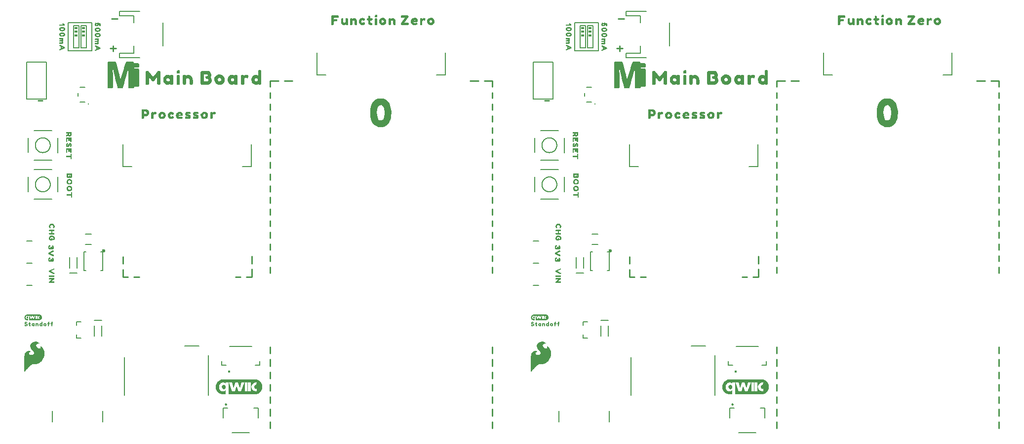
<source format=gto>
G04 EAGLE Gerber RS-274X export*
G75*
%MOMM*%
%FSLAX34Y34*%
%LPD*%
%INSilkscreen Top*%
%IPPOS*%
%AMOC8*
5,1,8,0,0,1.08239X$1,22.5*%
G01*
%ADD10C,0.279400*%
%ADD11C,0.254000*%
%ADD12C,0.203200*%
%ADD13C,0.406400*%
%ADD14C,0.152400*%
%ADD15C,0.127000*%
%ADD16C,0.600000*%
%ADD17C,0.254000*%
%ADD18R,0.508000X0.381000*%

G36*
X196215Y596548D02*
X196215Y596548D01*
X196228Y596547D01*
X196754Y596572D01*
X196776Y596578D01*
X196911Y596606D01*
X197399Y596795D01*
X197406Y596799D01*
X197413Y596801D01*
X197554Y596890D01*
X197942Y597242D01*
X197947Y597248D01*
X197953Y597252D01*
X198052Y597386D01*
X198290Y597853D01*
X198292Y597859D01*
X198295Y597864D01*
X198341Y598024D01*
X198401Y598546D01*
X198399Y598563D01*
X198404Y598585D01*
X198417Y598986D01*
X198537Y599193D01*
X198765Y599302D01*
X204983Y599319D01*
X205026Y599328D01*
X205100Y599333D01*
X205611Y599459D01*
X205650Y599477D01*
X205740Y599510D01*
X206196Y599772D01*
X206229Y599801D01*
X206306Y599857D01*
X206672Y600234D01*
X206696Y600271D01*
X206754Y600345D01*
X207004Y600807D01*
X207012Y600836D01*
X207027Y600860D01*
X207032Y600889D01*
X207052Y600939D01*
X207163Y601452D01*
X207164Y601494D01*
X207174Y601558D01*
X207182Y621597D01*
X207201Y622115D01*
X207198Y622132D01*
X207201Y622150D01*
X207182Y622230D01*
X207175Y622270D01*
X207181Y622287D01*
X207179Y622317D01*
X207186Y622356D01*
X207186Y628171D01*
X207185Y628175D01*
X207186Y628179D01*
X207176Y628708D01*
X207167Y628749D01*
X207163Y628813D01*
X207043Y629326D01*
X207025Y629365D01*
X206992Y629456D01*
X206734Y629915D01*
X206706Y629948D01*
X206650Y630026D01*
X206276Y630396D01*
X206239Y630420D01*
X206164Y630479D01*
X205702Y630732D01*
X205661Y630745D01*
X205572Y630781D01*
X205058Y630896D01*
X205016Y630897D01*
X204950Y630908D01*
X199141Y630916D01*
X198742Y630926D01*
X198529Y631044D01*
X198417Y631267D01*
X198412Y632103D01*
X198514Y632341D01*
X198712Y632465D01*
X199097Y632483D01*
X204899Y632489D01*
X204938Y632496D01*
X204995Y632498D01*
X205511Y632599D01*
X205552Y632616D01*
X205643Y632644D01*
X206112Y632884D01*
X206146Y632911D01*
X206225Y632964D01*
X206610Y633323D01*
X206636Y633359D01*
X206698Y633431D01*
X206968Y633884D01*
X206982Y633921D01*
X206991Y633936D01*
X206993Y633947D01*
X207023Y634014D01*
X207156Y634524D01*
X207159Y634567D01*
X207172Y634636D01*
X207187Y635164D01*
X207186Y635170D01*
X207187Y635178D01*
X207187Y637292D01*
X207184Y637308D01*
X207186Y637328D01*
X207148Y637854D01*
X207136Y637897D01*
X207120Y637986D01*
X206943Y638482D01*
X206921Y638520D01*
X206879Y638605D01*
X206572Y639033D01*
X206541Y639063D01*
X206477Y639134D01*
X206064Y639461D01*
X206025Y639481D01*
X205946Y639531D01*
X205459Y639733D01*
X205416Y639741D01*
X205326Y639768D01*
X204803Y639829D01*
X204777Y639827D01*
X204745Y639832D01*
X198966Y639834D01*
X198631Y639882D01*
X198472Y640023D01*
X198394Y640347D01*
X198338Y640840D01*
X198337Y640845D01*
X198337Y640851D01*
X198287Y641010D01*
X198048Y641478D01*
X198043Y641484D01*
X198041Y641491D01*
X197938Y641621D01*
X197548Y641973D01*
X197541Y641978D01*
X197536Y641984D01*
X197393Y642069D01*
X196903Y642258D01*
X196885Y642261D01*
X196745Y642291D01*
X196218Y642313D01*
X196208Y642312D01*
X196196Y642314D01*
X186153Y642314D01*
X186148Y642313D01*
X186142Y642314D01*
X185613Y642301D01*
X185582Y642294D01*
X185461Y642274D01*
X184965Y642101D01*
X184957Y642097D01*
X184948Y642095D01*
X184805Y642010D01*
X184405Y641669D01*
X184400Y641662D01*
X184393Y641658D01*
X184290Y641527D01*
X184040Y641066D01*
X184028Y641028D01*
X184002Y640977D01*
X182099Y634926D01*
X182099Y634925D01*
X182099Y634924D01*
X180693Y630379D01*
X180693Y630377D01*
X180692Y630375D01*
X178254Y622277D01*
X178247Y622196D01*
X178240Y622155D01*
X178235Y622142D01*
X178184Y622037D01*
X177166Y618484D01*
X177166Y618481D01*
X177165Y618478D01*
X176192Y614913D01*
X176192Y614908D01*
X176190Y614902D01*
X175422Y611829D01*
X175422Y611823D01*
X175419Y611817D01*
X175319Y611366D01*
X175199Y611963D01*
X175197Y611967D01*
X175196Y611973D01*
X174388Y615579D01*
X174387Y615583D01*
X174387Y615587D01*
X173401Y619694D01*
X173401Y619695D01*
X173401Y619697D01*
X173021Y621234D01*
X173018Y621239D01*
X173018Y621246D01*
X172740Y622265D01*
X172727Y622290D01*
X172723Y622329D01*
X172723Y622343D01*
X172722Y622345D01*
X172722Y622347D01*
X171802Y625931D01*
X171801Y625933D01*
X171801Y625936D01*
X170714Y630024D01*
X170714Y630025D01*
X170714Y630027D01*
X170018Y632577D01*
X170017Y632579D01*
X170017Y632581D01*
X168870Y636652D01*
X168869Y636655D01*
X168868Y636658D01*
X167674Y640716D01*
X167668Y640728D01*
X167665Y640744D01*
X167486Y641240D01*
X167478Y641253D01*
X167406Y641382D01*
X167078Y641793D01*
X167070Y641800D01*
X167065Y641809D01*
X166937Y641915D01*
X166481Y642176D01*
X166471Y642179D01*
X166463Y642186D01*
X166305Y642237D01*
X165785Y642314D01*
X165754Y642312D01*
X165713Y642319D01*
X154609Y642324D01*
X154573Y642317D01*
X154520Y642316D01*
X154003Y642222D01*
X153994Y642219D01*
X153985Y642219D01*
X153830Y642156D01*
X153383Y641881D01*
X153378Y641876D01*
X153371Y641873D01*
X153249Y641760D01*
X152929Y641344D01*
X152925Y641336D01*
X152919Y641330D01*
X152846Y641181D01*
X152697Y640677D01*
X152693Y640635D01*
X152677Y640536D01*
X152668Y622559D01*
X152677Y622516D01*
X152682Y622441D01*
X152710Y622327D01*
X152701Y622313D01*
X152700Y622304D01*
X152695Y622297D01*
X152668Y622133D01*
X152678Y598319D01*
X152686Y598282D01*
X152700Y598173D01*
X152855Y597670D01*
X152859Y597663D01*
X152861Y597654D01*
X152940Y597508D01*
X153266Y597095D01*
X153272Y597090D01*
X153276Y597083D01*
X153402Y596975D01*
X153854Y596706D01*
X153862Y596703D01*
X153868Y596698D01*
X154025Y596643D01*
X154543Y596554D01*
X154579Y596555D01*
X154628Y596546D01*
X159920Y596546D01*
X159938Y596550D01*
X159960Y596548D01*
X160485Y596589D01*
X160488Y596590D01*
X160490Y596590D01*
X160651Y596632D01*
X161131Y596847D01*
X161137Y596852D01*
X161145Y596854D01*
X161280Y596951D01*
X161651Y597325D01*
X161656Y597332D01*
X161663Y597337D01*
X161754Y597476D01*
X161965Y597958D01*
X161965Y597959D01*
X161966Y597960D01*
X162005Y598121D01*
X162044Y598647D01*
X162042Y598664D01*
X162046Y598684D01*
X162043Y614560D01*
X162043Y614562D01*
X162043Y614563D01*
X162019Y618797D01*
X162019Y618799D01*
X162019Y618801D01*
X161971Y621976D01*
X161951Y622069D01*
X161929Y622169D01*
X161929Y622170D01*
X161913Y622192D01*
X161927Y622213D01*
X161930Y622230D01*
X161938Y622244D01*
X161962Y622409D01*
X161869Y626638D01*
X161869Y626640D01*
X161869Y626642D01*
X161838Y627642D01*
X161823Y628141D01*
X161807Y628640D01*
X161807Y628641D01*
X161792Y629140D01*
X161771Y629813D01*
X161770Y629816D01*
X161770Y629820D01*
X161692Y631598D01*
X162107Y629717D01*
X162108Y629715D01*
X162108Y629711D01*
X163787Y622502D01*
X163793Y622488D01*
X163796Y622468D01*
X163899Y622133D01*
X163904Y622067D01*
X163901Y622024D01*
X163909Y622001D01*
X163911Y621970D01*
X165532Y615301D01*
X165533Y615300D01*
X165533Y615298D01*
X166939Y609664D01*
X166940Y609663D01*
X166940Y609661D01*
X168775Y602501D01*
X168776Y602500D01*
X168776Y602497D01*
X169992Y597904D01*
X170011Y597866D01*
X170019Y597835D01*
X170026Y597825D01*
X170037Y597793D01*
X170289Y597333D01*
X170295Y597325D01*
X170298Y597317D01*
X170405Y597190D01*
X170807Y596852D01*
X170813Y596849D01*
X170817Y596844D01*
X170963Y596763D01*
X171458Y596589D01*
X171488Y596584D01*
X171611Y596561D01*
X172138Y596547D01*
X172144Y596548D01*
X172151Y596547D01*
X177430Y596547D01*
X177452Y596551D01*
X177481Y596549D01*
X178003Y596603D01*
X178009Y596604D01*
X178014Y596604D01*
X178174Y596652D01*
X178644Y596884D01*
X178651Y596889D01*
X178659Y596892D01*
X178791Y596994D01*
X179146Y597380D01*
X179149Y597385D01*
X179153Y597388D01*
X179240Y597529D01*
X179439Y598016D01*
X179443Y598037D01*
X179455Y598061D01*
X180975Y603117D01*
X180976Y603119D01*
X180977Y603121D01*
X183041Y610218D01*
X183042Y610220D01*
X183043Y610222D01*
X184613Y615813D01*
X184613Y615815D01*
X184614Y615818D01*
X186271Y621932D01*
X186273Y621967D01*
X186285Y622000D01*
X186280Y622066D01*
X186284Y622131D01*
X186280Y622143D01*
X186306Y622169D01*
X186339Y622242D01*
X186362Y622280D01*
X186365Y622299D01*
X186374Y622321D01*
X187177Y625389D01*
X187177Y625391D01*
X187178Y625393D01*
X188211Y629494D01*
X188211Y629496D01*
X188212Y629499D01*
X188829Y632069D01*
X188829Y632072D01*
X188830Y632075D01*
X188754Y628709D01*
X188754Y628707D01*
X188754Y628705D01*
X188662Y622363D01*
X188672Y622309D01*
X188672Y622254D01*
X188690Y622212D01*
X188699Y622167D01*
X188729Y622121D01*
X188751Y622071D01*
X188752Y622069D01*
X188692Y621861D01*
X188688Y621818D01*
X188672Y621725D01*
X188647Y618560D01*
X188647Y618558D01*
X188647Y618556D01*
X188634Y598508D01*
X188641Y598473D01*
X188642Y598423D01*
X188730Y597906D01*
X188733Y597899D01*
X188733Y597892D01*
X188793Y597736D01*
X189060Y597285D01*
X189065Y597279D01*
X189068Y597272D01*
X189132Y597200D01*
X189151Y597174D01*
X189160Y597169D01*
X189179Y597148D01*
X189590Y596822D01*
X189598Y596818D01*
X189603Y596812D01*
X189752Y596736D01*
X190252Y596580D01*
X190296Y596576D01*
X190390Y596558D01*
X190917Y596546D01*
X190922Y596547D01*
X190928Y596546D01*
X196204Y596546D01*
X196215Y596548D01*
G37*
G36*
X1064895Y596548D02*
X1064895Y596548D01*
X1064908Y596547D01*
X1065434Y596572D01*
X1065456Y596578D01*
X1065591Y596606D01*
X1066079Y596795D01*
X1066086Y596799D01*
X1066093Y596801D01*
X1066234Y596890D01*
X1066622Y597242D01*
X1066627Y597248D01*
X1066633Y597252D01*
X1066732Y597386D01*
X1066970Y597853D01*
X1066972Y597859D01*
X1066975Y597864D01*
X1067021Y598024D01*
X1067081Y598546D01*
X1067079Y598563D01*
X1067084Y598585D01*
X1067097Y598986D01*
X1067217Y599193D01*
X1067445Y599302D01*
X1073663Y599319D01*
X1073706Y599328D01*
X1073780Y599333D01*
X1074291Y599459D01*
X1074330Y599477D01*
X1074420Y599510D01*
X1074876Y599772D01*
X1074909Y599801D01*
X1074986Y599857D01*
X1075352Y600234D01*
X1075376Y600271D01*
X1075434Y600345D01*
X1075684Y600807D01*
X1075692Y600836D01*
X1075707Y600860D01*
X1075712Y600889D01*
X1075732Y600939D01*
X1075843Y601452D01*
X1075844Y601494D01*
X1075854Y601558D01*
X1075862Y621597D01*
X1075881Y622115D01*
X1075878Y622132D01*
X1075881Y622150D01*
X1075862Y622230D01*
X1075855Y622270D01*
X1075861Y622287D01*
X1075859Y622317D01*
X1075866Y622356D01*
X1075866Y628171D01*
X1075865Y628175D01*
X1075866Y628179D01*
X1075856Y628708D01*
X1075847Y628749D01*
X1075843Y628813D01*
X1075723Y629326D01*
X1075705Y629365D01*
X1075672Y629456D01*
X1075414Y629915D01*
X1075386Y629948D01*
X1075330Y630026D01*
X1074956Y630396D01*
X1074919Y630420D01*
X1074844Y630479D01*
X1074382Y630732D01*
X1074341Y630745D01*
X1074252Y630781D01*
X1073738Y630896D01*
X1073696Y630897D01*
X1073630Y630908D01*
X1067821Y630916D01*
X1067422Y630926D01*
X1067209Y631044D01*
X1067097Y631267D01*
X1067092Y632103D01*
X1067194Y632341D01*
X1067392Y632465D01*
X1067777Y632483D01*
X1073579Y632489D01*
X1073618Y632496D01*
X1073675Y632498D01*
X1074191Y632599D01*
X1074232Y632616D01*
X1074323Y632644D01*
X1074792Y632884D01*
X1074826Y632911D01*
X1074905Y632964D01*
X1075290Y633323D01*
X1075316Y633359D01*
X1075378Y633431D01*
X1075648Y633884D01*
X1075662Y633921D01*
X1075671Y633936D01*
X1075673Y633947D01*
X1075703Y634014D01*
X1075836Y634524D01*
X1075839Y634567D01*
X1075852Y634636D01*
X1075867Y635164D01*
X1075866Y635170D01*
X1075867Y635178D01*
X1075867Y637292D01*
X1075864Y637308D01*
X1075866Y637328D01*
X1075828Y637854D01*
X1075816Y637897D01*
X1075800Y637986D01*
X1075623Y638482D01*
X1075601Y638520D01*
X1075559Y638605D01*
X1075252Y639033D01*
X1075221Y639063D01*
X1075157Y639134D01*
X1074744Y639461D01*
X1074705Y639481D01*
X1074626Y639531D01*
X1074139Y639733D01*
X1074096Y639741D01*
X1074006Y639768D01*
X1073483Y639829D01*
X1073457Y639827D01*
X1073425Y639832D01*
X1067646Y639834D01*
X1067311Y639882D01*
X1067152Y640023D01*
X1067074Y640347D01*
X1067018Y640840D01*
X1067017Y640845D01*
X1067017Y640851D01*
X1066967Y641010D01*
X1066728Y641478D01*
X1066723Y641484D01*
X1066721Y641491D01*
X1066618Y641621D01*
X1066228Y641973D01*
X1066221Y641978D01*
X1066216Y641984D01*
X1066073Y642069D01*
X1065583Y642258D01*
X1065565Y642261D01*
X1065425Y642291D01*
X1064898Y642313D01*
X1064888Y642312D01*
X1064876Y642314D01*
X1054833Y642314D01*
X1054828Y642313D01*
X1054822Y642314D01*
X1054293Y642301D01*
X1054262Y642294D01*
X1054141Y642274D01*
X1053645Y642101D01*
X1053637Y642097D01*
X1053628Y642095D01*
X1053485Y642010D01*
X1053085Y641669D01*
X1053080Y641662D01*
X1053073Y641658D01*
X1052970Y641527D01*
X1052720Y641066D01*
X1052708Y641028D01*
X1052682Y640977D01*
X1050779Y634926D01*
X1050779Y634925D01*
X1050779Y634924D01*
X1049373Y630379D01*
X1049373Y630377D01*
X1049372Y630375D01*
X1046934Y622277D01*
X1046927Y622196D01*
X1046920Y622155D01*
X1046915Y622142D01*
X1046864Y622037D01*
X1045846Y618484D01*
X1045846Y618481D01*
X1045845Y618478D01*
X1044872Y614913D01*
X1044872Y614908D01*
X1044870Y614902D01*
X1044102Y611829D01*
X1044102Y611823D01*
X1044099Y611817D01*
X1043999Y611366D01*
X1043879Y611963D01*
X1043877Y611967D01*
X1043876Y611973D01*
X1043068Y615579D01*
X1043067Y615583D01*
X1043067Y615587D01*
X1042081Y619694D01*
X1042081Y619695D01*
X1042081Y619697D01*
X1041701Y621234D01*
X1041698Y621239D01*
X1041698Y621246D01*
X1041420Y622265D01*
X1041407Y622290D01*
X1041403Y622329D01*
X1041403Y622343D01*
X1041402Y622345D01*
X1041402Y622347D01*
X1040482Y625931D01*
X1040481Y625933D01*
X1040481Y625936D01*
X1039394Y630024D01*
X1039394Y630025D01*
X1039394Y630027D01*
X1038698Y632577D01*
X1038697Y632579D01*
X1038697Y632581D01*
X1037550Y636652D01*
X1037549Y636655D01*
X1037548Y636658D01*
X1036354Y640716D01*
X1036348Y640728D01*
X1036345Y640744D01*
X1036166Y641240D01*
X1036158Y641253D01*
X1036086Y641382D01*
X1035758Y641793D01*
X1035750Y641800D01*
X1035745Y641809D01*
X1035617Y641915D01*
X1035161Y642176D01*
X1035151Y642179D01*
X1035143Y642186D01*
X1034985Y642237D01*
X1034465Y642314D01*
X1034434Y642312D01*
X1034393Y642319D01*
X1023289Y642324D01*
X1023253Y642317D01*
X1023200Y642316D01*
X1022683Y642222D01*
X1022674Y642219D01*
X1022665Y642219D01*
X1022510Y642156D01*
X1022063Y641881D01*
X1022058Y641876D01*
X1022051Y641873D01*
X1021929Y641760D01*
X1021609Y641344D01*
X1021605Y641336D01*
X1021599Y641330D01*
X1021526Y641181D01*
X1021377Y640677D01*
X1021373Y640635D01*
X1021357Y640536D01*
X1021348Y622559D01*
X1021357Y622516D01*
X1021362Y622441D01*
X1021390Y622327D01*
X1021381Y622313D01*
X1021380Y622304D01*
X1021375Y622297D01*
X1021348Y622133D01*
X1021358Y598319D01*
X1021366Y598282D01*
X1021380Y598173D01*
X1021535Y597670D01*
X1021539Y597663D01*
X1021541Y597654D01*
X1021620Y597508D01*
X1021946Y597095D01*
X1021952Y597090D01*
X1021956Y597083D01*
X1022082Y596975D01*
X1022534Y596706D01*
X1022542Y596703D01*
X1022548Y596698D01*
X1022705Y596643D01*
X1023223Y596554D01*
X1023259Y596555D01*
X1023308Y596546D01*
X1028600Y596546D01*
X1028618Y596550D01*
X1028640Y596548D01*
X1029165Y596589D01*
X1029168Y596590D01*
X1029170Y596590D01*
X1029331Y596632D01*
X1029811Y596847D01*
X1029817Y596852D01*
X1029825Y596854D01*
X1029960Y596951D01*
X1030331Y597325D01*
X1030336Y597332D01*
X1030343Y597337D01*
X1030434Y597476D01*
X1030645Y597958D01*
X1030645Y597959D01*
X1030646Y597960D01*
X1030685Y598121D01*
X1030724Y598647D01*
X1030722Y598664D01*
X1030726Y598684D01*
X1030723Y614560D01*
X1030723Y614562D01*
X1030723Y614563D01*
X1030699Y618797D01*
X1030699Y618799D01*
X1030699Y618801D01*
X1030651Y621976D01*
X1030631Y622069D01*
X1030609Y622169D01*
X1030609Y622170D01*
X1030593Y622192D01*
X1030607Y622213D01*
X1030610Y622230D01*
X1030618Y622244D01*
X1030642Y622409D01*
X1030549Y626638D01*
X1030549Y626640D01*
X1030549Y626642D01*
X1030518Y627642D01*
X1030503Y628141D01*
X1030487Y628640D01*
X1030487Y628641D01*
X1030472Y629140D01*
X1030451Y629813D01*
X1030450Y629816D01*
X1030450Y629820D01*
X1030372Y631598D01*
X1030787Y629717D01*
X1030788Y629715D01*
X1030788Y629711D01*
X1032467Y622502D01*
X1032473Y622488D01*
X1032476Y622468D01*
X1032579Y622133D01*
X1032584Y622067D01*
X1032581Y622024D01*
X1032589Y622001D01*
X1032591Y621970D01*
X1034212Y615301D01*
X1034213Y615300D01*
X1034213Y615298D01*
X1035619Y609664D01*
X1035620Y609663D01*
X1035620Y609661D01*
X1037455Y602501D01*
X1037456Y602500D01*
X1037456Y602497D01*
X1038672Y597904D01*
X1038691Y597866D01*
X1038699Y597835D01*
X1038706Y597825D01*
X1038717Y597793D01*
X1038969Y597333D01*
X1038975Y597325D01*
X1038978Y597317D01*
X1039085Y597190D01*
X1039487Y596852D01*
X1039493Y596849D01*
X1039497Y596844D01*
X1039643Y596763D01*
X1040138Y596589D01*
X1040168Y596584D01*
X1040291Y596561D01*
X1040818Y596547D01*
X1040824Y596548D01*
X1040831Y596547D01*
X1046110Y596547D01*
X1046132Y596551D01*
X1046161Y596549D01*
X1046683Y596603D01*
X1046689Y596604D01*
X1046694Y596604D01*
X1046854Y596652D01*
X1047324Y596884D01*
X1047331Y596889D01*
X1047339Y596892D01*
X1047471Y596994D01*
X1047826Y597380D01*
X1047829Y597385D01*
X1047833Y597388D01*
X1047920Y597529D01*
X1048119Y598016D01*
X1048123Y598037D01*
X1048135Y598061D01*
X1049655Y603117D01*
X1049656Y603119D01*
X1049657Y603121D01*
X1051721Y610218D01*
X1051722Y610220D01*
X1051723Y610222D01*
X1053293Y615813D01*
X1053293Y615815D01*
X1053294Y615818D01*
X1054951Y621932D01*
X1054953Y621967D01*
X1054965Y622000D01*
X1054960Y622066D01*
X1054964Y622131D01*
X1054960Y622143D01*
X1054986Y622169D01*
X1055019Y622242D01*
X1055042Y622280D01*
X1055045Y622299D01*
X1055054Y622321D01*
X1055857Y625389D01*
X1055857Y625391D01*
X1055858Y625393D01*
X1056891Y629494D01*
X1056891Y629496D01*
X1056892Y629499D01*
X1057509Y632069D01*
X1057509Y632072D01*
X1057510Y632075D01*
X1057434Y628709D01*
X1057434Y628707D01*
X1057434Y628705D01*
X1057342Y622363D01*
X1057352Y622309D01*
X1057352Y622254D01*
X1057370Y622212D01*
X1057379Y622167D01*
X1057409Y622121D01*
X1057431Y622071D01*
X1057432Y622069D01*
X1057372Y621861D01*
X1057368Y621818D01*
X1057352Y621725D01*
X1057327Y618560D01*
X1057327Y618558D01*
X1057327Y618556D01*
X1057314Y598508D01*
X1057321Y598473D01*
X1057322Y598423D01*
X1057410Y597906D01*
X1057413Y597899D01*
X1057413Y597892D01*
X1057473Y597736D01*
X1057740Y597285D01*
X1057745Y597279D01*
X1057748Y597272D01*
X1057812Y597200D01*
X1057831Y597174D01*
X1057840Y597169D01*
X1057859Y597148D01*
X1058270Y596822D01*
X1058278Y596818D01*
X1058283Y596812D01*
X1058432Y596736D01*
X1058932Y596580D01*
X1058976Y596576D01*
X1059070Y596558D01*
X1059597Y596546D01*
X1059602Y596547D01*
X1059608Y596546D01*
X1064884Y596546D01*
X1064895Y596548D01*
G37*
G36*
X382129Y70919D02*
X382129Y70919D01*
X382133Y70920D01*
X382141Y70916D01*
X405330Y70917D01*
X405332Y70919D01*
X405335Y70918D01*
X407855Y71138D01*
X407859Y71140D01*
X407865Y71139D01*
X408415Y71279D01*
X408418Y71281D01*
X408429Y71280D01*
X410419Y71900D01*
X410421Y71903D01*
X410428Y71904D01*
X410898Y72134D01*
X410898Y72135D01*
X410900Y72135D01*
X412810Y73185D01*
X412813Y73190D01*
X412820Y73192D01*
X414120Y74272D01*
X414500Y74592D01*
X414501Y74594D01*
X414504Y74595D01*
X414844Y74925D01*
X414844Y74928D01*
X414848Y74930D01*
X415728Y76000D01*
X416158Y76520D01*
X416159Y76524D01*
X416164Y76527D01*
X416444Y76987D01*
X416444Y76989D01*
X416445Y76990D01*
X416725Y77510D01*
X417455Y78840D01*
X417455Y78843D01*
X417457Y78844D01*
X417457Y78848D01*
X417460Y78852D01*
X417830Y80072D01*
X417828Y80078D01*
X417837Y80084D01*
X417837Y80088D01*
X417840Y80092D01*
X418230Y81412D01*
X418229Y81417D01*
X418232Y81424D01*
X418482Y84014D01*
X418480Y84019D01*
X418482Y84027D01*
X418202Y86607D01*
X418199Y86611D01*
X418200Y86619D01*
X418100Y86939D01*
X418089Y86948D01*
X418089Y86950D01*
X418090Y86959D01*
X417530Y88759D01*
X417527Y88761D01*
X417527Y88767D01*
X417167Y89527D01*
X417165Y89528D01*
X417165Y89530D01*
X416675Y90430D01*
X416675Y90431D01*
X416285Y91131D01*
X416281Y91133D01*
X416279Y91139D01*
X415389Y92239D01*
X415388Y92240D01*
X415226Y92434D01*
X414618Y93160D01*
X414613Y93162D01*
X414610Y93169D01*
X412660Y94749D01*
X412654Y94749D01*
X412650Y94755D01*
X410820Y95755D01*
X410817Y95755D01*
X410815Y95758D01*
X410265Y95998D01*
X410262Y95997D01*
X410259Y96000D01*
X408421Y96569D01*
X408416Y96577D01*
X408392Y96574D01*
X408385Y96575D01*
X408382Y96577D01*
X408376Y96587D01*
X408370Y96586D01*
X408363Y96591D01*
X407883Y96691D01*
X407880Y96690D01*
X407876Y96692D01*
X405526Y96932D01*
X405524Y96931D01*
X405520Y96933D01*
X398790Y96933D01*
X398780Y96926D01*
X398776Y96926D01*
X398760Y96933D01*
X391660Y96933D01*
X391656Y96930D01*
X391650Y96933D01*
X376720Y96931D01*
X376716Y96937D01*
X376703Y96935D01*
X376692Y96943D01*
X376683Y96937D01*
X376670Y96943D01*
X355430Y96943D01*
X355411Y96931D01*
X355406Y96930D01*
X355400Y96933D01*
X351460Y96933D01*
X351458Y96931D01*
X351454Y96932D01*
X348884Y96682D01*
X348880Y96679D01*
X348872Y96680D01*
X347652Y96310D01*
X347648Y96305D01*
X347644Y96306D01*
X347636Y96313D01*
X347627Y96308D01*
X347611Y96310D01*
X346301Y95890D01*
X346297Y95886D01*
X346290Y95885D01*
X344960Y95155D01*
X344959Y95155D01*
X344049Y94645D01*
X344047Y94640D01*
X344040Y94638D01*
X343240Y93968D01*
X342380Y93258D01*
X342379Y93255D01*
X342374Y93253D01*
X341944Y92793D01*
X341944Y92791D01*
X341942Y92790D01*
X341272Y91990D01*
X341271Y91990D01*
X340751Y91350D01*
X340751Y91346D01*
X340747Y91343D01*
X340517Y90973D01*
X340517Y90972D01*
X340515Y90970D01*
X339965Y89980D01*
X339965Y89979D01*
X339435Y88979D01*
X339435Y88975D01*
X339430Y88970D01*
X339240Y88390D01*
X339241Y88389D01*
X339240Y88389D01*
X338820Y87039D01*
X338821Y87037D01*
X338819Y87034D01*
X338639Y86264D01*
X338640Y86261D01*
X338638Y86257D01*
X338498Y84967D01*
X338428Y84317D01*
X338429Y84315D01*
X338427Y84312D01*
X338407Y83672D01*
X338408Y83671D01*
X338407Y83670D01*
X338407Y83660D01*
X338418Y83644D01*
X338628Y81614D01*
X338629Y81612D01*
X338628Y81609D01*
X338728Y81059D01*
X338731Y81056D01*
X338730Y81051D01*
X339350Y79071D01*
X339354Y79068D01*
X339354Y79062D01*
X339363Y79043D01*
X339633Y78454D01*
X339635Y78453D01*
X339635Y78450D01*
X340045Y77700D01*
X340345Y77160D01*
X340575Y76730D01*
X340585Y76725D01*
X340592Y76700D01*
X340822Y76420D01*
X341521Y75560D01*
X341522Y75560D01*
X341522Y75559D01*
X341594Y75476D01*
X341647Y75413D01*
X341754Y75287D01*
X341861Y75162D01*
X341914Y75099D01*
X342021Y74974D01*
X342075Y74911D01*
X342182Y74785D01*
X342235Y74723D01*
X342272Y74679D01*
X342277Y74678D01*
X342280Y74672D01*
X342710Y74312D01*
X343620Y73552D01*
X343621Y73552D01*
X343622Y73550D01*
X343952Y73300D01*
X343953Y73300D01*
X343954Y73298D01*
X344374Y73008D01*
X344377Y73008D01*
X344380Y73005D01*
X346190Y72015D01*
X346194Y72015D01*
X346198Y72011D01*
X346718Y71821D01*
X346720Y71822D01*
X346722Y71820D01*
X347061Y71720D01*
X348751Y71190D01*
X348776Y71197D01*
X348778Y71197D01*
X348793Y71188D01*
X351333Y70918D01*
X351344Y70923D01*
X351354Y70924D01*
X351370Y70917D01*
X355410Y70917D01*
X355429Y70929D01*
X355451Y70933D01*
X355458Y70948D01*
X355467Y70954D01*
X355466Y70964D01*
X355473Y70980D01*
X355473Y78210D01*
X355464Y78223D01*
X355466Y78238D01*
X355448Y78249D01*
X355436Y78267D01*
X355421Y78265D01*
X355407Y78273D01*
X355380Y78259D01*
X355369Y78257D01*
X355366Y78252D01*
X355361Y78249D01*
X355282Y78150D01*
X355154Y78003D01*
X354925Y77754D01*
X354597Y77446D01*
X354380Y77249D01*
X354164Y77091D01*
X353947Y76943D01*
X353573Y76737D01*
X353317Y76628D01*
X352970Y76499D01*
X352643Y76390D01*
X352307Y76311D01*
X351860Y76232D01*
X351614Y76193D01*
X351368Y76183D01*
X351361Y76178D01*
X351350Y76183D01*
X351340Y76183D01*
X351340Y76182D01*
X351002Y76173D01*
X349467Y76332D01*
X349452Y76325D01*
X349443Y76327D01*
X349429Y76340D01*
X349079Y76450D01*
X348500Y76629D01*
X347927Y76847D01*
X347421Y77135D01*
X347046Y77352D01*
X346412Y77887D01*
X345888Y78401D01*
X345341Y79157D01*
X345324Y79163D01*
X345317Y79173D01*
X345316Y79188D01*
X344579Y80692D01*
X344202Y82180D01*
X344085Y83743D01*
X344088Y83745D01*
X344086Y83754D01*
X344093Y83766D01*
X344192Y85351D01*
X344550Y86890D01*
X345185Y88278D01*
X345828Y89179D01*
X346551Y89863D01*
X346976Y90218D01*
X347779Y90674D01*
X348372Y90941D01*
X349388Y91240D01*
X349402Y91256D01*
X349425Y91247D01*
X351001Y91377D01*
X351484Y91348D01*
X352010Y91278D01*
X352378Y91209D01*
X352603Y91159D01*
X353038Y91011D01*
X353543Y90803D01*
X353965Y90567D01*
X354292Y90320D01*
X354678Y90013D01*
X354976Y89725D01*
X355356Y89355D01*
X355368Y89353D01*
X355374Y89343D01*
X355399Y89346D01*
X355423Y89342D01*
X355430Y89351D01*
X355441Y89353D01*
X355459Y89391D01*
X355463Y89397D01*
X355462Y89398D01*
X355463Y89400D01*
X355463Y91229D01*
X360297Y91228D01*
X360297Y82710D01*
X360307Y79150D01*
X360297Y76420D01*
X360297Y70980D01*
X360309Y70961D01*
X360313Y70939D01*
X360328Y70932D01*
X360334Y70923D01*
X360344Y70924D01*
X360360Y70917D01*
X366319Y70917D01*
X366321Y70914D01*
X366332Y70915D01*
X366350Y70907D01*
X382110Y70907D01*
X382129Y70919D01*
G37*
G36*
X1250809Y70919D02*
X1250809Y70919D01*
X1250813Y70920D01*
X1250821Y70916D01*
X1274010Y70917D01*
X1274012Y70919D01*
X1274015Y70918D01*
X1276535Y71138D01*
X1276539Y71140D01*
X1276545Y71139D01*
X1277095Y71279D01*
X1277098Y71281D01*
X1277109Y71280D01*
X1279099Y71900D01*
X1279101Y71903D01*
X1279108Y71904D01*
X1279578Y72134D01*
X1279578Y72135D01*
X1279580Y72135D01*
X1281490Y73185D01*
X1281493Y73190D01*
X1281500Y73192D01*
X1282800Y74272D01*
X1283180Y74592D01*
X1283181Y74594D01*
X1283184Y74595D01*
X1283524Y74925D01*
X1283524Y74928D01*
X1283528Y74930D01*
X1284408Y76000D01*
X1284838Y76520D01*
X1284839Y76524D01*
X1284844Y76527D01*
X1285124Y76987D01*
X1285124Y76989D01*
X1285125Y76990D01*
X1285405Y77510D01*
X1286135Y78840D01*
X1286135Y78843D01*
X1286137Y78844D01*
X1286137Y78848D01*
X1286140Y78852D01*
X1286510Y80072D01*
X1286508Y80078D01*
X1286517Y80084D01*
X1286517Y80088D01*
X1286520Y80092D01*
X1286910Y81412D01*
X1286909Y81417D01*
X1286912Y81424D01*
X1287162Y84014D01*
X1287160Y84019D01*
X1287162Y84027D01*
X1286882Y86607D01*
X1286879Y86611D01*
X1286880Y86619D01*
X1286780Y86939D01*
X1286769Y86948D01*
X1286769Y86950D01*
X1286770Y86959D01*
X1286210Y88759D01*
X1286207Y88761D01*
X1286207Y88767D01*
X1285847Y89527D01*
X1285845Y89528D01*
X1285845Y89530D01*
X1285355Y90430D01*
X1285355Y90431D01*
X1284965Y91131D01*
X1284961Y91133D01*
X1284959Y91139D01*
X1284069Y92239D01*
X1284068Y92240D01*
X1283906Y92434D01*
X1283298Y93160D01*
X1283293Y93162D01*
X1283290Y93169D01*
X1281340Y94749D01*
X1281334Y94749D01*
X1281330Y94755D01*
X1279500Y95755D01*
X1279497Y95755D01*
X1279495Y95758D01*
X1278945Y95998D01*
X1278942Y95997D01*
X1278939Y96000D01*
X1277101Y96569D01*
X1277096Y96577D01*
X1277072Y96574D01*
X1277065Y96575D01*
X1277062Y96577D01*
X1277056Y96587D01*
X1277050Y96586D01*
X1277043Y96591D01*
X1276563Y96691D01*
X1276560Y96690D01*
X1276556Y96692D01*
X1274206Y96932D01*
X1274204Y96931D01*
X1274200Y96933D01*
X1267470Y96933D01*
X1267460Y96926D01*
X1267456Y96926D01*
X1267440Y96933D01*
X1260340Y96933D01*
X1260336Y96930D01*
X1260330Y96933D01*
X1245400Y96931D01*
X1245396Y96937D01*
X1245383Y96935D01*
X1245372Y96943D01*
X1245363Y96937D01*
X1245350Y96943D01*
X1224110Y96943D01*
X1224091Y96931D01*
X1224086Y96930D01*
X1224080Y96933D01*
X1220140Y96933D01*
X1220138Y96931D01*
X1220134Y96932D01*
X1217564Y96682D01*
X1217560Y96679D01*
X1217552Y96680D01*
X1216332Y96310D01*
X1216328Y96305D01*
X1216324Y96306D01*
X1216316Y96313D01*
X1216307Y96308D01*
X1216291Y96310D01*
X1214981Y95890D01*
X1214977Y95886D01*
X1214970Y95885D01*
X1213640Y95155D01*
X1213639Y95155D01*
X1212729Y94645D01*
X1212727Y94640D01*
X1212720Y94638D01*
X1211920Y93968D01*
X1211060Y93258D01*
X1211059Y93255D01*
X1211054Y93253D01*
X1210624Y92793D01*
X1210624Y92791D01*
X1210622Y92790D01*
X1209952Y91990D01*
X1209951Y91990D01*
X1209431Y91350D01*
X1209431Y91346D01*
X1209427Y91343D01*
X1209197Y90973D01*
X1209197Y90972D01*
X1209195Y90970D01*
X1208645Y89980D01*
X1208645Y89979D01*
X1208115Y88979D01*
X1208115Y88975D01*
X1208110Y88970D01*
X1207920Y88390D01*
X1207921Y88389D01*
X1207920Y88389D01*
X1207500Y87039D01*
X1207501Y87037D01*
X1207499Y87034D01*
X1207319Y86264D01*
X1207320Y86261D01*
X1207318Y86257D01*
X1207178Y84967D01*
X1207108Y84317D01*
X1207109Y84315D01*
X1207107Y84312D01*
X1207087Y83672D01*
X1207088Y83671D01*
X1207087Y83670D01*
X1207087Y83660D01*
X1207098Y83644D01*
X1207308Y81614D01*
X1207309Y81612D01*
X1207308Y81609D01*
X1207408Y81059D01*
X1207411Y81056D01*
X1207410Y81051D01*
X1208030Y79071D01*
X1208034Y79068D01*
X1208034Y79062D01*
X1208043Y79043D01*
X1208313Y78454D01*
X1208315Y78453D01*
X1208315Y78450D01*
X1208725Y77700D01*
X1209025Y77160D01*
X1209255Y76730D01*
X1209265Y76725D01*
X1209272Y76700D01*
X1209502Y76420D01*
X1210201Y75560D01*
X1210202Y75560D01*
X1210202Y75559D01*
X1210274Y75476D01*
X1210327Y75413D01*
X1210434Y75287D01*
X1210541Y75162D01*
X1210594Y75099D01*
X1210701Y74974D01*
X1210755Y74911D01*
X1210862Y74785D01*
X1210915Y74723D01*
X1210952Y74679D01*
X1210957Y74678D01*
X1210960Y74672D01*
X1211390Y74312D01*
X1212300Y73552D01*
X1212301Y73552D01*
X1212302Y73550D01*
X1212632Y73300D01*
X1212633Y73300D01*
X1212634Y73298D01*
X1213054Y73008D01*
X1213057Y73008D01*
X1213060Y73005D01*
X1214870Y72015D01*
X1214874Y72015D01*
X1214878Y72011D01*
X1215398Y71821D01*
X1215400Y71822D01*
X1215402Y71820D01*
X1215741Y71720D01*
X1217431Y71190D01*
X1217456Y71197D01*
X1217458Y71197D01*
X1217473Y71188D01*
X1220013Y70918D01*
X1220024Y70923D01*
X1220034Y70924D01*
X1220050Y70917D01*
X1224090Y70917D01*
X1224109Y70929D01*
X1224131Y70933D01*
X1224138Y70948D01*
X1224147Y70954D01*
X1224146Y70964D01*
X1224153Y70980D01*
X1224153Y78210D01*
X1224144Y78223D01*
X1224146Y78238D01*
X1224128Y78249D01*
X1224116Y78267D01*
X1224101Y78265D01*
X1224087Y78273D01*
X1224060Y78259D01*
X1224049Y78257D01*
X1224046Y78252D01*
X1224041Y78249D01*
X1223962Y78150D01*
X1223834Y78003D01*
X1223605Y77754D01*
X1223277Y77446D01*
X1223060Y77249D01*
X1222844Y77091D01*
X1222627Y76943D01*
X1222253Y76737D01*
X1221997Y76628D01*
X1221650Y76499D01*
X1221323Y76390D01*
X1220987Y76311D01*
X1220540Y76232D01*
X1220294Y76193D01*
X1220048Y76183D01*
X1220041Y76178D01*
X1220030Y76183D01*
X1220020Y76183D01*
X1220020Y76182D01*
X1219682Y76173D01*
X1218147Y76332D01*
X1218132Y76325D01*
X1218123Y76327D01*
X1218109Y76340D01*
X1217759Y76450D01*
X1217180Y76629D01*
X1216607Y76847D01*
X1216101Y77135D01*
X1215726Y77352D01*
X1215092Y77887D01*
X1214568Y78401D01*
X1214021Y79157D01*
X1214004Y79163D01*
X1213997Y79173D01*
X1213996Y79188D01*
X1213259Y80692D01*
X1212882Y82180D01*
X1212765Y83743D01*
X1212768Y83745D01*
X1212766Y83754D01*
X1212773Y83766D01*
X1212872Y85351D01*
X1213230Y86890D01*
X1213865Y88278D01*
X1214508Y89179D01*
X1215231Y89863D01*
X1215656Y90218D01*
X1216459Y90674D01*
X1217052Y90941D01*
X1218068Y91240D01*
X1218082Y91256D01*
X1218105Y91247D01*
X1219681Y91377D01*
X1220164Y91348D01*
X1220690Y91278D01*
X1221058Y91209D01*
X1221283Y91159D01*
X1221718Y91011D01*
X1222223Y90803D01*
X1222645Y90567D01*
X1222972Y90320D01*
X1223358Y90013D01*
X1223656Y89725D01*
X1224036Y89355D01*
X1224048Y89353D01*
X1224054Y89343D01*
X1224079Y89346D01*
X1224103Y89342D01*
X1224110Y89351D01*
X1224121Y89353D01*
X1224139Y89391D01*
X1224143Y89397D01*
X1224142Y89398D01*
X1224143Y89400D01*
X1224143Y91229D01*
X1228977Y91228D01*
X1228977Y82710D01*
X1228987Y79150D01*
X1228977Y76420D01*
X1228977Y70980D01*
X1228989Y70961D01*
X1228993Y70939D01*
X1229008Y70932D01*
X1229014Y70923D01*
X1229024Y70924D01*
X1229040Y70917D01*
X1234999Y70917D01*
X1235001Y70914D01*
X1235012Y70915D01*
X1235030Y70907D01*
X1250790Y70907D01*
X1250809Y70919D01*
G37*
G36*
X1493223Y530171D02*
X1493223Y530171D01*
X1493228Y530175D01*
X1493232Y530172D01*
X1496432Y530972D01*
X1496438Y530979D01*
X1496443Y530977D01*
X1499443Y532577D01*
X1499446Y532583D01*
X1499451Y532582D01*
X1502051Y534682D01*
X1502053Y534690D01*
X1502059Y534690D01*
X1503959Y537190D01*
X1503959Y537195D01*
X1503963Y537195D01*
X1505463Y539795D01*
X1505462Y539801D01*
X1505466Y539802D01*
X1506666Y542802D01*
X1506664Y542807D01*
X1506668Y542808D01*
X1507468Y546008D01*
X1507467Y546011D01*
X1507469Y546012D01*
X1508069Y549612D01*
X1508067Y549616D01*
X1508069Y549617D01*
X1508269Y553417D01*
X1508268Y553419D01*
X1508269Y553420D01*
X1508269Y557120D01*
X1508267Y557124D01*
X1508269Y557126D01*
X1507869Y560426D01*
X1507867Y560428D01*
X1507868Y560429D01*
X1507268Y563729D01*
X1507225Y563769D01*
X1507218Y563762D01*
X1507211Y563768D01*
X1507230Y563772D01*
X1507269Y563817D01*
X1507260Y563824D01*
X1507267Y563833D01*
X1506367Y567033D01*
X1506364Y567036D01*
X1506366Y567038D01*
X1505066Y570338D01*
X1505060Y570342D01*
X1505061Y570347D01*
X1503261Y573147D01*
X1503254Y573149D01*
X1503255Y573155D01*
X1500955Y575455D01*
X1500950Y575456D01*
X1500950Y575459D01*
X1498150Y577559D01*
X1498141Y577559D01*
X1498140Y577565D01*
X1495140Y578865D01*
X1495131Y578863D01*
X1495129Y578869D01*
X1491729Y579469D01*
X1491726Y579467D01*
X1491720Y579467D01*
X1491719Y579469D01*
X1488119Y579369D01*
X1488118Y579369D01*
X1488116Y579369D01*
X1488113Y579367D01*
X1488111Y579369D01*
X1484711Y578769D01*
X1484705Y578762D01*
X1484700Y578765D01*
X1481800Y577465D01*
X1481798Y577462D01*
X1481796Y577463D01*
X1478796Y575763D01*
X1478790Y575750D01*
X1478781Y575750D01*
X1477381Y573950D01*
X1477381Y573946D01*
X1477378Y573946D01*
X1475778Y571346D01*
X1475778Y571342D01*
X1475776Y571341D01*
X1474276Y568241D01*
X1474277Y568236D01*
X1474273Y568235D01*
X1473173Y564835D01*
X1473174Y564832D01*
X1473172Y564831D01*
X1472472Y561731D01*
X1472474Y561727D01*
X1472471Y561726D01*
X1472071Y558226D01*
X1472073Y558223D01*
X1472071Y558221D01*
X1471971Y554521D01*
X1471972Y554520D01*
X1471971Y554519D01*
X1472071Y550819D01*
X1472073Y550816D01*
X1472071Y550814D01*
X1472471Y547414D01*
X1472473Y547412D01*
X1472472Y547411D01*
X1473072Y544211D01*
X1473075Y544208D01*
X1473073Y544205D01*
X1474073Y541005D01*
X1474077Y541002D01*
X1474076Y540999D01*
X1475576Y537899D01*
X1475581Y537896D01*
X1475580Y537892D01*
X1477380Y535292D01*
X1477387Y535289D01*
X1477387Y535284D01*
X1479787Y533084D01*
X1479796Y533083D01*
X1479797Y533077D01*
X1482997Y531377D01*
X1483003Y531378D01*
X1483005Y531373D01*
X1486105Y530373D01*
X1486112Y530376D01*
X1486114Y530371D01*
X1489614Y529971D01*
X1489620Y529974D01*
X1489623Y529971D01*
X1493223Y530171D01*
G37*
G36*
X624543Y530171D02*
X624543Y530171D01*
X624548Y530175D01*
X624552Y530172D01*
X627752Y530972D01*
X627758Y530979D01*
X627763Y530977D01*
X630763Y532577D01*
X630766Y532583D01*
X630771Y532582D01*
X633371Y534682D01*
X633373Y534690D01*
X633379Y534690D01*
X635279Y537190D01*
X635279Y537195D01*
X635283Y537195D01*
X636783Y539795D01*
X636782Y539801D01*
X636786Y539802D01*
X637986Y542802D01*
X637984Y542807D01*
X637988Y542808D01*
X638788Y546008D01*
X638787Y546011D01*
X638789Y546012D01*
X639389Y549612D01*
X639387Y549616D01*
X639389Y549617D01*
X639589Y553417D01*
X639588Y553419D01*
X639589Y553420D01*
X639589Y557120D01*
X639587Y557124D01*
X639589Y557126D01*
X639189Y560426D01*
X639187Y560428D01*
X639188Y560429D01*
X638588Y563729D01*
X638545Y563769D01*
X638538Y563762D01*
X638531Y563768D01*
X638550Y563772D01*
X638589Y563817D01*
X638580Y563824D01*
X638587Y563833D01*
X637687Y567033D01*
X637684Y567036D01*
X637686Y567038D01*
X636386Y570338D01*
X636380Y570342D01*
X636381Y570347D01*
X634581Y573147D01*
X634574Y573149D01*
X634575Y573155D01*
X632275Y575455D01*
X632270Y575456D01*
X632270Y575459D01*
X629470Y577559D01*
X629461Y577559D01*
X629460Y577565D01*
X626460Y578865D01*
X626451Y578863D01*
X626449Y578869D01*
X623049Y579469D01*
X623046Y579467D01*
X623040Y579467D01*
X623039Y579469D01*
X619439Y579369D01*
X619438Y579369D01*
X619436Y579369D01*
X619433Y579367D01*
X619431Y579369D01*
X616031Y578769D01*
X616025Y578762D01*
X616020Y578765D01*
X613120Y577465D01*
X613118Y577462D01*
X613116Y577463D01*
X610116Y575763D01*
X610110Y575750D01*
X610101Y575750D01*
X608701Y573950D01*
X608701Y573946D01*
X608698Y573946D01*
X607098Y571346D01*
X607098Y571342D01*
X607096Y571341D01*
X605596Y568241D01*
X605597Y568236D01*
X605593Y568235D01*
X604493Y564835D01*
X604494Y564832D01*
X604492Y564831D01*
X603792Y561731D01*
X603794Y561727D01*
X603791Y561726D01*
X603391Y558226D01*
X603393Y558223D01*
X603391Y558221D01*
X603291Y554521D01*
X603292Y554520D01*
X603291Y554519D01*
X603391Y550819D01*
X603393Y550816D01*
X603391Y550814D01*
X603791Y547414D01*
X603793Y547412D01*
X603792Y547411D01*
X604392Y544211D01*
X604395Y544208D01*
X604393Y544205D01*
X605393Y541005D01*
X605397Y541002D01*
X605396Y540999D01*
X606896Y537899D01*
X606901Y537896D01*
X606900Y537892D01*
X608700Y535292D01*
X608707Y535289D01*
X608707Y535284D01*
X611107Y533084D01*
X611116Y533083D01*
X611117Y533077D01*
X614317Y531377D01*
X614323Y531378D01*
X614325Y531373D01*
X617425Y530373D01*
X617432Y530376D01*
X617434Y530371D01*
X620934Y529971D01*
X620940Y529974D01*
X620943Y529971D01*
X624543Y530171D01*
G37*
G36*
X879375Y109790D02*
X879375Y109790D01*
X879459Y109793D01*
X879460Y109793D01*
X879461Y109793D01*
X879539Y109836D01*
X879612Y109875D01*
X879612Y109876D01*
X879613Y109876D01*
X879617Y109882D01*
X879700Y109990D01*
X879773Y110135D01*
X880129Y110491D01*
X880136Y110502D01*
X880149Y110513D01*
X880749Y111213D01*
X880753Y111220D01*
X880760Y111227D01*
X881452Y112116D01*
X882343Y113106D01*
X882346Y113111D01*
X882352Y113117D01*
X883347Y114310D01*
X884440Y115503D01*
X885639Y116801D01*
X886939Y118201D01*
X886943Y118208D01*
X886950Y118214D01*
X888040Y119502D01*
X889122Y120584D01*
X890097Y121462D01*
X891049Y122128D01*
X892090Y122601D01*
X893111Y122880D01*
X896960Y122880D01*
X896980Y122885D01*
X897007Y122883D01*
X899407Y123183D01*
X899429Y123191D01*
X899460Y123193D01*
X901660Y123793D01*
X901683Y123805D01*
X901716Y123813D01*
X903716Y124713D01*
X903735Y124727D01*
X903763Y124739D01*
X905663Y125939D01*
X905674Y125949D01*
X905691Y125958D01*
X907391Y127258D01*
X907408Y127279D01*
X907437Y127300D01*
X908937Y128900D01*
X908945Y128914D01*
X908960Y128927D01*
X910360Y130727D01*
X910373Y130754D01*
X910398Y130786D01*
X912298Y134486D01*
X912306Y134517D01*
X912326Y134558D01*
X913326Y138158D01*
X913328Y138192D01*
X913340Y138238D01*
X913540Y141738D01*
X913534Y141770D01*
X913536Y141817D01*
X913036Y145117D01*
X913025Y145146D01*
X913018Y145188D01*
X912018Y147988D01*
X912004Y148009D01*
X911994Y148041D01*
X910694Y150441D01*
X910668Y150470D01*
X910629Y150529D01*
X908929Y152229D01*
X908899Y152247D01*
X908862Y152282D01*
X907262Y153282D01*
X907196Y153305D01*
X907132Y153333D01*
X907115Y153333D01*
X907098Y153338D01*
X907029Y153329D01*
X906959Y153327D01*
X906944Y153318D01*
X906926Y153316D01*
X906868Y153277D01*
X906807Y153244D01*
X906797Y153229D01*
X906782Y153219D01*
X906747Y153159D01*
X906707Y153102D01*
X906704Y153083D01*
X906696Y153069D01*
X906693Y153030D01*
X906680Y152960D01*
X906680Y152360D01*
X906687Y152330D01*
X906687Y152285D01*
X906773Y151854D01*
X906597Y150794D01*
X906358Y150396D01*
X905943Y149981D01*
X905382Y149740D01*
X904813Y149740D01*
X903498Y150116D01*
X902757Y150487D01*
X901395Y151460D01*
X900718Y152039D01*
X900259Y152498D01*
X899782Y153262D01*
X899779Y153265D01*
X899776Y153271D01*
X899409Y153822D01*
X899232Y154444D01*
X899145Y154960D01*
X899228Y155457D01*
X899407Y155904D01*
X899682Y156454D01*
X900036Y156896D01*
X900774Y157542D01*
X901152Y157731D01*
X901493Y157901D01*
X902227Y158085D01*
X903081Y158180D01*
X904313Y158180D01*
X904668Y158091D01*
X904704Y158091D01*
X904760Y158080D01*
X904860Y158080D01*
X904921Y158094D01*
X904984Y158100D01*
X905005Y158114D01*
X905029Y158119D01*
X905077Y158159D01*
X905130Y158193D01*
X905143Y158214D01*
X905162Y158229D01*
X905188Y158287D01*
X905221Y158340D01*
X905223Y158365D01*
X905233Y158388D01*
X905231Y158450D01*
X905237Y158513D01*
X905228Y158536D01*
X905227Y158561D01*
X905197Y158616D01*
X905174Y158675D01*
X905154Y158694D01*
X905144Y158713D01*
X905113Y158734D01*
X905071Y158776D01*
X904777Y158973D01*
X904081Y159469D01*
X904066Y159475D01*
X904052Y159488D01*
X902852Y160188D01*
X902828Y160196D01*
X902801Y160213D01*
X901301Y160813D01*
X901283Y160816D01*
X901262Y160826D01*
X899462Y161326D01*
X899428Y161328D01*
X899379Y161340D01*
X897379Y161440D01*
X897341Y161433D01*
X897276Y161431D01*
X895076Y160931D01*
X895042Y160914D01*
X894984Y160897D01*
X892684Y159697D01*
X892659Y159676D01*
X892618Y159654D01*
X890918Y158254D01*
X890895Y158223D01*
X890847Y158175D01*
X889747Y156575D01*
X889733Y156540D01*
X889701Y156487D01*
X889101Y154787D01*
X889098Y154752D01*
X889096Y154741D01*
X889087Y154722D01*
X889088Y154700D01*
X889080Y154660D01*
X889080Y152960D01*
X889089Y152922D01*
X889095Y152853D01*
X889595Y151153D01*
X889609Y151128D01*
X889620Y151090D01*
X890520Y149290D01*
X890539Y149267D01*
X890558Y149229D01*
X891858Y147529D01*
X891875Y147515D01*
X891891Y147491D01*
X893582Y145801D01*
X894838Y144351D01*
X895480Y142976D01*
X895480Y141717D01*
X895121Y140552D01*
X894309Y139650D01*
X893199Y138909D01*
X891907Y138540D01*
X890411Y138540D01*
X889371Y138824D01*
X888551Y139097D01*
X887918Y139639D01*
X887373Y140185D01*
X887116Y140698D01*
X886940Y141313D01*
X886940Y141898D01*
X887101Y142381D01*
X887348Y142710D01*
X887714Y143076D01*
X888193Y143459D01*
X888548Y143726D01*
X889001Y143907D01*
X889013Y143915D01*
X889030Y143920D01*
X889274Y144042D01*
X889630Y144220D01*
X889659Y144244D01*
X889729Y144291D01*
X889829Y144391D01*
X889842Y144413D01*
X889862Y144429D01*
X889888Y144486D01*
X889920Y144538D01*
X889923Y144564D01*
X889933Y144588D01*
X889931Y144649D01*
X889937Y144711D01*
X889928Y144735D01*
X889927Y144761D01*
X889897Y144815D01*
X889875Y144873D01*
X889856Y144890D01*
X889844Y144913D01*
X889794Y144948D01*
X889748Y144990D01*
X889723Y144998D01*
X889702Y145013D01*
X889618Y145029D01*
X889582Y145040D01*
X889572Y145038D01*
X889560Y145040D01*
X889522Y145040D01*
X889291Y145117D01*
X888801Y145313D01*
X888766Y145318D01*
X888714Y145336D01*
X888014Y145436D01*
X887990Y145434D01*
X887960Y145440D01*
X886160Y145440D01*
X886130Y145433D01*
X886085Y145433D01*
X885085Y145233D01*
X885075Y145228D01*
X885060Y145227D01*
X883960Y144927D01*
X883943Y144918D01*
X883919Y144913D01*
X882919Y144513D01*
X882892Y144494D01*
X882849Y144476D01*
X881949Y143876D01*
X881928Y143854D01*
X881891Y143829D01*
X881091Y143029D01*
X881080Y143011D01*
X881060Y142993D01*
X880360Y142093D01*
X880349Y142069D01*
X880326Y142042D01*
X879726Y140942D01*
X879717Y140909D01*
X879694Y140864D01*
X879294Y139464D01*
X879293Y139439D01*
X879283Y139407D01*
X879083Y137807D01*
X879084Y137795D01*
X879080Y137780D01*
X878980Y135880D01*
X878982Y135871D01*
X878980Y135860D01*
X878980Y110160D01*
X879000Y110075D01*
X879019Y109993D01*
X879019Y109992D01*
X879019Y109991D01*
X879076Y109923D01*
X879128Y109859D01*
X879129Y109858D01*
X879207Y109823D01*
X879286Y109787D01*
X879287Y109787D01*
X879288Y109787D01*
X879375Y109790D01*
G37*
G36*
X10695Y109790D02*
X10695Y109790D01*
X10779Y109793D01*
X10780Y109793D01*
X10781Y109793D01*
X10859Y109836D01*
X10932Y109875D01*
X10932Y109876D01*
X10933Y109876D01*
X10937Y109882D01*
X11020Y109990D01*
X11093Y110135D01*
X11449Y110491D01*
X11456Y110502D01*
X11469Y110513D01*
X12069Y111213D01*
X12073Y111220D01*
X12080Y111227D01*
X12772Y112116D01*
X13663Y113106D01*
X13666Y113111D01*
X13672Y113117D01*
X14667Y114310D01*
X15760Y115503D01*
X16959Y116801D01*
X18259Y118201D01*
X18263Y118208D01*
X18270Y118214D01*
X19360Y119502D01*
X20442Y120584D01*
X21417Y121462D01*
X22369Y122128D01*
X23409Y122601D01*
X24431Y122880D01*
X28280Y122880D01*
X28300Y122885D01*
X28327Y122883D01*
X30727Y123183D01*
X30749Y123191D01*
X30780Y123193D01*
X32980Y123793D01*
X33003Y123805D01*
X33036Y123813D01*
X35036Y124713D01*
X35055Y124727D01*
X35083Y124739D01*
X36983Y125939D01*
X36994Y125949D01*
X37011Y125958D01*
X38711Y127258D01*
X38728Y127279D01*
X38757Y127300D01*
X40257Y128900D01*
X40265Y128914D01*
X40280Y128927D01*
X41680Y130727D01*
X41693Y130754D01*
X41718Y130786D01*
X43618Y134486D01*
X43626Y134517D01*
X43646Y134558D01*
X44646Y138158D01*
X44648Y138192D01*
X44660Y138238D01*
X44860Y141738D01*
X44854Y141770D01*
X44856Y141817D01*
X44356Y145117D01*
X44345Y145146D01*
X44338Y145188D01*
X43338Y147988D01*
X43324Y148009D01*
X43314Y148041D01*
X42014Y150441D01*
X41988Y150470D01*
X41949Y150529D01*
X40249Y152229D01*
X40219Y152247D01*
X40182Y152282D01*
X38582Y153282D01*
X38516Y153305D01*
X38452Y153333D01*
X38435Y153333D01*
X38418Y153338D01*
X38349Y153329D01*
X38279Y153327D01*
X38264Y153318D01*
X38246Y153316D01*
X38188Y153277D01*
X38127Y153244D01*
X38117Y153229D01*
X38102Y153219D01*
X38067Y153159D01*
X38027Y153102D01*
X38024Y153083D01*
X38016Y153069D01*
X38013Y153030D01*
X38000Y152960D01*
X38000Y152360D01*
X38007Y152330D01*
X38007Y152285D01*
X38093Y151854D01*
X37917Y150794D01*
X37678Y150396D01*
X37263Y149981D01*
X36702Y149740D01*
X36133Y149740D01*
X34818Y150116D01*
X34077Y150487D01*
X32715Y151460D01*
X32038Y152039D01*
X31579Y152498D01*
X31102Y153262D01*
X31099Y153265D01*
X31096Y153271D01*
X30729Y153822D01*
X30552Y154444D01*
X30465Y154960D01*
X30548Y155457D01*
X30727Y155904D01*
X31002Y156454D01*
X31356Y156896D01*
X32094Y157542D01*
X32472Y157731D01*
X32813Y157901D01*
X33547Y158085D01*
X34401Y158180D01*
X35633Y158180D01*
X35988Y158091D01*
X36024Y158091D01*
X36080Y158080D01*
X36180Y158080D01*
X36241Y158094D01*
X36304Y158100D01*
X36325Y158114D01*
X36349Y158119D01*
X36397Y158159D01*
X36450Y158193D01*
X36463Y158214D01*
X36482Y158229D01*
X36508Y158287D01*
X36541Y158340D01*
X36543Y158365D01*
X36553Y158388D01*
X36551Y158450D01*
X36557Y158513D01*
X36548Y158536D01*
X36547Y158561D01*
X36517Y158616D01*
X36494Y158675D01*
X36474Y158694D01*
X36464Y158713D01*
X36433Y158734D01*
X36391Y158776D01*
X36097Y158973D01*
X35401Y159469D01*
X35386Y159475D01*
X35372Y159488D01*
X34172Y160188D01*
X34148Y160196D01*
X34121Y160213D01*
X32621Y160813D01*
X32603Y160816D01*
X32582Y160826D01*
X30782Y161326D01*
X30748Y161328D01*
X30699Y161340D01*
X28699Y161440D01*
X28661Y161433D01*
X28596Y161431D01*
X26396Y160931D01*
X26362Y160914D01*
X26304Y160897D01*
X24004Y159697D01*
X23979Y159676D01*
X23938Y159654D01*
X22238Y158254D01*
X22215Y158223D01*
X22167Y158175D01*
X21067Y156575D01*
X21053Y156540D01*
X21021Y156487D01*
X20421Y154787D01*
X20418Y154752D01*
X20416Y154741D01*
X20407Y154722D01*
X20408Y154700D01*
X20400Y154660D01*
X20400Y152960D01*
X20409Y152922D01*
X20415Y152853D01*
X20915Y151153D01*
X20929Y151128D01*
X20940Y151090D01*
X21840Y149290D01*
X21859Y149267D01*
X21878Y149229D01*
X23178Y147529D01*
X23195Y147515D01*
X23211Y147491D01*
X24902Y145801D01*
X26158Y144351D01*
X26800Y142976D01*
X26800Y141717D01*
X26441Y140552D01*
X25629Y139650D01*
X24519Y138909D01*
X23227Y138540D01*
X21731Y138540D01*
X20691Y138824D01*
X19871Y139097D01*
X19238Y139639D01*
X18693Y140185D01*
X18436Y140698D01*
X18260Y141313D01*
X18260Y141898D01*
X18421Y142381D01*
X18668Y142710D01*
X19034Y143076D01*
X19513Y143459D01*
X19868Y143726D01*
X20321Y143907D01*
X20333Y143915D01*
X20350Y143920D01*
X20594Y144042D01*
X20950Y144220D01*
X20979Y144244D01*
X21049Y144291D01*
X21149Y144391D01*
X21162Y144413D01*
X21182Y144429D01*
X21208Y144486D01*
X21240Y144538D01*
X21243Y144564D01*
X21253Y144588D01*
X21251Y144649D01*
X21257Y144711D01*
X21248Y144735D01*
X21247Y144761D01*
X21217Y144815D01*
X21195Y144873D01*
X21176Y144890D01*
X21164Y144913D01*
X21114Y144948D01*
X21068Y144990D01*
X21043Y144998D01*
X21022Y145013D01*
X20938Y145029D01*
X20902Y145040D01*
X20892Y145038D01*
X20880Y145040D01*
X20842Y145040D01*
X20611Y145117D01*
X20121Y145313D01*
X20086Y145318D01*
X20034Y145336D01*
X19334Y145436D01*
X19310Y145434D01*
X19280Y145440D01*
X17480Y145440D01*
X17450Y145433D01*
X17405Y145433D01*
X16405Y145233D01*
X16395Y145228D01*
X16380Y145227D01*
X15280Y144927D01*
X15263Y144918D01*
X15239Y144913D01*
X14239Y144513D01*
X14212Y144494D01*
X14169Y144476D01*
X13269Y143876D01*
X13248Y143854D01*
X13211Y143829D01*
X12411Y143029D01*
X12400Y143011D01*
X12380Y142993D01*
X11680Y142093D01*
X11669Y142069D01*
X11646Y142042D01*
X11046Y140942D01*
X11037Y140909D01*
X11014Y140864D01*
X10614Y139464D01*
X10613Y139439D01*
X10603Y139407D01*
X10403Y137807D01*
X10404Y137795D01*
X10400Y137780D01*
X10300Y135880D01*
X10302Y135871D01*
X10300Y135860D01*
X10300Y110160D01*
X10320Y110075D01*
X10339Y109993D01*
X10339Y109992D01*
X10339Y109991D01*
X10396Y109923D01*
X10448Y109859D01*
X10449Y109858D01*
X10527Y109823D01*
X10606Y109787D01*
X10607Y109787D01*
X10608Y109787D01*
X10695Y109790D01*
G37*
G36*
X1192951Y602831D02*
X1192951Y602831D01*
X1192954Y602833D01*
X1192956Y602831D01*
X1194656Y603031D01*
X1194664Y603039D01*
X1194671Y603035D01*
X1196171Y603735D01*
X1196174Y603741D01*
X1196179Y603740D01*
X1197579Y604740D01*
X1197581Y604747D01*
X1197586Y604747D01*
X1198786Y606047D01*
X1198787Y606055D01*
X1198793Y606056D01*
X1199593Y607456D01*
X1199591Y607465D01*
X1199598Y607468D01*
X1199998Y609068D01*
X1199997Y609070D01*
X1199998Y609071D01*
X1199995Y609074D01*
X1199999Y609077D01*
X1200099Y610877D01*
X1200095Y610884D01*
X1200099Y610889D01*
X1199799Y612589D01*
X1199793Y612594D01*
X1199796Y612598D01*
X1199196Y614098D01*
X1199190Y614102D01*
X1199191Y614107D01*
X1198291Y615507D01*
X1198257Y615519D01*
X1198284Y615544D01*
X1198286Y615556D01*
X1198294Y615558D01*
X1198594Y616158D01*
X1198593Y616161D01*
X1198595Y616162D01*
X1198596Y616163D01*
X1199196Y617763D01*
X1199194Y617771D01*
X1199199Y617774D01*
X1199399Y619474D01*
X1199396Y619480D01*
X1199399Y619483D01*
X1199299Y621183D01*
X1199293Y621190D01*
X1199297Y621196D01*
X1198797Y622696D01*
X1198789Y622701D01*
X1198791Y622707D01*
X1197791Y624207D01*
X1197784Y624210D01*
X1197785Y624215D01*
X1196585Y625415D01*
X1196575Y625416D01*
X1196574Y625423D01*
X1195174Y626223D01*
X1195164Y626221D01*
X1195161Y626228D01*
X1193461Y626628D01*
X1193455Y626625D01*
X1193453Y626629D01*
X1191753Y626729D01*
X1191751Y626728D01*
X1191750Y626729D01*
X1184950Y626729D01*
X1184949Y626728D01*
X1184948Y626729D01*
X1182848Y626629D01*
X1182837Y626620D01*
X1182828Y626624D01*
X1181628Y626024D01*
X1181617Y626002D01*
X1181609Y625995D01*
X1181602Y625993D01*
X1181202Y624493D01*
X1181206Y624484D01*
X1181201Y624480D01*
X1181201Y605680D01*
X1181203Y605676D01*
X1181201Y605674D01*
X1181401Y603974D01*
X1181418Y603956D01*
X1181417Y603943D01*
X1182417Y603043D01*
X1182437Y603042D01*
X1182443Y603031D01*
X1184443Y602731D01*
X1184448Y602734D01*
X1184451Y602731D01*
X1192951Y602831D01*
G37*
G36*
X324271Y602831D02*
X324271Y602831D01*
X324274Y602833D01*
X324276Y602831D01*
X325976Y603031D01*
X325984Y603039D01*
X325991Y603035D01*
X327491Y603735D01*
X327494Y603741D01*
X327499Y603740D01*
X328899Y604740D01*
X328901Y604747D01*
X328906Y604747D01*
X330106Y606047D01*
X330107Y606055D01*
X330113Y606056D01*
X330913Y607456D01*
X330911Y607465D01*
X330918Y607468D01*
X331318Y609068D01*
X331317Y609070D01*
X331318Y609071D01*
X331315Y609074D01*
X331319Y609077D01*
X331419Y610877D01*
X331415Y610884D01*
X331419Y610889D01*
X331119Y612589D01*
X331113Y612594D01*
X331116Y612598D01*
X330516Y614098D01*
X330510Y614102D01*
X330511Y614107D01*
X329611Y615507D01*
X329577Y615519D01*
X329604Y615544D01*
X329606Y615556D01*
X329614Y615558D01*
X329914Y616158D01*
X329913Y616161D01*
X329915Y616162D01*
X329916Y616163D01*
X330516Y617763D01*
X330514Y617771D01*
X330519Y617774D01*
X330719Y619474D01*
X330716Y619480D01*
X330719Y619483D01*
X330619Y621183D01*
X330613Y621190D01*
X330617Y621196D01*
X330117Y622696D01*
X330109Y622701D01*
X330111Y622707D01*
X329111Y624207D01*
X329104Y624210D01*
X329105Y624215D01*
X327905Y625415D01*
X327895Y625416D01*
X327894Y625423D01*
X326494Y626223D01*
X326484Y626221D01*
X326481Y626228D01*
X324781Y626628D01*
X324775Y626625D01*
X324773Y626629D01*
X323073Y626729D01*
X323071Y626728D01*
X323070Y626729D01*
X316270Y626729D01*
X316269Y626728D01*
X316268Y626729D01*
X314168Y626629D01*
X314157Y626620D01*
X314148Y626624D01*
X312948Y626024D01*
X312937Y626002D01*
X312929Y625995D01*
X312922Y625993D01*
X312522Y624493D01*
X312526Y624484D01*
X312521Y624480D01*
X312521Y605680D01*
X312523Y605676D01*
X312521Y605674D01*
X312721Y603974D01*
X312738Y603956D01*
X312737Y603943D01*
X313737Y603043D01*
X313757Y603042D01*
X313763Y603031D01*
X315763Y602731D01*
X315768Y602734D01*
X315771Y602731D01*
X324271Y602831D01*
G37*
G36*
X242185Y602842D02*
X242185Y602842D01*
X242195Y602837D01*
X243395Y603537D01*
X243405Y603561D01*
X243417Y603566D01*
X243917Y605266D01*
X243914Y605276D01*
X243919Y605280D01*
X243919Y624180D01*
X243914Y624188D01*
X243918Y624193D01*
X243518Y625693D01*
X243502Y625705D01*
X243503Y625717D01*
X242503Y626617D01*
X242482Y626618D01*
X242482Y626619D01*
X242480Y626619D01*
X242472Y626629D01*
X240272Y626729D01*
X240260Y626721D01*
X240252Y626726D01*
X238752Y626126D01*
X238743Y626112D01*
X238733Y626112D01*
X237333Y624512D01*
X237333Y624509D01*
X237330Y624509D01*
X235631Y622210D01*
X231838Y617318D01*
X230584Y616644D01*
X224510Y624809D01*
X224509Y624810D01*
X223509Y626110D01*
X223491Y626115D01*
X223488Y626126D01*
X221988Y626726D01*
X221974Y626722D01*
X221968Y626729D01*
X219968Y626629D01*
X219957Y626621D01*
X219949Y626625D01*
X218649Y626025D01*
X218638Y626004D01*
X218623Y625992D01*
X218622Y625992D01*
X218222Y624392D01*
X218226Y624384D01*
X218221Y624380D01*
X218221Y605680D01*
X218222Y605678D01*
X218221Y605677D01*
X218321Y604077D01*
X218338Y604057D01*
X218337Y604044D01*
X219437Y603044D01*
X219459Y603042D01*
X219465Y603031D01*
X221465Y602831D01*
X221475Y602837D01*
X221481Y602832D01*
X223181Y603232D01*
X223200Y603255D01*
X223213Y603257D01*
X223913Y604557D01*
X223911Y604574D01*
X223919Y604580D01*
X223919Y616282D01*
X224235Y616045D01*
X225431Y614450D01*
X227930Y611051D01*
X228630Y610052D01*
X228640Y610048D01*
X228640Y610041D01*
X229940Y609041D01*
X229959Y609041D01*
X229963Y609036D01*
X229967Y609031D01*
X231667Y608931D01*
X231677Y608938D01*
X231682Y608938D01*
X231686Y608941D01*
X231695Y608938D01*
X233195Y609838D01*
X233201Y609851D01*
X233210Y609851D01*
X234010Y610951D01*
X236310Y614051D01*
X236310Y614052D01*
X236311Y614052D01*
X238021Y616522D01*
X238021Y606480D01*
X238022Y606478D01*
X238021Y606477D01*
X238121Y604777D01*
X238130Y604766D01*
X238126Y604758D01*
X238826Y603358D01*
X238850Y603346D01*
X238854Y603333D01*
X240354Y602833D01*
X240365Y602837D01*
X240370Y602831D01*
X242170Y602831D01*
X242185Y602842D01*
G37*
G36*
X1110865Y602842D02*
X1110865Y602842D01*
X1110875Y602837D01*
X1112075Y603537D01*
X1112085Y603561D01*
X1112097Y603566D01*
X1112597Y605266D01*
X1112594Y605276D01*
X1112599Y605280D01*
X1112599Y624180D01*
X1112594Y624188D01*
X1112598Y624193D01*
X1112198Y625693D01*
X1112182Y625705D01*
X1112183Y625717D01*
X1111183Y626617D01*
X1111162Y626618D01*
X1111162Y626619D01*
X1111160Y626619D01*
X1111152Y626629D01*
X1108952Y626729D01*
X1108940Y626721D01*
X1108932Y626726D01*
X1107432Y626126D01*
X1107423Y626112D01*
X1107413Y626112D01*
X1106013Y624512D01*
X1106013Y624509D01*
X1106010Y624509D01*
X1104311Y622210D01*
X1100518Y617318D01*
X1099264Y616644D01*
X1093190Y624809D01*
X1093189Y624810D01*
X1092189Y626110D01*
X1092171Y626115D01*
X1092168Y626126D01*
X1090668Y626726D01*
X1090654Y626722D01*
X1090648Y626729D01*
X1088648Y626629D01*
X1088637Y626621D01*
X1088629Y626625D01*
X1087329Y626025D01*
X1087318Y626004D01*
X1087303Y625992D01*
X1087302Y625992D01*
X1086902Y624392D01*
X1086906Y624384D01*
X1086901Y624380D01*
X1086901Y605680D01*
X1086902Y605678D01*
X1086901Y605677D01*
X1087001Y604077D01*
X1087018Y604057D01*
X1087017Y604044D01*
X1088117Y603044D01*
X1088139Y603042D01*
X1088145Y603031D01*
X1090145Y602831D01*
X1090155Y602837D01*
X1090161Y602832D01*
X1091861Y603232D01*
X1091880Y603255D01*
X1091893Y603257D01*
X1092593Y604557D01*
X1092591Y604574D01*
X1092599Y604580D01*
X1092599Y616282D01*
X1092915Y616045D01*
X1094111Y614450D01*
X1096610Y611051D01*
X1097310Y610052D01*
X1097320Y610048D01*
X1097320Y610041D01*
X1098620Y609041D01*
X1098639Y609041D01*
X1098643Y609036D01*
X1098647Y609031D01*
X1100347Y608931D01*
X1100357Y608938D01*
X1100362Y608938D01*
X1100366Y608941D01*
X1100375Y608938D01*
X1101875Y609838D01*
X1101881Y609851D01*
X1101890Y609851D01*
X1102690Y610951D01*
X1104990Y614051D01*
X1104990Y614052D01*
X1104991Y614052D01*
X1106701Y616522D01*
X1106701Y606480D01*
X1106702Y606478D01*
X1106701Y606477D01*
X1106801Y604777D01*
X1106810Y604766D01*
X1106806Y604758D01*
X1107506Y603358D01*
X1107530Y603346D01*
X1107534Y603333D01*
X1109034Y602833D01*
X1109045Y602837D01*
X1109050Y602831D01*
X1110850Y602831D01*
X1110865Y602842D01*
G37*
G36*
X414972Y602931D02*
X414972Y602931D01*
X414983Y602940D01*
X414992Y602936D01*
X416192Y603536D01*
X416205Y603562D01*
X416217Y603566D01*
X416617Y604966D01*
X416614Y604976D01*
X416619Y604980D01*
X416619Y625480D01*
X416615Y625485D01*
X416618Y625489D01*
X416318Y627089D01*
X416295Y627111D01*
X416292Y627124D01*
X414892Y627824D01*
X414878Y627821D01*
X414873Y627829D01*
X413073Y627929D01*
X413065Y627924D01*
X413061Y627928D01*
X411461Y627628D01*
X411439Y627605D01*
X411426Y627602D01*
X411126Y627002D01*
X411128Y626990D01*
X411121Y626986D01*
X410921Y625386D01*
X410923Y625382D01*
X410921Y625380D01*
X410921Y618664D01*
X410094Y619123D01*
X410091Y619123D01*
X410091Y619125D01*
X408591Y619825D01*
X408579Y619822D01*
X408578Y619822D01*
X408573Y619829D01*
X406773Y619929D01*
X406767Y619925D01*
X406764Y619929D01*
X405164Y619729D01*
X405158Y619723D01*
X405155Y619721D01*
X405148Y619724D01*
X403748Y619024D01*
X403745Y619017D01*
X403740Y619019D01*
X402340Y617919D01*
X402338Y617914D01*
X402335Y617915D01*
X401035Y616615D01*
X401034Y616604D01*
X401027Y616603D01*
X400227Y615103D01*
X400227Y615099D01*
X400224Y615098D01*
X399624Y613598D01*
X399627Y613589D01*
X399621Y613586D01*
X399421Y611886D01*
X399424Y611880D01*
X399421Y611877D01*
X399521Y610177D01*
X399525Y610172D01*
X399522Y610168D01*
X399922Y608568D01*
X399928Y608564D01*
X399925Y608559D01*
X400625Y607059D01*
X400631Y607056D01*
X400630Y607051D01*
X401630Y605651D01*
X401636Y605650D01*
X401635Y605645D01*
X402935Y604345D01*
X402944Y604344D01*
X402945Y604338D01*
X404445Y603438D01*
X404453Y603439D01*
X404454Y603433D01*
X405954Y602933D01*
X405963Y602936D01*
X405967Y602931D01*
X407567Y602831D01*
X407576Y602837D01*
X407581Y602832D01*
X409281Y603232D01*
X409289Y603241D01*
X409296Y603238D01*
X410596Y604038D01*
X410615Y604087D01*
X410617Y604089D01*
X410622Y604068D01*
X410641Y604053D01*
X410641Y604040D01*
X411341Y603540D01*
X411347Y603540D01*
X411348Y603536D01*
X412748Y602836D01*
X412765Y602839D01*
X412772Y602831D01*
X414972Y602931D01*
G37*
G36*
X1283652Y602931D02*
X1283652Y602931D01*
X1283663Y602940D01*
X1283672Y602936D01*
X1284872Y603536D01*
X1284885Y603562D01*
X1284897Y603566D01*
X1285297Y604966D01*
X1285294Y604976D01*
X1285299Y604980D01*
X1285299Y625480D01*
X1285295Y625485D01*
X1285298Y625489D01*
X1284998Y627089D01*
X1284975Y627111D01*
X1284972Y627124D01*
X1283572Y627824D01*
X1283558Y627821D01*
X1283553Y627829D01*
X1281753Y627929D01*
X1281745Y627924D01*
X1281741Y627928D01*
X1280141Y627628D01*
X1280119Y627605D01*
X1280106Y627602D01*
X1279806Y627002D01*
X1279808Y626990D01*
X1279801Y626986D01*
X1279601Y625386D01*
X1279603Y625382D01*
X1279601Y625380D01*
X1279601Y618664D01*
X1278774Y619123D01*
X1278771Y619123D01*
X1278771Y619125D01*
X1277271Y619825D01*
X1277259Y619822D01*
X1277258Y619822D01*
X1277253Y619829D01*
X1275453Y619929D01*
X1275447Y619925D01*
X1275444Y619929D01*
X1273844Y619729D01*
X1273838Y619723D01*
X1273835Y619721D01*
X1273828Y619724D01*
X1272428Y619024D01*
X1272425Y619017D01*
X1272420Y619019D01*
X1271020Y617919D01*
X1271018Y617914D01*
X1271015Y617915D01*
X1269715Y616615D01*
X1269714Y616604D01*
X1269707Y616603D01*
X1268907Y615103D01*
X1268907Y615099D01*
X1268904Y615098D01*
X1268304Y613598D01*
X1268307Y613589D01*
X1268301Y613586D01*
X1268101Y611886D01*
X1268104Y611880D01*
X1268101Y611877D01*
X1268201Y610177D01*
X1268205Y610172D01*
X1268202Y610168D01*
X1268602Y608568D01*
X1268608Y608564D01*
X1268605Y608559D01*
X1269305Y607059D01*
X1269311Y607056D01*
X1269310Y607051D01*
X1270310Y605651D01*
X1270316Y605650D01*
X1270315Y605645D01*
X1271615Y604345D01*
X1271624Y604344D01*
X1271625Y604338D01*
X1273125Y603438D01*
X1273133Y603439D01*
X1273134Y603433D01*
X1274634Y602933D01*
X1274643Y602936D01*
X1274647Y602931D01*
X1276247Y602831D01*
X1276256Y602837D01*
X1276261Y602832D01*
X1277961Y603232D01*
X1277969Y603241D01*
X1277976Y603238D01*
X1279276Y604038D01*
X1279295Y604087D01*
X1279297Y604089D01*
X1279302Y604068D01*
X1279321Y604053D01*
X1279321Y604040D01*
X1280021Y603540D01*
X1280027Y603540D01*
X1280028Y603536D01*
X1281428Y602836D01*
X1281445Y602839D01*
X1281452Y602831D01*
X1283652Y602931D01*
G37*
%LPC*%
G36*
X618864Y542165D02*
X618864Y542165D01*
X617081Y543849D01*
X615787Y546735D01*
X615089Y550725D01*
X614889Y555819D01*
X615289Y560511D01*
X616285Y564000D01*
X617776Y566384D01*
X619855Y567671D01*
X622430Y567770D01*
X624609Y566780D01*
X626296Y564696D01*
X627393Y561504D01*
X627443Y561471D01*
X627430Y561468D01*
X627391Y561423D01*
X627397Y561419D01*
X627391Y561413D01*
X627991Y557117D01*
X627991Y552123D01*
X627392Y547732D01*
X626197Y544645D01*
X624510Y542561D01*
X622128Y541668D01*
X621243Y541570D01*
X618864Y542165D01*
G37*
%LPD*%
%LPC*%
G36*
X1487544Y542165D02*
X1487544Y542165D01*
X1485761Y543849D01*
X1484467Y546735D01*
X1483769Y550725D01*
X1483569Y555819D01*
X1483969Y560511D01*
X1484965Y564000D01*
X1486456Y566384D01*
X1488535Y567671D01*
X1491110Y567770D01*
X1493289Y566780D01*
X1494976Y564696D01*
X1496073Y561504D01*
X1496123Y561471D01*
X1496110Y561468D01*
X1496071Y561423D01*
X1496077Y561419D01*
X1496071Y561413D01*
X1496671Y557117D01*
X1496671Y552123D01*
X1496072Y547732D01*
X1494877Y544645D01*
X1493190Y542561D01*
X1490808Y541668D01*
X1489923Y541570D01*
X1487544Y542165D01*
G37*
%LPD*%
G36*
X1132852Y602931D02*
X1132852Y602931D01*
X1132867Y602943D01*
X1132877Y602939D01*
X1134077Y603739D01*
X1134086Y603765D01*
X1134098Y603771D01*
X1134398Y605371D01*
X1134395Y605377D01*
X1134397Y605378D01*
X1134397Y605379D01*
X1134399Y605380D01*
X1134399Y617380D01*
X1134395Y617386D01*
X1134398Y617390D01*
X1134098Y618890D01*
X1134080Y618906D01*
X1134080Y618919D01*
X1132880Y619819D01*
X1132862Y619819D01*
X1132860Y619822D01*
X1132857Y619822D01*
X1132853Y619829D01*
X1130953Y619929D01*
X1130943Y619922D01*
X1130936Y619927D01*
X1129236Y619427D01*
X1129220Y619406D01*
X1129217Y619403D01*
X1129205Y619401D01*
X1128642Y618181D01*
X1128491Y618407D01*
X1128480Y618411D01*
X1128480Y618419D01*
X1127180Y619419D01*
X1127167Y619419D01*
X1127164Y619427D01*
X1125464Y619927D01*
X1125454Y619924D01*
X1125450Y619929D01*
X1123850Y619929D01*
X1123843Y619924D01*
X1123838Y619928D01*
X1122238Y619528D01*
X1122231Y619519D01*
X1122223Y619521D01*
X1120823Y618621D01*
X1120822Y618617D01*
X1120818Y618617D01*
X1119418Y617417D01*
X1119416Y617410D01*
X1119411Y617410D01*
X1118311Y616010D01*
X1118311Y616002D01*
X1118305Y616001D01*
X1117605Y614501D01*
X1117607Y614494D01*
X1117602Y614492D01*
X1117202Y612892D01*
X1117203Y612891D01*
X1117202Y612891D01*
X1117203Y612890D01*
X1117204Y612888D01*
X1117201Y612886D01*
X1117001Y611186D01*
X1117005Y611178D01*
X1117001Y611174D01*
X1117201Y609474D01*
X1117208Y609467D01*
X1117204Y609462D01*
X1117804Y607962D01*
X1117808Y607960D01*
X1117807Y607957D01*
X1118607Y606457D01*
X1118612Y606454D01*
X1118611Y606450D01*
X1119711Y605050D01*
X1119718Y605048D01*
X1119718Y605043D01*
X1121118Y603843D01*
X1121128Y603842D01*
X1121129Y603835D01*
X1122629Y603135D01*
X1122638Y603137D01*
X1122640Y603132D01*
X1124140Y602832D01*
X1124149Y602836D01*
X1124153Y602831D01*
X1125953Y602931D01*
X1125960Y602937D01*
X1125965Y602933D01*
X1127565Y603433D01*
X1127574Y603447D01*
X1127585Y603445D01*
X1128638Y604498D01*
X1129307Y603257D01*
X1129332Y603245D01*
X1129336Y603233D01*
X1130736Y602833D01*
X1130747Y602837D01*
X1130752Y602831D01*
X1132852Y602931D01*
G37*
G36*
X264172Y602931D02*
X264172Y602931D01*
X264187Y602943D01*
X264197Y602939D01*
X265397Y603739D01*
X265406Y603765D01*
X265418Y603771D01*
X265718Y605371D01*
X265715Y605377D01*
X265717Y605378D01*
X265717Y605379D01*
X265719Y605380D01*
X265719Y617380D01*
X265715Y617386D01*
X265718Y617390D01*
X265418Y618890D01*
X265400Y618906D01*
X265400Y618919D01*
X264200Y619819D01*
X264182Y619819D01*
X264180Y619822D01*
X264177Y619822D01*
X264173Y619829D01*
X262273Y619929D01*
X262263Y619922D01*
X262256Y619927D01*
X260556Y619427D01*
X260540Y619406D01*
X260537Y619403D01*
X260525Y619401D01*
X259962Y618181D01*
X259811Y618407D01*
X259800Y618411D01*
X259800Y618419D01*
X258500Y619419D01*
X258487Y619419D01*
X258484Y619427D01*
X256784Y619927D01*
X256774Y619924D01*
X256770Y619929D01*
X255170Y619929D01*
X255163Y619924D01*
X255158Y619928D01*
X253558Y619528D01*
X253551Y619519D01*
X253543Y619521D01*
X252143Y618621D01*
X252142Y618617D01*
X252138Y618617D01*
X250738Y617417D01*
X250736Y617410D01*
X250731Y617410D01*
X249631Y616010D01*
X249631Y616002D01*
X249625Y616001D01*
X248925Y614501D01*
X248927Y614494D01*
X248922Y614492D01*
X248522Y612892D01*
X248523Y612891D01*
X248522Y612891D01*
X248523Y612890D01*
X248524Y612888D01*
X248521Y612886D01*
X248321Y611186D01*
X248325Y611178D01*
X248321Y611174D01*
X248521Y609474D01*
X248528Y609467D01*
X248524Y609462D01*
X249124Y607962D01*
X249128Y607960D01*
X249127Y607957D01*
X249927Y606457D01*
X249932Y606454D01*
X249931Y606450D01*
X251031Y605050D01*
X251038Y605048D01*
X251038Y605043D01*
X252438Y603843D01*
X252448Y603842D01*
X252449Y603835D01*
X253949Y603135D01*
X253958Y603137D01*
X253960Y603132D01*
X255460Y602832D01*
X255469Y602836D01*
X255473Y602831D01*
X257273Y602931D01*
X257280Y602937D01*
X257285Y602933D01*
X258885Y603433D01*
X258894Y603447D01*
X258905Y603445D01*
X259958Y604498D01*
X260627Y603257D01*
X260652Y603245D01*
X260656Y603233D01*
X262056Y602833D01*
X262067Y602837D01*
X262072Y602831D01*
X264172Y602931D01*
G37*
G36*
X1243252Y602931D02*
X1243252Y602931D01*
X1243267Y602943D01*
X1243277Y602939D01*
X1244477Y603739D01*
X1244486Y603765D01*
X1244498Y603771D01*
X1244798Y605371D01*
X1244795Y605377D01*
X1244797Y605378D01*
X1244797Y605379D01*
X1244799Y605380D01*
X1244799Y617380D01*
X1244795Y617386D01*
X1244798Y617390D01*
X1244498Y618890D01*
X1244480Y618906D01*
X1244480Y618919D01*
X1243280Y619819D01*
X1243262Y619819D01*
X1243260Y619822D01*
X1243257Y619822D01*
X1243253Y619829D01*
X1241353Y619929D01*
X1241343Y619922D01*
X1241336Y619927D01*
X1239636Y619427D01*
X1239620Y619406D01*
X1239617Y619403D01*
X1239605Y619401D01*
X1239042Y618181D01*
X1238891Y618407D01*
X1238880Y618411D01*
X1238880Y618419D01*
X1237580Y619419D01*
X1237567Y619419D01*
X1237564Y619427D01*
X1235864Y619927D01*
X1235854Y619924D01*
X1235850Y619929D01*
X1234250Y619929D01*
X1234243Y619924D01*
X1234238Y619928D01*
X1232638Y619528D01*
X1232631Y619519D01*
X1232623Y619521D01*
X1231223Y618621D01*
X1231222Y618617D01*
X1231218Y618617D01*
X1229818Y617417D01*
X1229816Y617410D01*
X1229811Y617410D01*
X1228711Y616010D01*
X1228711Y616002D01*
X1228705Y616001D01*
X1228005Y614501D01*
X1228007Y614494D01*
X1228002Y614492D01*
X1227602Y612892D01*
X1227603Y612891D01*
X1227602Y612891D01*
X1227603Y612891D01*
X1227605Y612886D01*
X1227601Y612883D01*
X1227501Y611183D01*
X1227504Y611178D01*
X1227501Y611174D01*
X1227701Y609474D01*
X1227706Y609469D01*
X1227703Y609464D01*
X1228203Y607964D01*
X1228208Y607961D01*
X1228207Y607957D01*
X1229007Y606457D01*
X1229014Y606453D01*
X1229013Y606448D01*
X1230213Y605048D01*
X1230217Y605047D01*
X1230217Y605044D01*
X1231517Y603844D01*
X1231528Y603843D01*
X1231529Y603835D01*
X1233029Y603135D01*
X1233038Y603137D01*
X1233040Y603132D01*
X1234540Y602832D01*
X1234549Y602836D01*
X1234553Y602831D01*
X1236353Y602931D01*
X1236360Y602937D01*
X1236365Y602933D01*
X1237965Y603433D01*
X1237974Y603445D01*
X1237983Y603444D01*
X1239134Y604498D01*
X1239705Y603259D01*
X1239732Y603245D01*
X1239736Y603233D01*
X1241136Y602833D01*
X1241147Y602837D01*
X1241152Y602831D01*
X1243252Y602931D01*
G37*
G36*
X374572Y602931D02*
X374572Y602931D01*
X374587Y602943D01*
X374597Y602939D01*
X375797Y603739D01*
X375806Y603765D01*
X375818Y603771D01*
X376118Y605371D01*
X376115Y605377D01*
X376117Y605378D01*
X376117Y605379D01*
X376119Y605380D01*
X376119Y617380D01*
X376115Y617386D01*
X376118Y617390D01*
X375818Y618890D01*
X375800Y618906D01*
X375800Y618919D01*
X374600Y619819D01*
X374582Y619819D01*
X374580Y619822D01*
X374577Y619822D01*
X374573Y619829D01*
X372673Y619929D01*
X372663Y619922D01*
X372656Y619927D01*
X370956Y619427D01*
X370940Y619406D01*
X370937Y619403D01*
X370925Y619401D01*
X370362Y618181D01*
X370211Y618407D01*
X370200Y618411D01*
X370200Y618419D01*
X368900Y619419D01*
X368887Y619419D01*
X368884Y619427D01*
X367184Y619927D01*
X367174Y619924D01*
X367170Y619929D01*
X365570Y619929D01*
X365563Y619924D01*
X365558Y619928D01*
X363958Y619528D01*
X363951Y619519D01*
X363943Y619521D01*
X362543Y618621D01*
X362542Y618617D01*
X362538Y618617D01*
X361138Y617417D01*
X361136Y617410D01*
X361131Y617410D01*
X360031Y616010D01*
X360031Y616002D01*
X360025Y616001D01*
X359325Y614501D01*
X359327Y614494D01*
X359322Y614492D01*
X358922Y612892D01*
X358923Y612891D01*
X358922Y612891D01*
X358923Y612891D01*
X358925Y612886D01*
X358921Y612883D01*
X358821Y611183D01*
X358824Y611178D01*
X358821Y611174D01*
X359021Y609474D01*
X359026Y609469D01*
X359023Y609464D01*
X359523Y607964D01*
X359528Y607961D01*
X359527Y607957D01*
X360327Y606457D01*
X360334Y606453D01*
X360333Y606448D01*
X361533Y605048D01*
X361537Y605047D01*
X361537Y605044D01*
X362837Y603844D01*
X362848Y603843D01*
X362849Y603835D01*
X364349Y603135D01*
X364358Y603137D01*
X364360Y603132D01*
X365860Y602832D01*
X365869Y602836D01*
X365873Y602831D01*
X367673Y602931D01*
X367680Y602937D01*
X367685Y602933D01*
X369285Y603433D01*
X369294Y603445D01*
X369303Y603444D01*
X370454Y604498D01*
X371025Y603259D01*
X371052Y603245D01*
X371056Y603233D01*
X372456Y602833D01*
X372467Y602837D01*
X372472Y602831D01*
X374572Y602931D01*
G37*
G36*
X345877Y602836D02*
X345877Y602836D01*
X345881Y602832D01*
X347581Y603232D01*
X347584Y603236D01*
X347587Y603234D01*
X349187Y603834D01*
X349193Y603843D01*
X349200Y603841D01*
X350500Y604841D01*
X350501Y604846D01*
X350505Y604845D01*
X351705Y606045D01*
X351706Y606051D01*
X351710Y606051D01*
X352710Y607451D01*
X352710Y607458D01*
X352715Y607459D01*
X353415Y608959D01*
X353413Y608968D01*
X353419Y608971D01*
X353719Y610671D01*
X353716Y610677D01*
X353719Y610680D01*
X353719Y612480D01*
X353717Y612484D01*
X353719Y612486D01*
X353519Y614186D01*
X353513Y614192D01*
X353516Y614197D01*
X352916Y615797D01*
X352910Y615801D01*
X352911Y615807D01*
X352011Y617207D01*
X352006Y617209D01*
X352006Y617213D01*
X350906Y618413D01*
X350899Y618415D01*
X350899Y618420D01*
X349499Y619420D01*
X349492Y619420D01*
X349491Y619425D01*
X347991Y620125D01*
X347983Y620123D01*
X347981Y620128D01*
X346281Y620528D01*
X346275Y620525D01*
X346273Y620529D01*
X344573Y620629D01*
X344568Y620626D01*
X344564Y620629D01*
X342864Y620429D01*
X342859Y620424D01*
X342854Y620427D01*
X341354Y619927D01*
X341351Y619922D01*
X341347Y619923D01*
X339847Y619123D01*
X339844Y619118D01*
X339840Y619119D01*
X338440Y618019D01*
X338439Y618016D01*
X338437Y618016D01*
X335937Y615716D01*
X335934Y615703D01*
X335928Y615698D01*
X335932Y615693D01*
X335932Y615688D01*
X335921Y615680D01*
X335921Y612080D01*
X335922Y612078D01*
X335921Y612077D01*
X336021Y610277D01*
X336025Y610272D01*
X336022Y610268D01*
X336422Y608668D01*
X336429Y608663D01*
X336427Y608657D01*
X337227Y607157D01*
X337231Y607155D01*
X337230Y607151D01*
X338230Y605751D01*
X338239Y605749D01*
X338238Y605742D01*
X339538Y604642D01*
X339543Y604642D01*
X339543Y604639D01*
X340943Y603739D01*
X340951Y603739D01*
X340953Y603734D01*
X342553Y603134D01*
X342559Y603136D01*
X342561Y603132D01*
X344261Y602832D01*
X344267Y602834D01*
X344270Y602831D01*
X345870Y602831D01*
X345877Y602836D01*
G37*
G36*
X1214557Y602836D02*
X1214557Y602836D01*
X1214561Y602832D01*
X1216261Y603232D01*
X1216264Y603236D01*
X1216267Y603234D01*
X1217867Y603834D01*
X1217873Y603843D01*
X1217880Y603841D01*
X1219180Y604841D01*
X1219181Y604846D01*
X1219185Y604845D01*
X1220385Y606045D01*
X1220386Y606051D01*
X1220390Y606051D01*
X1221390Y607451D01*
X1221390Y607458D01*
X1221395Y607459D01*
X1222095Y608959D01*
X1222093Y608968D01*
X1222099Y608971D01*
X1222399Y610671D01*
X1222396Y610677D01*
X1222399Y610680D01*
X1222399Y612480D01*
X1222397Y612484D01*
X1222399Y612486D01*
X1222199Y614186D01*
X1222193Y614192D01*
X1222196Y614197D01*
X1221596Y615797D01*
X1221590Y615801D01*
X1221591Y615807D01*
X1220691Y617207D01*
X1220686Y617209D01*
X1220686Y617213D01*
X1219586Y618413D01*
X1219579Y618415D01*
X1219579Y618420D01*
X1218179Y619420D01*
X1218172Y619420D01*
X1218171Y619425D01*
X1216671Y620125D01*
X1216663Y620123D01*
X1216661Y620128D01*
X1214961Y620528D01*
X1214955Y620525D01*
X1214953Y620529D01*
X1213253Y620629D01*
X1213248Y620626D01*
X1213244Y620629D01*
X1211544Y620429D01*
X1211539Y620424D01*
X1211534Y620427D01*
X1210034Y619927D01*
X1210031Y619922D01*
X1210027Y619923D01*
X1208527Y619123D01*
X1208524Y619118D01*
X1208520Y619119D01*
X1207120Y618019D01*
X1207119Y618016D01*
X1207117Y618016D01*
X1204617Y615716D01*
X1204614Y615703D01*
X1204608Y615698D01*
X1204612Y615693D01*
X1204612Y615688D01*
X1204601Y615680D01*
X1204601Y612080D01*
X1204602Y612078D01*
X1204601Y612077D01*
X1204701Y610277D01*
X1204705Y610272D01*
X1204702Y610268D01*
X1205102Y608668D01*
X1205109Y608663D01*
X1205107Y608657D01*
X1205907Y607157D01*
X1205911Y607155D01*
X1205910Y607151D01*
X1206910Y605751D01*
X1206919Y605749D01*
X1206918Y605742D01*
X1208218Y604642D01*
X1208223Y604642D01*
X1208223Y604639D01*
X1209623Y603739D01*
X1209631Y603739D01*
X1209633Y603734D01*
X1211233Y603134D01*
X1211239Y603136D01*
X1211241Y603132D01*
X1212941Y602832D01*
X1212947Y602834D01*
X1212950Y602831D01*
X1214550Y602831D01*
X1214557Y602836D01*
G37*
G36*
X884991Y198302D02*
X884991Y198302D01*
X884995Y198301D01*
X885478Y198348D01*
X885493Y198360D01*
X885513Y198363D01*
X885522Y198383D01*
X885531Y198390D01*
X885529Y198399D01*
X885534Y198411D01*
X885534Y201059D01*
X885528Y201068D01*
X885531Y201079D01*
X885511Y201095D01*
X885497Y201116D01*
X885486Y201115D01*
X885478Y201122D01*
X885435Y201107D01*
X885430Y201106D01*
X885430Y201105D01*
X885429Y201105D01*
X885097Y200796D01*
X884658Y200531D01*
X884165Y200393D01*
X883651Y200380D01*
X883140Y200454D01*
X882657Y200629D01*
X882226Y200907D01*
X881868Y201274D01*
X881595Y201711D01*
X881409Y202193D01*
X881303Y202701D01*
X881266Y203220D01*
X881306Y203739D01*
X881420Y204246D01*
X881617Y204723D01*
X881903Y205151D01*
X882275Y205506D01*
X882718Y205767D01*
X883209Y205923D01*
X883724Y205975D01*
X884237Y205934D01*
X884724Y205774D01*
X885437Y205315D01*
X885443Y205315D01*
X885445Y205311D01*
X885475Y205315D01*
X885505Y205315D01*
X885508Y205320D01*
X885513Y205321D01*
X885534Y205368D01*
X885534Y205845D01*
X885924Y205918D01*
X886961Y205918D01*
X887176Y205797D01*
X887187Y205797D01*
X887201Y205789D01*
X887263Y205783D01*
X887263Y205777D01*
X887253Y205755D01*
X887253Y198374D01*
X887266Y198355D01*
X887269Y198333D01*
X887285Y198325D01*
X887290Y198317D01*
X887300Y198318D01*
X887316Y198311D01*
X904257Y198302D01*
X904260Y198304D01*
X904264Y198303D01*
X905315Y198427D01*
X905319Y198430D01*
X905326Y198429D01*
X905832Y198586D01*
X905833Y198588D01*
X905836Y198587D01*
X906327Y198779D01*
X906329Y198782D01*
X906334Y198783D01*
X906800Y199035D01*
X906801Y199038D01*
X906806Y199039D01*
X907238Y199342D01*
X907239Y199344D01*
X907242Y199345D01*
X907650Y199682D01*
X907652Y199686D01*
X907657Y199689D01*
X908007Y200085D01*
X908007Y200086D01*
X908009Y200087D01*
X908340Y200500D01*
X908341Y200505D01*
X908346Y200509D01*
X908599Y200975D01*
X908599Y200976D01*
X908601Y200978D01*
X908825Y201455D01*
X908825Y201459D01*
X908828Y201463D01*
X908985Y201969D01*
X908985Y201972D01*
X908987Y201975D01*
X909093Y202491D01*
X909092Y202494D01*
X909094Y202498D01*
X909147Y203025D01*
X909146Y203028D01*
X909148Y203033D01*
X909134Y203560D01*
X909133Y203562D01*
X909134Y203564D01*
X909080Y204092D01*
X909078Y204095D01*
X909079Y204101D01*
X908946Y204612D01*
X908945Y204613D01*
X908945Y204615D01*
X908788Y205120D01*
X908784Y205124D01*
X908783Y205131D01*
X908534Y205598D01*
X908533Y205599D01*
X908532Y205601D01*
X908264Y206055D01*
X908260Y206057D01*
X908260Y206060D01*
X908259Y206061D01*
X908258Y206063D01*
X907921Y206472D01*
X907919Y206473D01*
X907917Y206476D01*
X907550Y206854D01*
X907547Y206854D01*
X907545Y206858D01*
X907136Y207196D01*
X907132Y207196D01*
X907129Y207200D01*
X906683Y207481D01*
X906681Y207481D01*
X906679Y207483D01*
X906214Y207736D01*
X906208Y207735D01*
X906203Y207740D01*
X905193Y208055D01*
X905188Y208054D01*
X905181Y208058D01*
X904654Y208111D01*
X904248Y208152D01*
X904245Y208150D01*
X904242Y208152D01*
X884112Y208152D01*
X884110Y208151D01*
X884107Y208152D01*
X883052Y208060D01*
X883048Y208057D01*
X883039Y208058D01*
X882027Y207751D01*
X882024Y207747D01*
X882016Y207747D01*
X881550Y207494D01*
X881549Y207492D01*
X881547Y207492D01*
X881098Y207215D01*
X881096Y207211D01*
X881091Y207210D01*
X880682Y206873D01*
X880681Y206870D01*
X880678Y206869D01*
X880307Y206494D01*
X880306Y206491D01*
X880303Y206490D01*
X879966Y206081D01*
X879965Y206077D01*
X879960Y206074D01*
X879688Y205621D01*
X879688Y205620D01*
X879687Y205619D01*
X879434Y205153D01*
X879434Y205147D01*
X879429Y205141D01*
X879133Y204126D01*
X879135Y204121D01*
X879131Y204114D01*
X879078Y203587D01*
X879079Y203585D01*
X879078Y203583D01*
X879059Y203056D01*
X879061Y203053D01*
X879060Y203048D01*
X879113Y202521D01*
X879114Y202518D01*
X879114Y202515D01*
X879215Y201998D01*
X879217Y201995D01*
X879217Y201991D01*
X879374Y201485D01*
X879377Y201483D01*
X879377Y201478D01*
X879597Y200998D01*
X879599Y200997D01*
X879599Y200995D01*
X879852Y200529D01*
X879856Y200527D01*
X879858Y200520D01*
X880186Y200105D01*
X880187Y200105D01*
X880187Y200103D01*
X880208Y200079D01*
X880263Y200016D01*
X880317Y199954D01*
X880371Y199891D01*
X880426Y199828D01*
X880480Y199765D01*
X880534Y199704D01*
X880535Y199703D01*
X880539Y199701D01*
X880541Y199696D01*
X880950Y199359D01*
X880952Y199359D01*
X880953Y199357D01*
X881383Y199050D01*
X881386Y199050D01*
X881389Y199046D01*
X881855Y198794D01*
X881858Y198794D01*
X881861Y198790D01*
X882351Y198594D01*
X882353Y198595D01*
X882356Y198593D01*
X882861Y198436D01*
X882866Y198437D01*
X882871Y198433D01*
X883394Y198358D01*
X883395Y198359D01*
X883396Y198358D01*
X883923Y198305D01*
X883926Y198306D01*
X883929Y198305D01*
X884989Y198301D01*
X884991Y198302D01*
G37*
G36*
X16311Y198302D02*
X16311Y198302D01*
X16315Y198301D01*
X16798Y198348D01*
X16813Y198360D01*
X16833Y198363D01*
X16842Y198383D01*
X16851Y198390D01*
X16849Y198399D01*
X16854Y198411D01*
X16854Y201059D01*
X16848Y201068D01*
X16851Y201079D01*
X16831Y201095D01*
X16817Y201116D01*
X16806Y201115D01*
X16798Y201122D01*
X16755Y201107D01*
X16750Y201106D01*
X16750Y201105D01*
X16749Y201105D01*
X16417Y200796D01*
X15978Y200531D01*
X15485Y200393D01*
X14971Y200380D01*
X14460Y200454D01*
X13977Y200629D01*
X13546Y200907D01*
X13188Y201274D01*
X12915Y201711D01*
X12729Y202193D01*
X12623Y202701D01*
X12586Y203220D01*
X12626Y203739D01*
X12740Y204246D01*
X12937Y204723D01*
X13223Y205151D01*
X13595Y205506D01*
X14038Y205767D01*
X14529Y205923D01*
X15044Y205975D01*
X15557Y205934D01*
X16044Y205774D01*
X16757Y205315D01*
X16763Y205315D01*
X16765Y205311D01*
X16795Y205315D01*
X16825Y205315D01*
X16828Y205320D01*
X16833Y205321D01*
X16854Y205368D01*
X16854Y205845D01*
X17244Y205918D01*
X18281Y205918D01*
X18496Y205797D01*
X18507Y205797D01*
X18521Y205789D01*
X18583Y205783D01*
X18583Y205777D01*
X18573Y205755D01*
X18573Y198374D01*
X18586Y198355D01*
X18589Y198333D01*
X18605Y198325D01*
X18610Y198317D01*
X18620Y198318D01*
X18636Y198311D01*
X35577Y198302D01*
X35580Y198304D01*
X35584Y198303D01*
X36635Y198427D01*
X36639Y198430D01*
X36646Y198429D01*
X37152Y198586D01*
X37153Y198588D01*
X37156Y198587D01*
X37647Y198779D01*
X37649Y198782D01*
X37654Y198783D01*
X38120Y199035D01*
X38121Y199038D01*
X38126Y199039D01*
X38558Y199342D01*
X38559Y199344D01*
X38562Y199345D01*
X38970Y199682D01*
X38972Y199686D01*
X38977Y199689D01*
X39327Y200085D01*
X39327Y200086D01*
X39329Y200087D01*
X39660Y200500D01*
X39661Y200505D01*
X39666Y200509D01*
X39919Y200975D01*
X39919Y200976D01*
X39921Y200978D01*
X40145Y201455D01*
X40145Y201459D01*
X40148Y201463D01*
X40305Y201969D01*
X40305Y201972D01*
X40307Y201975D01*
X40413Y202491D01*
X40412Y202494D01*
X40414Y202498D01*
X40467Y203025D01*
X40466Y203028D01*
X40468Y203033D01*
X40454Y203560D01*
X40453Y203562D01*
X40454Y203564D01*
X40400Y204092D01*
X40398Y204095D01*
X40399Y204101D01*
X40266Y204612D01*
X40265Y204613D01*
X40265Y204615D01*
X40108Y205120D01*
X40104Y205124D01*
X40103Y205131D01*
X39854Y205598D01*
X39853Y205599D01*
X39852Y205601D01*
X39584Y206055D01*
X39580Y206057D01*
X39580Y206060D01*
X39579Y206061D01*
X39578Y206063D01*
X39241Y206472D01*
X39239Y206473D01*
X39237Y206476D01*
X38870Y206854D01*
X38867Y206854D01*
X38865Y206858D01*
X38456Y207196D01*
X38452Y207196D01*
X38449Y207200D01*
X38003Y207481D01*
X38001Y207481D01*
X37999Y207483D01*
X37534Y207736D01*
X37528Y207735D01*
X37523Y207740D01*
X36513Y208055D01*
X36508Y208054D01*
X36501Y208058D01*
X35974Y208111D01*
X35568Y208152D01*
X35565Y208150D01*
X35562Y208152D01*
X15432Y208152D01*
X15430Y208151D01*
X15427Y208152D01*
X14372Y208060D01*
X14368Y208057D01*
X14359Y208058D01*
X13347Y207751D01*
X13344Y207747D01*
X13336Y207747D01*
X12870Y207494D01*
X12869Y207492D01*
X12867Y207492D01*
X12418Y207215D01*
X12416Y207211D01*
X12411Y207210D01*
X12002Y206873D01*
X12001Y206870D01*
X11998Y206869D01*
X11627Y206494D01*
X11626Y206491D01*
X11623Y206490D01*
X11286Y206081D01*
X11285Y206077D01*
X11280Y206074D01*
X11008Y205621D01*
X11008Y205620D01*
X11007Y205619D01*
X10754Y205153D01*
X10754Y205147D01*
X10749Y205141D01*
X10453Y204126D01*
X10455Y204121D01*
X10451Y204114D01*
X10398Y203587D01*
X10399Y203585D01*
X10398Y203583D01*
X10379Y203056D01*
X10381Y203053D01*
X10380Y203048D01*
X10433Y202521D01*
X10434Y202518D01*
X10434Y202515D01*
X10535Y201998D01*
X10537Y201995D01*
X10537Y201991D01*
X10694Y201485D01*
X10697Y201483D01*
X10697Y201478D01*
X10917Y200998D01*
X10919Y200997D01*
X10919Y200995D01*
X11172Y200529D01*
X11176Y200527D01*
X11178Y200520D01*
X11506Y200105D01*
X11507Y200105D01*
X11507Y200103D01*
X11528Y200079D01*
X11583Y200016D01*
X11637Y199954D01*
X11691Y199891D01*
X11746Y199828D01*
X11800Y199765D01*
X11854Y199704D01*
X11855Y199703D01*
X11859Y199701D01*
X11861Y199696D01*
X12270Y199359D01*
X12272Y199359D01*
X12273Y199357D01*
X12703Y199050D01*
X12706Y199050D01*
X12709Y199046D01*
X13175Y198794D01*
X13178Y198794D01*
X13181Y198790D01*
X13671Y198594D01*
X13673Y198595D01*
X13676Y198593D01*
X14181Y198436D01*
X14186Y198437D01*
X14191Y198433D01*
X14714Y198358D01*
X14715Y198359D01*
X14716Y198358D01*
X15243Y198305D01*
X15246Y198306D01*
X15249Y198305D01*
X16309Y198301D01*
X16311Y198302D01*
G37*
%LPC*%
G36*
X366657Y76363D02*
X366657Y76363D01*
X361125Y91228D01*
X366090Y91227D01*
X366096Y91231D01*
X367020Y88062D01*
X369010Y81193D01*
X369024Y81180D01*
X369029Y81162D01*
X369047Y81160D01*
X369061Y81148D01*
X369078Y81156D01*
X369096Y81153D01*
X369112Y81171D01*
X369123Y81176D01*
X369124Y81185D01*
X369130Y81192D01*
X372066Y91237D01*
X376661Y91237D01*
X376664Y91233D01*
X376674Y91234D01*
X376690Y91227D01*
X376694Y91227D01*
X379610Y81173D01*
X379624Y81160D01*
X379629Y81143D01*
X379647Y81140D01*
X379661Y81128D01*
X379678Y81136D01*
X379696Y81133D01*
X379712Y81151D01*
X379723Y81156D01*
X379724Y81165D01*
X379730Y81172D01*
X382716Y91227D01*
X387368Y91227D01*
X381972Y76363D01*
X377159Y76363D01*
X374390Y85498D01*
X374381Y85506D01*
X374374Y85524D01*
X374364Y85534D01*
X374362Y85535D01*
X374362Y85537D01*
X374341Y85540D01*
X374338Y85542D01*
X374336Y85541D01*
X374330Y85542D01*
X374298Y85549D01*
X374297Y85547D01*
X374295Y85547D01*
X374260Y85509D01*
X371371Y76363D01*
X366657Y76363D01*
G37*
%LPD*%
%LPC*%
G36*
X1235337Y76363D02*
X1235337Y76363D01*
X1229805Y91228D01*
X1234770Y91227D01*
X1234776Y91231D01*
X1235700Y88062D01*
X1237690Y81193D01*
X1237704Y81180D01*
X1237709Y81162D01*
X1237727Y81160D01*
X1237741Y81148D01*
X1237758Y81156D01*
X1237776Y81153D01*
X1237792Y81171D01*
X1237803Y81176D01*
X1237804Y81185D01*
X1237810Y81192D01*
X1240746Y91237D01*
X1245341Y91237D01*
X1245344Y91233D01*
X1245354Y91234D01*
X1245370Y91227D01*
X1245374Y91227D01*
X1248290Y81173D01*
X1248304Y81160D01*
X1248309Y81143D01*
X1248327Y81140D01*
X1248341Y81128D01*
X1248358Y81136D01*
X1248376Y81133D01*
X1248392Y81151D01*
X1248403Y81156D01*
X1248404Y81165D01*
X1248410Y81172D01*
X1251396Y91227D01*
X1256048Y91227D01*
X1250652Y76363D01*
X1245839Y76363D01*
X1243070Y85498D01*
X1243061Y85506D01*
X1243054Y85524D01*
X1243044Y85534D01*
X1243042Y85535D01*
X1243042Y85537D01*
X1243021Y85540D01*
X1243018Y85542D01*
X1243016Y85541D01*
X1243010Y85542D01*
X1242978Y85549D01*
X1242977Y85547D01*
X1242975Y85547D01*
X1242940Y85509D01*
X1240051Y76363D01*
X1235337Y76363D01*
G37*
%LPD*%
G36*
X1154752Y602931D02*
X1154752Y602931D01*
X1154766Y602942D01*
X1154776Y602938D01*
X1155876Y603638D01*
X1155885Y603662D01*
X1155897Y603666D01*
X1156297Y605066D01*
X1156294Y605076D01*
X1156299Y605080D01*
X1156299Y612067D01*
X1157086Y613443D01*
X1158561Y614230D01*
X1160232Y614132D01*
X1161506Y613151D01*
X1161901Y611574D01*
X1161901Y606380D01*
X1161902Y606378D01*
X1161901Y606377D01*
X1162001Y604677D01*
X1162008Y604669D01*
X1162004Y604662D01*
X1162504Y603362D01*
X1162531Y603346D01*
X1162535Y603333D01*
X1164135Y602833D01*
X1164147Y602837D01*
X1164152Y602831D01*
X1166352Y602931D01*
X1166368Y602944D01*
X1166379Y602940D01*
X1167479Y603740D01*
X1167486Y603765D01*
X1167498Y603771D01*
X1167798Y605371D01*
X1167795Y605377D01*
X1167797Y605378D01*
X1167797Y605379D01*
X1167799Y605380D01*
X1167799Y610580D01*
X1167798Y610582D01*
X1167799Y610583D01*
X1167699Y612283D01*
X1167698Y612285D01*
X1167699Y612286D01*
X1167499Y613986D01*
X1167493Y613992D01*
X1167496Y613997D01*
X1166896Y615597D01*
X1166890Y615601D01*
X1166891Y615607D01*
X1165991Y617007D01*
X1165985Y617009D01*
X1165986Y617013D01*
X1164786Y618313D01*
X1164777Y618315D01*
X1164777Y618321D01*
X1163377Y619221D01*
X1163370Y619221D01*
X1163368Y619226D01*
X1161868Y619826D01*
X1161857Y619823D01*
X1161853Y619829D01*
X1160153Y619929D01*
X1160146Y619924D01*
X1160141Y619929D01*
X1158441Y619629D01*
X1158432Y619618D01*
X1158423Y619621D01*
X1157031Y618726D01*
X1156171Y618535D01*
X1155390Y619609D01*
X1155364Y619617D01*
X1155358Y619629D01*
X1153558Y619929D01*
X1153548Y619923D01*
X1153543Y619929D01*
X1151543Y619629D01*
X1151526Y619612D01*
X1151513Y619613D01*
X1150613Y618613D01*
X1150613Y618604D01*
X1150612Y618604D01*
X1150613Y618604D01*
X1150611Y618588D01*
X1150601Y618580D01*
X1150601Y604980D01*
X1150606Y604973D01*
X1150602Y604967D01*
X1151002Y603467D01*
X1151027Y603448D01*
X1151031Y603435D01*
X1152431Y602835D01*
X1152446Y602839D01*
X1152452Y602831D01*
X1154752Y602931D01*
G37*
G36*
X286072Y602931D02*
X286072Y602931D01*
X286086Y602942D01*
X286096Y602938D01*
X287196Y603638D01*
X287205Y603662D01*
X287217Y603666D01*
X287617Y605066D01*
X287614Y605076D01*
X287619Y605080D01*
X287619Y612067D01*
X288406Y613443D01*
X289881Y614230D01*
X291552Y614132D01*
X292826Y613151D01*
X293221Y611574D01*
X293221Y606380D01*
X293222Y606378D01*
X293221Y606377D01*
X293321Y604677D01*
X293328Y604669D01*
X293324Y604662D01*
X293824Y603362D01*
X293851Y603346D01*
X293855Y603333D01*
X295455Y602833D01*
X295467Y602837D01*
X295472Y602831D01*
X297672Y602931D01*
X297688Y602944D01*
X297699Y602940D01*
X298799Y603740D01*
X298806Y603765D01*
X298818Y603771D01*
X299118Y605371D01*
X299115Y605377D01*
X299117Y605378D01*
X299117Y605379D01*
X299119Y605380D01*
X299119Y610580D01*
X299118Y610582D01*
X299119Y610583D01*
X299019Y612283D01*
X299018Y612285D01*
X299019Y612286D01*
X298819Y613986D01*
X298813Y613992D01*
X298816Y613997D01*
X298216Y615597D01*
X298210Y615601D01*
X298211Y615607D01*
X297311Y617007D01*
X297305Y617009D01*
X297306Y617013D01*
X296106Y618313D01*
X296097Y618315D01*
X296097Y618321D01*
X294697Y619221D01*
X294690Y619221D01*
X294688Y619226D01*
X293188Y619826D01*
X293177Y619823D01*
X293173Y619829D01*
X291473Y619929D01*
X291466Y619924D01*
X291461Y619929D01*
X289761Y619629D01*
X289752Y619618D01*
X289743Y619621D01*
X288351Y618726D01*
X287491Y618535D01*
X286710Y619609D01*
X286684Y619617D01*
X286678Y619629D01*
X284878Y619929D01*
X284868Y619923D01*
X284863Y619929D01*
X282863Y619629D01*
X282846Y619612D01*
X282833Y619613D01*
X281933Y618613D01*
X281933Y618604D01*
X281932Y618604D01*
X281933Y618604D01*
X281931Y618588D01*
X281921Y618580D01*
X281921Y604980D01*
X281926Y604973D01*
X281922Y604967D01*
X282322Y603467D01*
X282347Y603448D01*
X282351Y603435D01*
X283751Y602835D01*
X283766Y602839D01*
X283772Y602831D01*
X286072Y602931D01*
G37*
G36*
X1083173Y544201D02*
X1083173Y544201D01*
X1083190Y544215D01*
X1083202Y544213D01*
X1083902Y544813D01*
X1083905Y544826D01*
X1083907Y544836D01*
X1083919Y544842D01*
X1084119Y546042D01*
X1084116Y546047D01*
X1084119Y546050D01*
X1084119Y548416D01*
X1084879Y548701D01*
X1087170Y548701D01*
X1087175Y548705D01*
X1087179Y548702D01*
X1088279Y548902D01*
X1088283Y548906D01*
X1088287Y548904D01*
X1089387Y549304D01*
X1089390Y549308D01*
X1089394Y549307D01*
X1090494Y549907D01*
X1090497Y549914D01*
X1090503Y549913D01*
X1091403Y550713D01*
X1091404Y550720D01*
X1091409Y550720D01*
X1092109Y551620D01*
X1092109Y551628D01*
X1092115Y551630D01*
X1092615Y552730D01*
X1092614Y552735D01*
X1092618Y552737D01*
X1092918Y553837D01*
X1092917Y553838D01*
X1092918Y553839D01*
X1092916Y553841D01*
X1092915Y553843D01*
X1092919Y553846D01*
X1093019Y555046D01*
X1093017Y555049D01*
X1093019Y555050D01*
X1093019Y556250D01*
X1093007Y556266D01*
X1093011Y556277D01*
X1092813Y556574D01*
X1092315Y557670D01*
X1092309Y557674D01*
X1092310Y557678D01*
X1091610Y558678D01*
X1091602Y558681D01*
X1091603Y558687D01*
X1090703Y559487D01*
X1090698Y559487D01*
X1090698Y559490D01*
X1089698Y560190D01*
X1089689Y560190D01*
X1089687Y560196D01*
X1088587Y560596D01*
X1088584Y560595D01*
X1088583Y560598D01*
X1087483Y560898D01*
X1087477Y560895D01*
X1087473Y560895D01*
X1087470Y560899D01*
X1081470Y560899D01*
X1081464Y560895D01*
X1081458Y560895D01*
X1081457Y560894D01*
X1081453Y560896D01*
X1080353Y560496D01*
X1080338Y560473D01*
X1080332Y560469D01*
X1080323Y560466D01*
X1080023Y559566D01*
X1080027Y559555D01*
X1080021Y559550D01*
X1080021Y545350D01*
X1080030Y545337D01*
X1080026Y545328D01*
X1080426Y544528D01*
X1080450Y544516D01*
X1080454Y544503D01*
X1081654Y544103D01*
X1081667Y544108D01*
X1081673Y544101D01*
X1083173Y544201D01*
G37*
G36*
X214493Y544201D02*
X214493Y544201D01*
X214510Y544215D01*
X214522Y544213D01*
X215222Y544813D01*
X215225Y544826D01*
X215227Y544836D01*
X215239Y544842D01*
X215439Y546042D01*
X215436Y546047D01*
X215439Y546050D01*
X215439Y548416D01*
X216199Y548701D01*
X218490Y548701D01*
X218495Y548705D01*
X218499Y548702D01*
X219599Y548902D01*
X219603Y548906D01*
X219607Y548904D01*
X220707Y549304D01*
X220710Y549308D01*
X220714Y549307D01*
X221814Y549907D01*
X221817Y549914D01*
X221823Y549913D01*
X222723Y550713D01*
X222724Y550720D01*
X222729Y550720D01*
X223429Y551620D01*
X223429Y551628D01*
X223435Y551630D01*
X223935Y552730D01*
X223934Y552735D01*
X223938Y552737D01*
X224238Y553837D01*
X224237Y553838D01*
X224238Y553839D01*
X224236Y553841D01*
X224235Y553843D01*
X224239Y553846D01*
X224339Y555046D01*
X224337Y555049D01*
X224339Y555050D01*
X224339Y556250D01*
X224327Y556266D01*
X224331Y556277D01*
X224133Y556574D01*
X223635Y557670D01*
X223629Y557674D01*
X223630Y557678D01*
X222930Y558678D01*
X222922Y558681D01*
X222923Y558687D01*
X222023Y559487D01*
X222018Y559487D01*
X222018Y559490D01*
X221018Y560190D01*
X221009Y560190D01*
X221007Y560196D01*
X219907Y560596D01*
X219904Y560595D01*
X219903Y560598D01*
X218803Y560898D01*
X218797Y560895D01*
X218793Y560895D01*
X218790Y560899D01*
X212790Y560899D01*
X212784Y560895D01*
X212778Y560895D01*
X212777Y560894D01*
X212773Y560896D01*
X211673Y560496D01*
X211658Y560473D01*
X211652Y560469D01*
X211643Y560466D01*
X211343Y559566D01*
X211347Y559555D01*
X211341Y559550D01*
X211341Y545350D01*
X211350Y545337D01*
X211346Y545328D01*
X211746Y544528D01*
X211770Y544516D01*
X211774Y544503D01*
X212974Y544103D01*
X212987Y544108D01*
X212993Y544101D01*
X214493Y544201D01*
G37*
G36*
X668223Y705400D02*
X668223Y705400D01*
X668232Y705396D01*
X669232Y705896D01*
X669245Y705922D01*
X669258Y705927D01*
X669558Y707027D01*
X669553Y707038D01*
X669559Y707044D01*
X669459Y708344D01*
X669443Y708362D01*
X669445Y708375D01*
X668645Y709175D01*
X668624Y709178D01*
X668619Y709188D01*
X667519Y709388D01*
X667513Y709385D01*
X667510Y709389D01*
X662716Y709389D01*
X661993Y709570D01*
X668950Y719011D01*
X668950Y719018D01*
X668952Y719020D01*
X668950Y719023D01*
X668949Y719027D01*
X668959Y719032D01*
X669159Y720232D01*
X669152Y720245D01*
X669158Y720253D01*
X668858Y721353D01*
X668839Y721367D01*
X668838Y721380D01*
X667838Y722080D01*
X667820Y722080D01*
X667814Y722089D01*
X666714Y722189D01*
X666712Y722187D01*
X666710Y722189D01*
X657210Y722189D01*
X657204Y722185D01*
X657202Y722185D01*
X657195Y722179D01*
X657186Y722183D01*
X656286Y721683D01*
X656277Y721663D01*
X656268Y721657D01*
X656270Y721655D01*
X656262Y721652D01*
X655962Y720452D01*
X655967Y720442D01*
X655961Y720437D01*
X656061Y719037D01*
X656075Y719020D01*
X656073Y719008D01*
X656673Y718308D01*
X656699Y718302D01*
X656706Y718291D01*
X657906Y718191D01*
X657909Y718193D01*
X657910Y718191D01*
X662590Y718191D01*
X662946Y717835D01*
X656770Y709269D01*
X656770Y709268D01*
X656070Y708268D01*
X656070Y708262D01*
X656068Y708261D01*
X656070Y708257D01*
X656070Y708250D01*
X656061Y708244D01*
X655961Y707044D01*
X655971Y707028D01*
X655966Y707018D01*
X656466Y706018D01*
X656483Y706009D01*
X656485Y705998D01*
X657485Y705398D01*
X657503Y705400D01*
X657510Y705391D01*
X668210Y705391D01*
X668223Y705400D01*
G37*
G36*
X1536903Y705400D02*
X1536903Y705400D01*
X1536912Y705396D01*
X1537912Y705896D01*
X1537925Y705922D01*
X1537938Y705927D01*
X1538238Y707027D01*
X1538233Y707038D01*
X1538239Y707044D01*
X1538139Y708344D01*
X1538123Y708362D01*
X1538125Y708375D01*
X1537325Y709175D01*
X1537304Y709178D01*
X1537299Y709188D01*
X1536199Y709388D01*
X1536193Y709385D01*
X1536190Y709389D01*
X1531396Y709389D01*
X1530673Y709570D01*
X1537630Y719011D01*
X1537630Y719018D01*
X1537632Y719020D01*
X1537630Y719023D01*
X1537629Y719027D01*
X1537639Y719032D01*
X1537839Y720232D01*
X1537832Y720245D01*
X1537838Y720253D01*
X1537538Y721353D01*
X1537519Y721367D01*
X1537518Y721380D01*
X1536518Y722080D01*
X1536500Y722080D01*
X1536494Y722089D01*
X1535394Y722189D01*
X1535392Y722187D01*
X1535390Y722189D01*
X1525890Y722189D01*
X1525884Y722185D01*
X1525882Y722185D01*
X1525875Y722179D01*
X1525866Y722183D01*
X1524966Y721683D01*
X1524957Y721663D01*
X1524948Y721657D01*
X1524950Y721655D01*
X1524942Y721652D01*
X1524642Y720452D01*
X1524647Y720442D01*
X1524641Y720437D01*
X1524741Y719037D01*
X1524755Y719020D01*
X1524753Y719008D01*
X1525353Y718308D01*
X1525379Y718302D01*
X1525386Y718291D01*
X1526586Y718191D01*
X1526589Y718193D01*
X1526590Y718191D01*
X1531270Y718191D01*
X1531626Y717835D01*
X1525450Y709269D01*
X1525450Y709268D01*
X1524750Y708268D01*
X1524750Y708262D01*
X1524748Y708261D01*
X1524750Y708257D01*
X1524750Y708250D01*
X1524741Y708244D01*
X1524641Y707044D01*
X1524651Y707028D01*
X1524646Y707018D01*
X1525146Y706018D01*
X1525163Y706009D01*
X1525165Y705998D01*
X1526165Y705398D01*
X1526183Y705400D01*
X1526190Y705391D01*
X1536890Y705391D01*
X1536903Y705400D01*
G37*
G36*
X1254755Y603031D02*
X1254755Y603031D01*
X1254771Y603046D01*
X1254783Y603044D01*
X1255883Y604044D01*
X1255888Y604069D01*
X1255899Y604077D01*
X1255999Y605577D01*
X1255998Y605579D01*
X1255999Y605580D01*
X1255999Y612371D01*
X1256589Y613845D01*
X1258058Y614629D01*
X1259739Y614332D01*
X1261237Y613932D01*
X1261265Y613944D01*
X1261278Y613940D01*
X1262578Y614840D01*
X1262584Y614858D01*
X1262596Y614861D01*
X1263296Y616561D01*
X1263293Y616573D01*
X1263299Y616577D01*
X1263399Y618277D01*
X1263388Y618294D01*
X1263392Y618306D01*
X1262592Y619606D01*
X1262567Y619615D01*
X1262562Y619628D01*
X1260962Y620028D01*
X1260956Y620025D01*
X1260953Y620029D01*
X1259253Y620129D01*
X1259241Y620121D01*
X1259233Y620126D01*
X1257633Y619526D01*
X1257629Y619520D01*
X1257623Y619521D01*
X1256254Y618641D01*
X1255682Y619118D01*
X1255677Y619118D01*
X1255676Y619122D01*
X1254576Y619822D01*
X1254563Y619820D01*
X1254561Y619822D01*
X1254557Y619822D01*
X1254552Y619829D01*
X1252352Y619929D01*
X1252342Y619922D01*
X1252334Y619927D01*
X1250834Y619427D01*
X1250820Y619406D01*
X1250813Y619400D01*
X1250804Y619398D01*
X1250304Y618098D01*
X1250308Y618085D01*
X1250301Y618080D01*
X1250301Y604480D01*
X1250312Y604465D01*
X1250308Y604454D01*
X1251108Y603154D01*
X1251135Y603144D01*
X1251141Y603132D01*
X1252741Y602832D01*
X1252750Y602836D01*
X1252755Y602831D01*
X1254755Y603031D01*
G37*
G36*
X386075Y603031D02*
X386075Y603031D01*
X386091Y603046D01*
X386103Y603044D01*
X387203Y604044D01*
X387208Y604069D01*
X387219Y604077D01*
X387319Y605577D01*
X387318Y605579D01*
X387319Y605580D01*
X387319Y612371D01*
X387909Y613845D01*
X389378Y614629D01*
X391059Y614332D01*
X392557Y613932D01*
X392585Y613944D01*
X392598Y613940D01*
X393898Y614840D01*
X393904Y614858D01*
X393916Y614861D01*
X394616Y616561D01*
X394613Y616573D01*
X394619Y616577D01*
X394719Y618277D01*
X394708Y618294D01*
X394712Y618306D01*
X393912Y619606D01*
X393887Y619615D01*
X393882Y619628D01*
X392282Y620028D01*
X392276Y620025D01*
X392273Y620029D01*
X390573Y620129D01*
X390561Y620121D01*
X390553Y620126D01*
X388953Y619526D01*
X388949Y619520D01*
X388943Y619521D01*
X387574Y618641D01*
X387002Y619118D01*
X386997Y619118D01*
X386996Y619122D01*
X385896Y619822D01*
X385883Y619820D01*
X385881Y619822D01*
X385877Y619822D01*
X385872Y619829D01*
X383672Y619929D01*
X383662Y619922D01*
X383654Y619927D01*
X382154Y619427D01*
X382140Y619406D01*
X382133Y619400D01*
X382124Y619398D01*
X381624Y618098D01*
X381628Y618085D01*
X381621Y618080D01*
X381621Y604480D01*
X381632Y604465D01*
X381628Y604454D01*
X382428Y603154D01*
X382455Y603144D01*
X382461Y603132D01*
X384061Y602832D01*
X384070Y602836D01*
X384075Y602831D01*
X386075Y603031D01*
G37*
G36*
X1407394Y705398D02*
X1407394Y705398D01*
X1407401Y705392D01*
X1408701Y705692D01*
X1408716Y705710D01*
X1408729Y705710D01*
X1409329Y706510D01*
X1409329Y706532D01*
X1409339Y706540D01*
X1409339Y711213D01*
X1410104Y711691D01*
X1413690Y711691D01*
X1413693Y711693D01*
X1413694Y711691D01*
X1414894Y711791D01*
X1414914Y711809D01*
X1414927Y711808D01*
X1415527Y712508D01*
X1415528Y712517D01*
X1415531Y712519D01*
X1415528Y712522D01*
X1415529Y712527D01*
X1415539Y712533D01*
X1415739Y713933D01*
X1415733Y713943D01*
X1415739Y713948D01*
X1415539Y715148D01*
X1415520Y715166D01*
X1415520Y715179D01*
X1414720Y715779D01*
X1414701Y715779D01*
X1414699Y715783D01*
X1414695Y715783D01*
X1414690Y715789D01*
X1409910Y715789D01*
X1409339Y716360D01*
X1409339Y717517D01*
X1410008Y718091D01*
X1417090Y718091D01*
X1417099Y718097D01*
X1417101Y718097D01*
X1417106Y718101D01*
X1417115Y718098D01*
X1418115Y718698D01*
X1418123Y718716D01*
X1418133Y718724D01*
X1418131Y718727D01*
X1418138Y718731D01*
X1418338Y719831D01*
X1418334Y719840D01*
X1418339Y719844D01*
X1418239Y721144D01*
X1418225Y721160D01*
X1418227Y721172D01*
X1417527Y721972D01*
X1417504Y721977D01*
X1417498Y721989D01*
X1416298Y722189D01*
X1416293Y722186D01*
X1416290Y722189D01*
X1406690Y722189D01*
X1406684Y722185D01*
X1406679Y722185D01*
X1406677Y722183D01*
X1406672Y722186D01*
X1405672Y721786D01*
X1405659Y721764D01*
X1405655Y721761D01*
X1405644Y721758D01*
X1405244Y720758D01*
X1405248Y720745D01*
X1405241Y720740D01*
X1405241Y707540D01*
X1405243Y707537D01*
X1405241Y707536D01*
X1405341Y706336D01*
X1405355Y706320D01*
X1405353Y706308D01*
X1405953Y705608D01*
X1405977Y705603D01*
X1405983Y705591D01*
X1407383Y705391D01*
X1407394Y705398D01*
G37*
G36*
X538714Y705398D02*
X538714Y705398D01*
X538721Y705392D01*
X540021Y705692D01*
X540036Y705710D01*
X540049Y705710D01*
X540649Y706510D01*
X540649Y706532D01*
X540659Y706540D01*
X540659Y711213D01*
X541424Y711691D01*
X545010Y711691D01*
X545013Y711693D01*
X545014Y711691D01*
X546214Y711791D01*
X546234Y711809D01*
X546247Y711808D01*
X546847Y712508D01*
X546848Y712517D01*
X546851Y712519D01*
X546848Y712522D01*
X546849Y712527D01*
X546859Y712533D01*
X547059Y713933D01*
X547053Y713943D01*
X547059Y713948D01*
X546859Y715148D01*
X546840Y715166D01*
X546840Y715179D01*
X546040Y715779D01*
X546021Y715779D01*
X546019Y715783D01*
X546015Y715783D01*
X546010Y715789D01*
X541230Y715789D01*
X540659Y716360D01*
X540659Y717517D01*
X541328Y718091D01*
X548410Y718091D01*
X548419Y718097D01*
X548421Y718097D01*
X548426Y718101D01*
X548435Y718098D01*
X549435Y718698D01*
X549443Y718716D01*
X549453Y718724D01*
X549451Y718727D01*
X549458Y718731D01*
X549658Y719831D01*
X549654Y719840D01*
X549659Y719844D01*
X549559Y721144D01*
X549545Y721160D01*
X549547Y721172D01*
X548847Y721972D01*
X548824Y721977D01*
X548818Y721989D01*
X547618Y722189D01*
X547613Y722186D01*
X547610Y722189D01*
X538010Y722189D01*
X538004Y722185D01*
X537999Y722185D01*
X537997Y722183D01*
X537992Y722186D01*
X536992Y721786D01*
X536979Y721764D01*
X536975Y721761D01*
X536964Y721758D01*
X536564Y720758D01*
X536568Y720745D01*
X536561Y720740D01*
X536561Y707540D01*
X536563Y707537D01*
X536561Y707536D01*
X536661Y706336D01*
X536675Y706320D01*
X536673Y706308D01*
X537273Y705608D01*
X537297Y705603D01*
X537303Y705591D01*
X538703Y705391D01*
X538714Y705398D01*
G37*
G36*
X708118Y705397D02*
X708118Y705397D01*
X708123Y705393D01*
X709223Y705693D01*
X709226Y705696D01*
X709229Y705695D01*
X710429Y706195D01*
X710433Y706201D01*
X710437Y706199D01*
X711337Y706799D01*
X711340Y706806D01*
X711345Y706805D01*
X712245Y707705D01*
X712246Y707714D01*
X712252Y707715D01*
X712852Y708715D01*
X712852Y708718D01*
X712854Y708718D01*
X713354Y709718D01*
X713352Y709729D01*
X713359Y709732D01*
X713559Y710932D01*
X713557Y710935D01*
X713559Y710936D01*
X713659Y712236D01*
X713654Y712244D01*
X713659Y712248D01*
X713459Y713448D01*
X713454Y713453D01*
X713456Y713457D01*
X713056Y714557D01*
X713049Y714562D01*
X713051Y714567D01*
X712451Y715467D01*
X712446Y715469D01*
X712447Y715473D01*
X711647Y716373D01*
X711638Y716374D01*
X711638Y716380D01*
X710638Y717080D01*
X710631Y717080D01*
X710630Y717085D01*
X709530Y717585D01*
X709525Y717584D01*
X709523Y717588D01*
X708423Y717888D01*
X708414Y717884D01*
X708410Y717889D01*
X707210Y717889D01*
X707207Y717887D01*
X707206Y717889D01*
X706006Y717789D01*
X705999Y717783D01*
X705993Y717786D01*
X704893Y717386D01*
X704891Y717383D01*
X704888Y717384D01*
X703888Y716884D01*
X703885Y716877D01*
X703879Y716878D01*
X702879Y716078D01*
X702879Y716077D01*
X702877Y716077D01*
X701077Y714477D01*
X701072Y714448D01*
X701061Y714440D01*
X701061Y711940D01*
X701063Y711938D01*
X701061Y711936D01*
X701161Y710636D01*
X701166Y710631D01*
X701163Y710627D01*
X701463Y709527D01*
X701467Y709523D01*
X701465Y709520D01*
X701965Y708420D01*
X701975Y708415D01*
X701973Y708407D01*
X702773Y707507D01*
X702775Y707507D01*
X702775Y707505D01*
X703575Y706705D01*
X703584Y706704D01*
X703585Y706698D01*
X704585Y706098D01*
X704644Y706104D01*
X704643Y706114D01*
X704652Y706114D01*
X704670Y706144D01*
X704675Y706106D01*
X704687Y706107D01*
X704690Y706095D01*
X705790Y705595D01*
X705798Y705597D01*
X705801Y705592D01*
X706901Y705392D01*
X706907Y705395D01*
X706910Y705391D01*
X708110Y705391D01*
X708118Y705397D01*
G37*
G36*
X1576798Y705397D02*
X1576798Y705397D01*
X1576803Y705393D01*
X1577903Y705693D01*
X1577906Y705696D01*
X1577909Y705695D01*
X1579109Y706195D01*
X1579113Y706201D01*
X1579117Y706199D01*
X1580017Y706799D01*
X1580020Y706806D01*
X1580025Y706805D01*
X1580925Y707705D01*
X1580926Y707714D01*
X1580932Y707715D01*
X1581532Y708715D01*
X1581532Y708718D01*
X1581534Y708718D01*
X1582034Y709718D01*
X1582032Y709729D01*
X1582039Y709732D01*
X1582239Y710932D01*
X1582237Y710935D01*
X1582239Y710936D01*
X1582339Y712236D01*
X1582334Y712244D01*
X1582339Y712248D01*
X1582139Y713448D01*
X1582134Y713453D01*
X1582136Y713457D01*
X1581736Y714557D01*
X1581729Y714562D01*
X1581731Y714567D01*
X1581131Y715467D01*
X1581126Y715469D01*
X1581127Y715473D01*
X1580327Y716373D01*
X1580318Y716374D01*
X1580318Y716380D01*
X1579318Y717080D01*
X1579311Y717080D01*
X1579310Y717085D01*
X1578210Y717585D01*
X1578205Y717584D01*
X1578203Y717588D01*
X1577103Y717888D01*
X1577094Y717884D01*
X1577090Y717889D01*
X1575890Y717889D01*
X1575887Y717887D01*
X1575886Y717889D01*
X1574686Y717789D01*
X1574679Y717783D01*
X1574673Y717786D01*
X1573573Y717386D01*
X1573571Y717383D01*
X1573568Y717384D01*
X1572568Y716884D01*
X1572565Y716877D01*
X1572559Y716878D01*
X1571559Y716078D01*
X1571559Y716077D01*
X1571557Y716077D01*
X1569757Y714477D01*
X1569752Y714448D01*
X1569741Y714440D01*
X1569741Y711940D01*
X1569743Y711938D01*
X1569741Y711936D01*
X1569841Y710636D01*
X1569846Y710631D01*
X1569843Y710627D01*
X1570143Y709527D01*
X1570147Y709523D01*
X1570145Y709520D01*
X1570645Y708420D01*
X1570655Y708415D01*
X1570653Y708407D01*
X1571453Y707507D01*
X1571455Y707507D01*
X1571455Y707505D01*
X1572255Y706705D01*
X1572264Y706704D01*
X1572265Y706698D01*
X1573265Y706098D01*
X1573324Y706104D01*
X1573323Y706114D01*
X1573332Y706114D01*
X1573350Y706144D01*
X1573355Y706106D01*
X1573367Y706107D01*
X1573370Y706095D01*
X1574470Y705595D01*
X1574478Y705597D01*
X1574481Y705592D01*
X1575581Y705392D01*
X1575587Y705395D01*
X1575590Y705391D01*
X1576790Y705391D01*
X1576798Y705397D01*
G37*
G36*
X625518Y705397D02*
X625518Y705397D01*
X625523Y705393D01*
X626623Y705693D01*
X626627Y705697D01*
X626630Y705695D01*
X627730Y706195D01*
X627732Y706199D01*
X627735Y706198D01*
X628735Y706798D01*
X628739Y706808D01*
X628747Y706807D01*
X629547Y707707D01*
X629547Y707712D01*
X629550Y707712D01*
X630250Y708712D01*
X630250Y708717D01*
X630254Y708718D01*
X630754Y709718D01*
X630752Y709729D01*
X630759Y709732D01*
X630959Y710932D01*
X630956Y710937D01*
X630959Y710940D01*
X630959Y712240D01*
X630957Y712243D01*
X630959Y712244D01*
X630859Y713444D01*
X630853Y713451D01*
X630856Y713457D01*
X630456Y714557D01*
X630449Y714562D01*
X630451Y714567D01*
X629851Y715467D01*
X629844Y715470D01*
X629845Y715475D01*
X628945Y716375D01*
X628940Y716375D01*
X628940Y716379D01*
X628040Y717079D01*
X628032Y717079D01*
X628030Y717085D01*
X626930Y717585D01*
X626925Y717584D01*
X626923Y717588D01*
X625823Y717888D01*
X625814Y717884D01*
X625810Y717889D01*
X624610Y717889D01*
X624607Y717887D01*
X624606Y717889D01*
X623406Y717789D01*
X623399Y717783D01*
X623393Y717786D01*
X622293Y717386D01*
X622292Y717384D01*
X622290Y717385D01*
X621190Y716885D01*
X621185Y716875D01*
X621177Y716877D01*
X618477Y714477D01*
X618472Y714448D01*
X618461Y714440D01*
X618461Y711940D01*
X618463Y711938D01*
X618461Y711936D01*
X618561Y710636D01*
X618566Y710631D01*
X618563Y710627D01*
X618863Y709527D01*
X618867Y709523D01*
X618865Y709520D01*
X619365Y708420D01*
X619375Y708415D01*
X619373Y708407D01*
X620173Y707507D01*
X620175Y707507D01*
X620175Y707505D01*
X620975Y706705D01*
X620984Y706704D01*
X620985Y706698D01*
X621985Y706098D01*
X621990Y706098D01*
X621991Y706095D01*
X623191Y705595D01*
X623199Y705597D01*
X623201Y705592D01*
X624301Y705392D01*
X624307Y705395D01*
X624310Y705391D01*
X625510Y705391D01*
X625518Y705397D01*
G37*
G36*
X1494198Y705397D02*
X1494198Y705397D01*
X1494203Y705393D01*
X1495303Y705693D01*
X1495307Y705697D01*
X1495310Y705695D01*
X1496410Y706195D01*
X1496412Y706199D01*
X1496415Y706198D01*
X1497415Y706798D01*
X1497419Y706808D01*
X1497427Y706807D01*
X1498227Y707707D01*
X1498227Y707712D01*
X1498230Y707712D01*
X1498930Y708712D01*
X1498930Y708717D01*
X1498934Y708718D01*
X1499434Y709718D01*
X1499432Y709729D01*
X1499439Y709732D01*
X1499639Y710932D01*
X1499636Y710937D01*
X1499639Y710940D01*
X1499639Y712240D01*
X1499637Y712243D01*
X1499639Y712244D01*
X1499539Y713444D01*
X1499533Y713451D01*
X1499536Y713457D01*
X1499136Y714557D01*
X1499129Y714562D01*
X1499131Y714567D01*
X1498531Y715467D01*
X1498524Y715470D01*
X1498525Y715475D01*
X1497625Y716375D01*
X1497620Y716375D01*
X1497620Y716379D01*
X1496720Y717079D01*
X1496712Y717079D01*
X1496710Y717085D01*
X1495610Y717585D01*
X1495605Y717584D01*
X1495603Y717588D01*
X1494503Y717888D01*
X1494494Y717884D01*
X1494490Y717889D01*
X1493290Y717889D01*
X1493287Y717887D01*
X1493286Y717889D01*
X1492086Y717789D01*
X1492079Y717783D01*
X1492073Y717786D01*
X1490973Y717386D01*
X1490972Y717384D01*
X1490970Y717385D01*
X1489870Y716885D01*
X1489865Y716875D01*
X1489857Y716877D01*
X1487157Y714477D01*
X1487152Y714448D01*
X1487141Y714440D01*
X1487141Y711940D01*
X1487143Y711938D01*
X1487141Y711936D01*
X1487241Y710636D01*
X1487246Y710631D01*
X1487243Y710627D01*
X1487543Y709527D01*
X1487547Y709523D01*
X1487545Y709520D01*
X1488045Y708420D01*
X1488055Y708415D01*
X1488053Y708407D01*
X1488853Y707507D01*
X1488855Y707507D01*
X1488855Y707505D01*
X1489655Y706705D01*
X1489664Y706704D01*
X1489665Y706698D01*
X1490665Y706098D01*
X1490670Y706098D01*
X1490671Y706095D01*
X1491871Y705595D01*
X1491879Y705597D01*
X1491881Y705592D01*
X1492981Y705392D01*
X1492987Y705395D01*
X1492990Y705391D01*
X1494190Y705391D01*
X1494198Y705397D01*
G37*
G36*
X247097Y544106D02*
X247097Y544106D01*
X247102Y544102D01*
X248302Y544402D01*
X248306Y544407D01*
X248310Y544405D01*
X249410Y544905D01*
X249413Y544910D01*
X249417Y544909D01*
X250317Y545509D01*
X250320Y545516D01*
X250325Y545515D01*
X251225Y546415D01*
X251226Y546422D01*
X251230Y546422D01*
X251930Y547422D01*
X251930Y547430D01*
X251936Y547432D01*
X252336Y548432D01*
X252334Y548437D01*
X252338Y548438D01*
X252638Y549638D01*
X252634Y549646D01*
X252639Y549650D01*
X252639Y550950D01*
X252636Y550955D01*
X252639Y550958D01*
X252439Y552158D01*
X252434Y552163D01*
X252436Y552167D01*
X252036Y553267D01*
X252029Y553272D01*
X252031Y553277D01*
X251431Y554177D01*
X251426Y554179D01*
X251427Y554183D01*
X250627Y555083D01*
X250618Y555084D01*
X250618Y555090D01*
X249618Y555790D01*
X249611Y555790D01*
X249610Y555795D01*
X248510Y556295D01*
X248505Y556294D01*
X248503Y556298D01*
X247403Y556598D01*
X247394Y556594D01*
X247390Y556599D01*
X246190Y556599D01*
X246187Y556597D01*
X246186Y556599D01*
X244986Y556499D01*
X244979Y556493D01*
X244973Y556496D01*
X243873Y556096D01*
X243871Y556093D01*
X243868Y556094D01*
X242868Y555594D01*
X242865Y555587D01*
X242859Y555588D01*
X241859Y554788D01*
X241858Y554786D01*
X241856Y554786D01*
X240156Y553186D01*
X240152Y553158D01*
X240141Y553150D01*
X240141Y549350D01*
X240147Y549342D01*
X240143Y549337D01*
X240443Y548237D01*
X240449Y548232D01*
X240447Y548226D01*
X241047Y547126D01*
X241052Y547124D01*
X241051Y547120D01*
X241751Y546220D01*
X241758Y546218D01*
X241757Y546213D01*
X242657Y545413D01*
X242664Y545413D01*
X242665Y545408D01*
X243665Y544808D01*
X243669Y544808D01*
X243670Y544805D01*
X244770Y544305D01*
X244779Y544307D01*
X244782Y544301D01*
X245982Y544101D01*
X245987Y544104D01*
X245990Y544101D01*
X247090Y544101D01*
X247097Y544106D01*
G37*
G36*
X1115777Y544106D02*
X1115777Y544106D01*
X1115782Y544102D01*
X1116982Y544402D01*
X1116986Y544407D01*
X1116990Y544405D01*
X1118090Y544905D01*
X1118093Y544910D01*
X1118097Y544909D01*
X1118997Y545509D01*
X1119000Y545516D01*
X1119005Y545515D01*
X1119905Y546415D01*
X1119906Y546422D01*
X1119910Y546422D01*
X1120610Y547422D01*
X1120610Y547430D01*
X1120616Y547432D01*
X1121016Y548432D01*
X1121014Y548437D01*
X1121018Y548438D01*
X1121318Y549638D01*
X1121314Y549646D01*
X1121319Y549650D01*
X1121319Y550950D01*
X1121316Y550955D01*
X1121319Y550958D01*
X1121119Y552158D01*
X1121114Y552163D01*
X1121116Y552167D01*
X1120716Y553267D01*
X1120709Y553272D01*
X1120711Y553277D01*
X1120111Y554177D01*
X1120106Y554179D01*
X1120107Y554183D01*
X1119307Y555083D01*
X1119298Y555084D01*
X1119298Y555090D01*
X1118298Y555790D01*
X1118291Y555790D01*
X1118290Y555795D01*
X1117190Y556295D01*
X1117185Y556294D01*
X1117183Y556298D01*
X1116083Y556598D01*
X1116074Y556594D01*
X1116070Y556599D01*
X1114870Y556599D01*
X1114867Y556597D01*
X1114866Y556599D01*
X1113666Y556499D01*
X1113659Y556493D01*
X1113653Y556496D01*
X1112553Y556096D01*
X1112551Y556093D01*
X1112548Y556094D01*
X1111548Y555594D01*
X1111545Y555587D01*
X1111539Y555588D01*
X1110539Y554788D01*
X1110538Y554786D01*
X1110536Y554786D01*
X1108836Y553186D01*
X1108832Y553158D01*
X1108821Y553150D01*
X1108821Y549350D01*
X1108827Y549342D01*
X1108823Y549337D01*
X1109123Y548237D01*
X1109129Y548232D01*
X1109127Y548226D01*
X1109727Y547126D01*
X1109732Y547124D01*
X1109731Y547120D01*
X1110431Y546220D01*
X1110438Y546218D01*
X1110437Y546213D01*
X1111337Y545413D01*
X1111344Y545413D01*
X1111345Y545408D01*
X1112345Y544808D01*
X1112349Y544808D01*
X1112350Y544805D01*
X1113450Y544305D01*
X1113459Y544307D01*
X1113462Y544301D01*
X1114662Y544101D01*
X1114667Y544104D01*
X1114670Y544101D01*
X1115770Y544101D01*
X1115777Y544106D01*
G37*
G36*
X319698Y544107D02*
X319698Y544107D01*
X319703Y544103D01*
X320803Y544403D01*
X320807Y544407D01*
X320810Y544405D01*
X321910Y544905D01*
X321912Y544909D01*
X321915Y544908D01*
X322915Y545508D01*
X322919Y545518D01*
X322927Y545517D01*
X323727Y546417D01*
X323727Y546422D01*
X323730Y546422D01*
X324430Y547422D01*
X324430Y547427D01*
X324434Y547428D01*
X324934Y548428D01*
X324932Y548439D01*
X324939Y548442D01*
X325139Y549642D01*
X325136Y549647D01*
X325139Y549650D01*
X325139Y550950D01*
X325136Y550955D01*
X325139Y550958D01*
X324939Y552158D01*
X324936Y552161D01*
X324938Y552163D01*
X324638Y553263D01*
X324627Y553271D01*
X324629Y553280D01*
X323929Y554180D01*
X323926Y554181D01*
X323927Y554183D01*
X323127Y555083D01*
X323118Y555084D01*
X323118Y555090D01*
X322118Y555790D01*
X322113Y555790D01*
X322112Y555794D01*
X321112Y556294D01*
X321105Y556293D01*
X321103Y556298D01*
X320003Y556598D01*
X319994Y556594D01*
X319990Y556599D01*
X318690Y556599D01*
X318687Y556597D01*
X318686Y556599D01*
X317586Y556499D01*
X317579Y556493D01*
X317573Y556496D01*
X316473Y556096D01*
X316472Y556094D01*
X316470Y556095D01*
X315370Y555595D01*
X315365Y555585D01*
X315357Y555587D01*
X312657Y553187D01*
X312652Y553158D01*
X312641Y553150D01*
X312641Y550650D01*
X312643Y550648D01*
X312641Y550646D01*
X312741Y549346D01*
X312746Y549341D01*
X312743Y549337D01*
X313043Y548237D01*
X313047Y548233D01*
X313045Y548230D01*
X313545Y547130D01*
X313553Y547126D01*
X313551Y547120D01*
X314251Y546220D01*
X314258Y546218D01*
X314257Y546213D01*
X315157Y545413D01*
X315164Y545413D01*
X315165Y545408D01*
X316165Y544808D01*
X316169Y544808D01*
X316170Y544805D01*
X317270Y544305D01*
X317279Y544307D01*
X317282Y544301D01*
X318482Y544101D01*
X318487Y544104D01*
X318490Y544101D01*
X319690Y544101D01*
X319698Y544107D01*
G37*
G36*
X1188378Y544107D02*
X1188378Y544107D01*
X1188383Y544103D01*
X1189483Y544403D01*
X1189487Y544407D01*
X1189490Y544405D01*
X1190590Y544905D01*
X1190592Y544909D01*
X1190595Y544908D01*
X1191595Y545508D01*
X1191599Y545518D01*
X1191607Y545517D01*
X1192407Y546417D01*
X1192407Y546422D01*
X1192410Y546422D01*
X1193110Y547422D01*
X1193110Y547427D01*
X1193114Y547428D01*
X1193614Y548428D01*
X1193612Y548439D01*
X1193619Y548442D01*
X1193819Y549642D01*
X1193816Y549647D01*
X1193819Y549650D01*
X1193819Y550950D01*
X1193816Y550955D01*
X1193819Y550958D01*
X1193619Y552158D01*
X1193616Y552161D01*
X1193618Y552163D01*
X1193318Y553263D01*
X1193307Y553271D01*
X1193309Y553280D01*
X1192609Y554180D01*
X1192606Y554181D01*
X1192607Y554183D01*
X1191807Y555083D01*
X1191798Y555084D01*
X1191798Y555090D01*
X1190798Y555790D01*
X1190793Y555790D01*
X1190792Y555794D01*
X1189792Y556294D01*
X1189785Y556293D01*
X1189783Y556298D01*
X1188683Y556598D01*
X1188674Y556594D01*
X1188670Y556599D01*
X1187370Y556599D01*
X1187367Y556597D01*
X1187366Y556599D01*
X1186266Y556499D01*
X1186259Y556493D01*
X1186253Y556496D01*
X1185153Y556096D01*
X1185152Y556094D01*
X1185150Y556095D01*
X1184050Y555595D01*
X1184045Y555585D01*
X1184037Y555587D01*
X1181337Y553187D01*
X1181332Y553158D01*
X1181321Y553150D01*
X1181321Y550650D01*
X1181323Y550648D01*
X1181321Y550646D01*
X1181421Y549346D01*
X1181426Y549341D01*
X1181423Y549337D01*
X1181723Y548237D01*
X1181727Y548233D01*
X1181725Y548230D01*
X1182225Y547130D01*
X1182233Y547126D01*
X1182231Y547120D01*
X1182931Y546220D01*
X1182938Y546218D01*
X1182937Y546213D01*
X1183837Y545413D01*
X1183844Y545413D01*
X1183845Y545408D01*
X1184845Y544808D01*
X1184849Y544808D01*
X1184850Y544805D01*
X1185950Y544305D01*
X1185959Y544307D01*
X1185962Y544301D01*
X1187162Y544101D01*
X1187167Y544104D01*
X1187170Y544101D01*
X1188370Y544101D01*
X1188378Y544107D01*
G37*
G36*
X1550193Y705491D02*
X1550193Y705491D01*
X1550198Y705495D01*
X1550201Y705492D01*
X1551501Y705792D01*
X1551508Y705800D01*
X1551514Y705797D01*
X1552414Y706297D01*
X1552419Y706309D01*
X1552428Y706308D01*
X1552928Y706908D01*
X1552929Y706929D01*
X1552939Y706935D01*
X1553039Y707835D01*
X1553028Y707853D01*
X1553033Y707865D01*
X1552333Y709065D01*
X1552313Y709073D01*
X1552310Y709085D01*
X1551410Y709485D01*
X1551387Y709480D01*
X1551377Y709488D01*
X1550279Y709188D01*
X1549285Y708989D01*
X1547996Y708989D01*
X1546817Y709284D01*
X1546076Y710117D01*
X1546898Y710391D01*
X1551690Y710391D01*
X1551703Y710400D01*
X1551712Y710396D01*
X1552712Y710896D01*
X1552716Y710904D01*
X1552723Y710903D01*
X1553623Y711703D01*
X1553627Y711722D01*
X1553637Y711731D01*
X1553634Y711736D01*
X1553639Y711740D01*
X1553639Y713040D01*
X1553637Y713043D01*
X1553639Y713044D01*
X1553539Y714244D01*
X1553533Y714251D01*
X1553536Y714257D01*
X1553136Y715357D01*
X1553127Y715363D01*
X1553129Y715370D01*
X1552429Y716270D01*
X1552422Y716272D01*
X1552423Y716277D01*
X1551523Y717077D01*
X1551513Y717078D01*
X1551512Y717084D01*
X1550512Y717584D01*
X1550504Y717583D01*
X1550502Y717588D01*
X1549302Y717888D01*
X1549294Y717884D01*
X1549290Y717889D01*
X1547990Y717889D01*
X1547987Y717887D01*
X1547986Y717889D01*
X1546786Y717789D01*
X1546781Y717785D01*
X1546778Y717788D01*
X1545578Y717488D01*
X1545573Y717482D01*
X1545568Y717484D01*
X1544568Y716984D01*
X1544565Y716978D01*
X1544560Y716979D01*
X1543660Y716279D01*
X1543659Y716274D01*
X1543655Y716275D01*
X1542855Y715475D01*
X1542854Y715466D01*
X1542848Y715465D01*
X1542248Y714465D01*
X1542249Y714458D01*
X1542244Y714457D01*
X1541844Y713357D01*
X1541847Y713348D01*
X1541841Y713344D01*
X1541741Y712144D01*
X1541743Y712141D01*
X1541741Y712140D01*
X1541741Y710840D01*
X1541745Y710835D01*
X1541742Y710831D01*
X1541942Y709731D01*
X1541946Y709727D01*
X1541944Y709723D01*
X1542344Y708623D01*
X1542352Y708618D01*
X1542350Y708612D01*
X1543050Y707612D01*
X1543052Y707611D01*
X1543051Y707610D01*
X1543751Y706710D01*
X1543765Y706706D01*
X1543766Y706697D01*
X1544866Y706097D01*
X1544872Y706098D01*
X1544873Y706094D01*
X1545973Y705694D01*
X1545979Y705696D01*
X1545981Y705692D01*
X1547081Y705492D01*
X1547085Y705493D01*
X1547087Y705491D01*
X1548487Y705391D01*
X1548491Y705394D01*
X1548493Y705391D01*
X1550193Y705491D01*
G37*
G36*
X681513Y705491D02*
X681513Y705491D01*
X681518Y705495D01*
X681521Y705492D01*
X682821Y705792D01*
X682828Y705800D01*
X682834Y705797D01*
X683734Y706297D01*
X683739Y706309D01*
X683748Y706308D01*
X684248Y706908D01*
X684249Y706929D01*
X684259Y706935D01*
X684359Y707835D01*
X684348Y707853D01*
X684353Y707865D01*
X683653Y709065D01*
X683633Y709073D01*
X683630Y709085D01*
X682730Y709485D01*
X682707Y709480D01*
X682697Y709488D01*
X681599Y709188D01*
X680605Y708989D01*
X679316Y708989D01*
X678137Y709284D01*
X677396Y710117D01*
X678218Y710391D01*
X683010Y710391D01*
X683023Y710400D01*
X683032Y710396D01*
X684032Y710896D01*
X684036Y710904D01*
X684043Y710903D01*
X684943Y711703D01*
X684947Y711722D01*
X684957Y711731D01*
X684954Y711736D01*
X684959Y711740D01*
X684959Y713040D01*
X684957Y713043D01*
X684959Y713044D01*
X684859Y714244D01*
X684853Y714251D01*
X684856Y714257D01*
X684456Y715357D01*
X684447Y715363D01*
X684449Y715370D01*
X683749Y716270D01*
X683742Y716272D01*
X683743Y716277D01*
X682843Y717077D01*
X682833Y717078D01*
X682832Y717084D01*
X681832Y717584D01*
X681824Y717583D01*
X681822Y717588D01*
X680622Y717888D01*
X680614Y717884D01*
X680610Y717889D01*
X679310Y717889D01*
X679307Y717887D01*
X679306Y717889D01*
X678106Y717789D01*
X678101Y717785D01*
X678098Y717788D01*
X676898Y717488D01*
X676893Y717482D01*
X676888Y717484D01*
X675888Y716984D01*
X675885Y716978D01*
X675880Y716979D01*
X674980Y716279D01*
X674979Y716274D01*
X674975Y716275D01*
X674175Y715475D01*
X674174Y715466D01*
X674168Y715465D01*
X673568Y714465D01*
X673569Y714458D01*
X673564Y714457D01*
X673164Y713357D01*
X673167Y713348D01*
X673161Y713344D01*
X673061Y712144D01*
X673063Y712141D01*
X673061Y712140D01*
X673061Y710840D01*
X673065Y710835D01*
X673062Y710831D01*
X673262Y709731D01*
X673266Y709727D01*
X673264Y709723D01*
X673664Y708623D01*
X673672Y708618D01*
X673670Y708612D01*
X674370Y707612D01*
X674372Y707611D01*
X674371Y707610D01*
X675071Y706710D01*
X675085Y706706D01*
X675086Y706697D01*
X676186Y706097D01*
X676192Y706098D01*
X676193Y706094D01*
X677293Y705694D01*
X677299Y705696D01*
X677301Y705692D01*
X678401Y705492D01*
X678405Y705493D01*
X678407Y705491D01*
X679807Y705391D01*
X679811Y705394D01*
X679813Y705391D01*
X681513Y705491D01*
G37*
G36*
X1147473Y544201D02*
X1147473Y544201D01*
X1147478Y544205D01*
X1147481Y544202D01*
X1148781Y544502D01*
X1148788Y544510D01*
X1148794Y544507D01*
X1149694Y545007D01*
X1149701Y545022D01*
X1149711Y545023D01*
X1150111Y545623D01*
X1150110Y545639D01*
X1150119Y545645D01*
X1150219Y546545D01*
X1150209Y546561D01*
X1150214Y546572D01*
X1149614Y547772D01*
X1149593Y547782D01*
X1149590Y547795D01*
X1148690Y548195D01*
X1148668Y548190D01*
X1148658Y548198D01*
X1147459Y547898D01*
X1146465Y547699D01*
X1145176Y547699D01*
X1143998Y547994D01*
X1143350Y548827D01*
X1144079Y549101D01*
X1148870Y549101D01*
X1148882Y549110D01*
X1148890Y549105D01*
X1149990Y549605D01*
X1149996Y549616D01*
X1150005Y549615D01*
X1150805Y550415D01*
X1150807Y550433D01*
X1150817Y550441D01*
X1150814Y550446D01*
X1150819Y550450D01*
X1150819Y551750D01*
X1150817Y551753D01*
X1150819Y551754D01*
X1150719Y552954D01*
X1150713Y552961D01*
X1150716Y552967D01*
X1150316Y554067D01*
X1150307Y554073D01*
X1150309Y554080D01*
X1149609Y554980D01*
X1149602Y554982D01*
X1149603Y554987D01*
X1148703Y555787D01*
X1148693Y555788D01*
X1148692Y555794D01*
X1147692Y556294D01*
X1147685Y556293D01*
X1147683Y556298D01*
X1146583Y556598D01*
X1146574Y556594D01*
X1146570Y556599D01*
X1145270Y556599D01*
X1145268Y556597D01*
X1145266Y556599D01*
X1143966Y556499D01*
X1143961Y556494D01*
X1143957Y556498D01*
X1142857Y556198D01*
X1142853Y556193D01*
X1142850Y556195D01*
X1141750Y555695D01*
X1141746Y555687D01*
X1141740Y555689D01*
X1140840Y554989D01*
X1140839Y554984D01*
X1140835Y554985D01*
X1140035Y554185D01*
X1140034Y554176D01*
X1140028Y554175D01*
X1139428Y553175D01*
X1139429Y553166D01*
X1139423Y553163D01*
X1139123Y552063D01*
X1139124Y552059D01*
X1139121Y552058D01*
X1138921Y550858D01*
X1138924Y550853D01*
X1138921Y550850D01*
X1138921Y549550D01*
X1138925Y549545D01*
X1138922Y549541D01*
X1139122Y548441D01*
X1139128Y548435D01*
X1139125Y548430D01*
X1139625Y547330D01*
X1139629Y547328D01*
X1139628Y547325D01*
X1140228Y546325D01*
X1140234Y546322D01*
X1140233Y546317D01*
X1141033Y545417D01*
X1141044Y545415D01*
X1141045Y545408D01*
X1142045Y544808D01*
X1142052Y544809D01*
X1142053Y544804D01*
X1143153Y544404D01*
X1143159Y544406D01*
X1143161Y544402D01*
X1144261Y544202D01*
X1144265Y544203D01*
X1144267Y544201D01*
X1145667Y544101D01*
X1145670Y544103D01*
X1145673Y544101D01*
X1147473Y544201D01*
G37*
G36*
X278793Y544201D02*
X278793Y544201D01*
X278798Y544205D01*
X278801Y544202D01*
X280101Y544502D01*
X280108Y544510D01*
X280114Y544507D01*
X281014Y545007D01*
X281021Y545022D01*
X281031Y545023D01*
X281431Y545623D01*
X281430Y545639D01*
X281439Y545645D01*
X281539Y546545D01*
X281529Y546561D01*
X281534Y546572D01*
X280934Y547772D01*
X280913Y547782D01*
X280910Y547795D01*
X280010Y548195D01*
X279988Y548190D01*
X279978Y548198D01*
X278779Y547898D01*
X277785Y547699D01*
X276496Y547699D01*
X275318Y547994D01*
X274670Y548827D01*
X275399Y549101D01*
X280190Y549101D01*
X280202Y549110D01*
X280210Y549105D01*
X281310Y549605D01*
X281316Y549616D01*
X281325Y549615D01*
X282125Y550415D01*
X282127Y550433D01*
X282137Y550441D01*
X282134Y550446D01*
X282139Y550450D01*
X282139Y551750D01*
X282137Y551753D01*
X282139Y551754D01*
X282039Y552954D01*
X282033Y552961D01*
X282036Y552967D01*
X281636Y554067D01*
X281627Y554073D01*
X281629Y554080D01*
X280929Y554980D01*
X280922Y554982D01*
X280923Y554987D01*
X280023Y555787D01*
X280013Y555788D01*
X280012Y555794D01*
X279012Y556294D01*
X279005Y556293D01*
X279003Y556298D01*
X277903Y556598D01*
X277894Y556594D01*
X277890Y556599D01*
X276590Y556599D01*
X276588Y556597D01*
X276586Y556599D01*
X275286Y556499D01*
X275281Y556494D01*
X275277Y556498D01*
X274177Y556198D01*
X274173Y556193D01*
X274170Y556195D01*
X273070Y555695D01*
X273066Y555687D01*
X273060Y555689D01*
X272160Y554989D01*
X272159Y554984D01*
X272155Y554985D01*
X271355Y554185D01*
X271354Y554176D01*
X271348Y554175D01*
X270748Y553175D01*
X270749Y553166D01*
X270743Y553163D01*
X270443Y552063D01*
X270444Y552059D01*
X270441Y552058D01*
X270241Y550858D01*
X270244Y550853D01*
X270241Y550850D01*
X270241Y549550D01*
X270245Y549545D01*
X270242Y549541D01*
X270442Y548441D01*
X270448Y548435D01*
X270445Y548430D01*
X270945Y547330D01*
X270949Y547328D01*
X270948Y547325D01*
X271548Y546325D01*
X271554Y546322D01*
X271553Y546317D01*
X272353Y545417D01*
X272364Y545415D01*
X272365Y545408D01*
X273365Y544808D01*
X273372Y544809D01*
X273373Y544804D01*
X274473Y544404D01*
X274479Y544406D01*
X274481Y544402D01*
X275581Y544202D01*
X275585Y544203D01*
X275587Y544201D01*
X276987Y544101D01*
X276990Y544103D01*
X276993Y544101D01*
X278793Y544201D01*
G37*
G36*
X579713Y705491D02*
X579713Y705491D01*
X579728Y705504D01*
X579740Y705501D01*
X580540Y706101D01*
X580547Y706125D01*
X580558Y706131D01*
X580758Y707231D01*
X580755Y707237D01*
X580759Y707240D01*
X580759Y712040D01*
X580756Y712045D01*
X580759Y712048D01*
X580559Y713248D01*
X580554Y713253D01*
X580556Y713257D01*
X580156Y714357D01*
X580150Y714361D01*
X580152Y714365D01*
X579552Y715365D01*
X579544Y715369D01*
X579545Y715375D01*
X578645Y716275D01*
X578636Y716276D01*
X578635Y716282D01*
X577635Y716882D01*
X577629Y716882D01*
X577628Y716886D01*
X576628Y717286D01*
X576621Y717284D01*
X576618Y717289D01*
X575418Y717489D01*
X575408Y717483D01*
X575402Y717489D01*
X574202Y717289D01*
X574191Y717277D01*
X574182Y717280D01*
X573191Y716587D01*
X572634Y716494D01*
X572152Y717266D01*
X572124Y717277D01*
X572117Y717289D01*
X570717Y717489D01*
X570708Y717484D01*
X570703Y717489D01*
X569403Y717289D01*
X569384Y717270D01*
X569371Y717270D01*
X568771Y716470D01*
X568771Y716450D01*
X568761Y716444D01*
X568661Y715244D01*
X568663Y715241D01*
X568661Y715240D01*
X568661Y706940D01*
X568667Y706932D01*
X568663Y706926D01*
X568963Y705926D01*
X568985Y705909D01*
X568988Y705896D01*
X569988Y705396D01*
X570006Y705399D01*
X570013Y705391D01*
X571613Y705491D01*
X571626Y705502D01*
X571636Y705498D01*
X572436Y705998D01*
X572446Y706024D01*
X572458Y706030D01*
X572658Y707030D01*
X572655Y707037D01*
X572659Y707040D01*
X572659Y710738D01*
X572758Y711926D01*
X573246Y712902D01*
X574319Y713390D01*
X575493Y713292D01*
X576367Y712710D01*
X576661Y711534D01*
X576661Y706740D01*
X576670Y706728D01*
X576665Y706720D01*
X577065Y705820D01*
X577089Y705807D01*
X577093Y705794D01*
X578193Y705394D01*
X578207Y705398D01*
X578213Y705391D01*
X579713Y705491D01*
G37*
G36*
X1448393Y705491D02*
X1448393Y705491D01*
X1448408Y705504D01*
X1448420Y705501D01*
X1449220Y706101D01*
X1449227Y706125D01*
X1449238Y706131D01*
X1449438Y707231D01*
X1449435Y707237D01*
X1449439Y707240D01*
X1449439Y712040D01*
X1449436Y712045D01*
X1449439Y712048D01*
X1449239Y713248D01*
X1449234Y713253D01*
X1449236Y713257D01*
X1448836Y714357D01*
X1448830Y714361D01*
X1448832Y714365D01*
X1448232Y715365D01*
X1448224Y715369D01*
X1448225Y715375D01*
X1447325Y716275D01*
X1447316Y716276D01*
X1447315Y716282D01*
X1446315Y716882D01*
X1446309Y716882D01*
X1446308Y716886D01*
X1445308Y717286D01*
X1445301Y717284D01*
X1445298Y717289D01*
X1444098Y717489D01*
X1444088Y717483D01*
X1444082Y717489D01*
X1442882Y717289D01*
X1442871Y717277D01*
X1442862Y717280D01*
X1441871Y716587D01*
X1441314Y716494D01*
X1440832Y717266D01*
X1440804Y717277D01*
X1440797Y717289D01*
X1439397Y717489D01*
X1439388Y717484D01*
X1439383Y717489D01*
X1438083Y717289D01*
X1438064Y717270D01*
X1438051Y717270D01*
X1437451Y716470D01*
X1437451Y716450D01*
X1437441Y716444D01*
X1437341Y715244D01*
X1437343Y715241D01*
X1437341Y715240D01*
X1437341Y706940D01*
X1437347Y706932D01*
X1437343Y706926D01*
X1437643Y705926D01*
X1437665Y705909D01*
X1437668Y705896D01*
X1438668Y705396D01*
X1438686Y705399D01*
X1438693Y705391D01*
X1440293Y705491D01*
X1440306Y705502D01*
X1440316Y705498D01*
X1441116Y705998D01*
X1441126Y706024D01*
X1441138Y706030D01*
X1441338Y707030D01*
X1441335Y707037D01*
X1441339Y707040D01*
X1441339Y710738D01*
X1441438Y711926D01*
X1441926Y712902D01*
X1442999Y713390D01*
X1444173Y713292D01*
X1445047Y712710D01*
X1445341Y711534D01*
X1445341Y706740D01*
X1445350Y706728D01*
X1445345Y706720D01*
X1445745Y705820D01*
X1445769Y705807D01*
X1445773Y705794D01*
X1446873Y705394D01*
X1446887Y705398D01*
X1446893Y705391D01*
X1448393Y705491D01*
G37*
G36*
X1427196Y705398D02*
X1427196Y705398D01*
X1427203Y705393D01*
X1428303Y705693D01*
X1428308Y705699D01*
X1428314Y705697D01*
X1429411Y706295D01*
X1429870Y706479D01*
X1430348Y705714D01*
X1430373Y705705D01*
X1430378Y705692D01*
X1431578Y705392D01*
X1431591Y705398D01*
X1431597Y705391D01*
X1432997Y705591D01*
X1433012Y705607D01*
X1433025Y705605D01*
X1433725Y706305D01*
X1433728Y706326D01*
X1433738Y706331D01*
X1433938Y707431D01*
X1433935Y707437D01*
X1433939Y707440D01*
X1433939Y715840D01*
X1433933Y715848D01*
X1433937Y715854D01*
X1433637Y716854D01*
X1433616Y716870D01*
X1433614Y716883D01*
X1432714Y717383D01*
X1432697Y717381D01*
X1432690Y717389D01*
X1431190Y717389D01*
X1431179Y717381D01*
X1431172Y717386D01*
X1430172Y716986D01*
X1430156Y716959D01*
X1430143Y716954D01*
X1429843Y715954D01*
X1429846Y715946D01*
X1429842Y715944D01*
X1429843Y715943D01*
X1429841Y715941D01*
X1429741Y712341D01*
X1429741Y712340D01*
X1429741Y711149D01*
X1429350Y710075D01*
X1428378Y709589D01*
X1427105Y709589D01*
X1426231Y710172D01*
X1425839Y711249D01*
X1425839Y716140D01*
X1425830Y716152D01*
X1425835Y716160D01*
X1425435Y717060D01*
X1425411Y717073D01*
X1425407Y717086D01*
X1424307Y717486D01*
X1424291Y717481D01*
X1424284Y717489D01*
X1422784Y717289D01*
X1422769Y717275D01*
X1422758Y717277D01*
X1422058Y716677D01*
X1422053Y716655D01*
X1422042Y716650D01*
X1421842Y715650D01*
X1421845Y715643D01*
X1421841Y715640D01*
X1421841Y710740D01*
X1421844Y710735D01*
X1421841Y710732D01*
X1422041Y709532D01*
X1422049Y709525D01*
X1422046Y709518D01*
X1422546Y708518D01*
X1422549Y708517D01*
X1422548Y708515D01*
X1423148Y707515D01*
X1423154Y707512D01*
X1423153Y707507D01*
X1423953Y706607D01*
X1423960Y706606D01*
X1423960Y706601D01*
X1424860Y705901D01*
X1424871Y705901D01*
X1424873Y705894D01*
X1425973Y705494D01*
X1425982Y705497D01*
X1425986Y705491D01*
X1427186Y705391D01*
X1427196Y705398D01*
G37*
G36*
X558516Y705398D02*
X558516Y705398D01*
X558523Y705393D01*
X559623Y705693D01*
X559628Y705699D01*
X559634Y705697D01*
X560731Y706295D01*
X561190Y706479D01*
X561668Y705714D01*
X561693Y705705D01*
X561698Y705692D01*
X562898Y705392D01*
X562911Y705398D01*
X562917Y705391D01*
X564317Y705591D01*
X564332Y705607D01*
X564345Y705605D01*
X565045Y706305D01*
X565048Y706326D01*
X565058Y706331D01*
X565258Y707431D01*
X565255Y707437D01*
X565259Y707440D01*
X565259Y715840D01*
X565253Y715848D01*
X565257Y715854D01*
X564957Y716854D01*
X564936Y716870D01*
X564934Y716883D01*
X564034Y717383D01*
X564017Y717381D01*
X564010Y717389D01*
X562510Y717389D01*
X562499Y717381D01*
X562492Y717386D01*
X561492Y716986D01*
X561476Y716959D01*
X561463Y716954D01*
X561163Y715954D01*
X561166Y715946D01*
X561162Y715944D01*
X561163Y715943D01*
X561161Y715941D01*
X561061Y712341D01*
X561061Y712340D01*
X561061Y711149D01*
X560670Y710075D01*
X559698Y709589D01*
X558425Y709589D01*
X557551Y710172D01*
X557159Y711249D01*
X557159Y716140D01*
X557150Y716152D01*
X557155Y716160D01*
X556755Y717060D01*
X556731Y717073D01*
X556727Y717086D01*
X555627Y717486D01*
X555611Y717481D01*
X555604Y717489D01*
X554104Y717289D01*
X554089Y717275D01*
X554078Y717277D01*
X553378Y716677D01*
X553373Y716655D01*
X553362Y716650D01*
X553162Y715650D01*
X553165Y715643D01*
X553161Y715640D01*
X553161Y710740D01*
X553164Y710735D01*
X553161Y710732D01*
X553361Y709532D01*
X553369Y709525D01*
X553366Y709518D01*
X553866Y708518D01*
X553869Y708517D01*
X553868Y708515D01*
X554468Y707515D01*
X554474Y707512D01*
X554473Y707507D01*
X555273Y706607D01*
X555280Y706606D01*
X555280Y706601D01*
X556180Y705901D01*
X556191Y705901D01*
X556193Y705894D01*
X557293Y705494D01*
X557302Y705497D01*
X557306Y705491D01*
X558506Y705391D01*
X558516Y705398D01*
G37*
G36*
X645913Y705491D02*
X645913Y705491D01*
X645930Y705505D01*
X645942Y705503D01*
X646642Y706103D01*
X646645Y706116D01*
X646647Y706125D01*
X646658Y706131D01*
X646858Y707231D01*
X646855Y707237D01*
X646859Y707240D01*
X646859Y712040D01*
X646856Y712045D01*
X646859Y712048D01*
X646659Y713248D01*
X646654Y713253D01*
X646656Y713257D01*
X646256Y714357D01*
X646250Y714361D01*
X646252Y714365D01*
X645652Y715365D01*
X645646Y715368D01*
X645647Y715373D01*
X644847Y716273D01*
X644836Y716275D01*
X644835Y716282D01*
X643835Y716882D01*
X643828Y716881D01*
X643827Y716886D01*
X642727Y717286D01*
X642720Y717284D01*
X642718Y717289D01*
X641518Y717489D01*
X641508Y717483D01*
X641502Y717489D01*
X640302Y717289D01*
X640290Y717276D01*
X640280Y717279D01*
X639390Y716587D01*
X638735Y716493D01*
X638252Y717266D01*
X638224Y717277D01*
X638218Y717289D01*
X636918Y717489D01*
X636908Y717484D01*
X636903Y717489D01*
X635503Y717289D01*
X635484Y717270D01*
X635471Y717270D01*
X634871Y716470D01*
X634871Y716448D01*
X634861Y716440D01*
X634861Y706940D01*
X634867Y706932D01*
X634863Y706926D01*
X635163Y705926D01*
X635184Y705910D01*
X635186Y705897D01*
X636086Y705397D01*
X636105Y705400D01*
X636113Y705391D01*
X637713Y705491D01*
X637726Y705502D01*
X637736Y705498D01*
X638536Y705998D01*
X638545Y706021D01*
X638557Y706026D01*
X638857Y707026D01*
X638854Y707036D01*
X638859Y707040D01*
X638859Y711926D01*
X639445Y712902D01*
X640420Y713390D01*
X641593Y713292D01*
X642467Y712710D01*
X642761Y711534D01*
X642761Y707940D01*
X642763Y707937D01*
X642761Y707936D01*
X642861Y706736D01*
X642867Y706729D01*
X642863Y706724D01*
X643163Y705824D01*
X643189Y705807D01*
X643193Y705794D01*
X644293Y705394D01*
X644307Y705398D01*
X644313Y705391D01*
X645913Y705491D01*
G37*
G36*
X1514593Y705491D02*
X1514593Y705491D01*
X1514610Y705505D01*
X1514622Y705503D01*
X1515322Y706103D01*
X1515325Y706116D01*
X1515327Y706125D01*
X1515338Y706131D01*
X1515538Y707231D01*
X1515535Y707237D01*
X1515539Y707240D01*
X1515539Y712040D01*
X1515536Y712045D01*
X1515539Y712048D01*
X1515339Y713248D01*
X1515334Y713253D01*
X1515336Y713257D01*
X1514936Y714357D01*
X1514930Y714361D01*
X1514932Y714365D01*
X1514332Y715365D01*
X1514326Y715368D01*
X1514327Y715373D01*
X1513527Y716273D01*
X1513516Y716275D01*
X1513515Y716282D01*
X1512515Y716882D01*
X1512508Y716881D01*
X1512507Y716886D01*
X1511407Y717286D01*
X1511400Y717284D01*
X1511398Y717289D01*
X1510198Y717489D01*
X1510188Y717483D01*
X1510182Y717489D01*
X1508982Y717289D01*
X1508970Y717276D01*
X1508960Y717279D01*
X1508070Y716587D01*
X1507415Y716493D01*
X1506932Y717266D01*
X1506904Y717277D01*
X1506898Y717289D01*
X1505598Y717489D01*
X1505588Y717484D01*
X1505583Y717489D01*
X1504183Y717289D01*
X1504164Y717270D01*
X1504151Y717270D01*
X1503551Y716470D01*
X1503551Y716448D01*
X1503541Y716440D01*
X1503541Y706940D01*
X1503547Y706932D01*
X1503543Y706926D01*
X1503843Y705926D01*
X1503864Y705910D01*
X1503866Y705897D01*
X1504766Y705397D01*
X1504785Y705400D01*
X1504793Y705391D01*
X1506393Y705491D01*
X1506406Y705502D01*
X1506416Y705498D01*
X1507216Y705998D01*
X1507225Y706021D01*
X1507237Y706026D01*
X1507537Y707026D01*
X1507534Y707036D01*
X1507539Y707040D01*
X1507539Y711926D01*
X1508125Y712902D01*
X1509100Y713390D01*
X1510273Y713292D01*
X1511147Y712710D01*
X1511441Y711534D01*
X1511441Y707940D01*
X1511443Y707937D01*
X1511441Y707936D01*
X1511541Y706736D01*
X1511547Y706729D01*
X1511543Y706724D01*
X1511843Y705824D01*
X1511869Y705807D01*
X1511873Y705794D01*
X1512973Y705394D01*
X1512987Y705398D01*
X1512993Y705391D01*
X1514593Y705491D01*
G37*
G36*
X1143256Y602837D02*
X1143256Y602837D01*
X1143261Y602832D01*
X1144961Y603232D01*
X1144981Y603256D01*
X1144995Y603259D01*
X1145595Y604559D01*
X1145591Y604574D01*
X1145599Y604580D01*
X1145599Y618280D01*
X1145588Y618295D01*
X1145592Y618306D01*
X1144792Y619606D01*
X1144765Y619616D01*
X1144759Y619629D01*
X1143059Y619929D01*
X1143050Y619924D01*
X1143045Y619929D01*
X1140945Y619729D01*
X1140927Y619712D01*
X1140913Y619713D01*
X1140013Y618713D01*
X1140013Y618704D01*
X1140011Y618703D01*
X1140012Y618701D01*
X1140011Y618690D01*
X1140001Y618683D01*
X1139901Y617083D01*
X1139902Y617081D01*
X1139901Y617080D01*
X1139901Y605580D01*
X1139902Y605578D01*
X1139901Y605577D01*
X1140001Y603977D01*
X1140018Y603957D01*
X1140017Y603944D01*
X1141117Y602944D01*
X1141140Y602941D01*
X1141148Y602931D01*
X1143248Y602831D01*
X1143256Y602837D01*
G37*
G36*
X274576Y602837D02*
X274576Y602837D01*
X274581Y602832D01*
X276281Y603232D01*
X276301Y603256D01*
X276315Y603259D01*
X276915Y604559D01*
X276911Y604574D01*
X276919Y604580D01*
X276919Y618280D01*
X276908Y618295D01*
X276912Y618306D01*
X276112Y619606D01*
X276085Y619616D01*
X276079Y619629D01*
X274379Y619929D01*
X274370Y619924D01*
X274365Y619929D01*
X272265Y619729D01*
X272247Y619712D01*
X272233Y619713D01*
X271333Y618713D01*
X271333Y618704D01*
X271331Y618703D01*
X271332Y618701D01*
X271331Y618690D01*
X271321Y618683D01*
X271221Y617083D01*
X271222Y617081D01*
X271221Y617080D01*
X271221Y605580D01*
X271222Y605578D01*
X271221Y605577D01*
X271321Y603977D01*
X271338Y603957D01*
X271337Y603944D01*
X272437Y602944D01*
X272460Y602941D01*
X272468Y602931D01*
X274568Y602831D01*
X274576Y602837D01*
G37*
G36*
X1173974Y544201D02*
X1173974Y544201D01*
X1173977Y544203D01*
X1173979Y544202D01*
X1175079Y544402D01*
X1175084Y544407D01*
X1175088Y544404D01*
X1176088Y544804D01*
X1176094Y544813D01*
X1176100Y544811D01*
X1177000Y545511D01*
X1177004Y545524D01*
X1177012Y545525D01*
X1177612Y546525D01*
X1177611Y546537D01*
X1177618Y546541D01*
X1177818Y547641D01*
X1177815Y547647D01*
X1177819Y547650D01*
X1177819Y548950D01*
X1177813Y548958D01*
X1177818Y548963D01*
X1177518Y550063D01*
X1177507Y550071D01*
X1177509Y550080D01*
X1176809Y550980D01*
X1176795Y550984D01*
X1176794Y550993D01*
X1175694Y551593D01*
X1175685Y551592D01*
X1175683Y551598D01*
X1174583Y551898D01*
X1174580Y551896D01*
X1174579Y551898D01*
X1173481Y552098D01*
X1172110Y552490D01*
X1171930Y553121D01*
X1172876Y553499D01*
X1174159Y553302D01*
X1175354Y552903D01*
X1175365Y552907D01*
X1175370Y552901D01*
X1176270Y552901D01*
X1176296Y552921D01*
X1176310Y552921D01*
X1177110Y554021D01*
X1177110Y554031D01*
X1177116Y554036D01*
X1177117Y554036D01*
X1177417Y555036D01*
X1177403Y555073D01*
X1177405Y555085D01*
X1176605Y555885D01*
X1176589Y555887D01*
X1176586Y555897D01*
X1175386Y556297D01*
X1175384Y556296D01*
X1175383Y556298D01*
X1174283Y556598D01*
X1174274Y556594D01*
X1174270Y556599D01*
X1173070Y556599D01*
X1173068Y556598D01*
X1173067Y556599D01*
X1171567Y556499D01*
X1171562Y556495D01*
X1171559Y556498D01*
X1170259Y556198D01*
X1170252Y556190D01*
X1170246Y556193D01*
X1169346Y555693D01*
X1169342Y555684D01*
X1169335Y555685D01*
X1168635Y554985D01*
X1168633Y554971D01*
X1168624Y554968D01*
X1168224Y553968D01*
X1168225Y553966D01*
X1168223Y553964D01*
X1168227Y553959D01*
X1168227Y553958D01*
X1168221Y553954D01*
X1168121Y552854D01*
X1168126Y552847D01*
X1168121Y552842D01*
X1168321Y551642D01*
X1168329Y551635D01*
X1168326Y551628D01*
X1168826Y550628D01*
X1168834Y550624D01*
X1168833Y550617D01*
X1169633Y549717D01*
X1169644Y549715D01*
X1169645Y549708D01*
X1170645Y549108D01*
X1170652Y549109D01*
X1170653Y549104D01*
X1171753Y548704D01*
X1171758Y548705D01*
X1171759Y548702D01*
X1173057Y548402D01*
X1174003Y548119D01*
X1173736Y547497D01*
X1172477Y547400D01*
X1171391Y547795D01*
X1170195Y548493D01*
X1170177Y548490D01*
X1170170Y548499D01*
X1169070Y548499D01*
X1169045Y548480D01*
X1169032Y548481D01*
X1168232Y547481D01*
X1168231Y547470D01*
X1168224Y547468D01*
X1167824Y546468D01*
X1167830Y546446D01*
X1167823Y546436D01*
X1168123Y545436D01*
X1168144Y545420D01*
X1168146Y545407D01*
X1169246Y544807D01*
X1169252Y544808D01*
X1169253Y544804D01*
X1170353Y544404D01*
X1170360Y544406D01*
X1170362Y544401D01*
X1171562Y544201D01*
X1171564Y544203D01*
X1171566Y544201D01*
X1172666Y544101D01*
X1172671Y544104D01*
X1172674Y544101D01*
X1173974Y544201D01*
G37*
G36*
X305294Y544201D02*
X305294Y544201D01*
X305297Y544203D01*
X305299Y544202D01*
X306399Y544402D01*
X306404Y544407D01*
X306408Y544404D01*
X307408Y544804D01*
X307414Y544813D01*
X307420Y544811D01*
X308320Y545511D01*
X308324Y545524D01*
X308332Y545525D01*
X308932Y546525D01*
X308931Y546537D01*
X308938Y546541D01*
X309138Y547641D01*
X309135Y547647D01*
X309139Y547650D01*
X309139Y548950D01*
X309133Y548958D01*
X309138Y548963D01*
X308838Y550063D01*
X308827Y550071D01*
X308829Y550080D01*
X308129Y550980D01*
X308115Y550984D01*
X308114Y550993D01*
X307014Y551593D01*
X307005Y551592D01*
X307003Y551598D01*
X305903Y551898D01*
X305900Y551896D01*
X305899Y551898D01*
X304801Y552098D01*
X303430Y552490D01*
X303250Y553121D01*
X304196Y553499D01*
X305479Y553302D01*
X306674Y552903D01*
X306685Y552907D01*
X306690Y552901D01*
X307590Y552901D01*
X307616Y552921D01*
X307630Y552921D01*
X308430Y554021D01*
X308430Y554031D01*
X308436Y554036D01*
X308437Y554036D01*
X308737Y555036D01*
X308723Y555073D01*
X308725Y555085D01*
X307925Y555885D01*
X307909Y555887D01*
X307906Y555897D01*
X306706Y556297D01*
X306704Y556296D01*
X306703Y556298D01*
X305603Y556598D01*
X305594Y556594D01*
X305590Y556599D01*
X304390Y556599D01*
X304388Y556598D01*
X304387Y556599D01*
X302887Y556499D01*
X302882Y556495D01*
X302879Y556498D01*
X301579Y556198D01*
X301572Y556190D01*
X301566Y556193D01*
X300666Y555693D01*
X300662Y555684D01*
X300655Y555685D01*
X299955Y554985D01*
X299953Y554971D01*
X299944Y554968D01*
X299544Y553968D01*
X299545Y553966D01*
X299543Y553964D01*
X299547Y553959D01*
X299547Y553958D01*
X299541Y553954D01*
X299441Y552854D01*
X299446Y552847D01*
X299441Y552842D01*
X299641Y551642D01*
X299649Y551635D01*
X299646Y551628D01*
X300146Y550628D01*
X300154Y550624D01*
X300153Y550617D01*
X300953Y549717D01*
X300964Y549715D01*
X300965Y549708D01*
X301965Y549108D01*
X301972Y549109D01*
X301973Y549104D01*
X303073Y548704D01*
X303078Y548705D01*
X303079Y548702D01*
X304377Y548402D01*
X305323Y548119D01*
X305056Y547497D01*
X303797Y547400D01*
X302711Y547795D01*
X301515Y548493D01*
X301497Y548490D01*
X301490Y548499D01*
X300390Y548499D01*
X300365Y548480D01*
X300352Y548481D01*
X299552Y547481D01*
X299551Y547470D01*
X299544Y547468D01*
X299144Y546468D01*
X299150Y546446D01*
X299143Y546436D01*
X299443Y545436D01*
X299464Y545420D01*
X299466Y545407D01*
X300566Y544807D01*
X300572Y544808D01*
X300573Y544804D01*
X301673Y544404D01*
X301680Y544406D01*
X301682Y544401D01*
X302882Y544201D01*
X302884Y544203D01*
X302886Y544201D01*
X303986Y544101D01*
X303991Y544104D01*
X303994Y544101D01*
X305294Y544201D01*
G37*
G36*
X291794Y544201D02*
X291794Y544201D01*
X291797Y544203D01*
X291799Y544202D01*
X292899Y544402D01*
X292904Y544407D01*
X292908Y544404D01*
X293908Y544804D01*
X293914Y544813D01*
X293920Y544811D01*
X294820Y545511D01*
X294824Y545524D01*
X294832Y545525D01*
X295432Y546525D01*
X295431Y546537D01*
X295438Y546541D01*
X295638Y547641D01*
X295635Y547647D01*
X295639Y547650D01*
X295639Y548950D01*
X295633Y548958D01*
X295638Y548963D01*
X295338Y550063D01*
X295327Y550071D01*
X295329Y550080D01*
X294629Y550980D01*
X294615Y550984D01*
X294614Y550993D01*
X293514Y551593D01*
X293505Y551592D01*
X293503Y551598D01*
X292403Y551898D01*
X292400Y551896D01*
X292399Y551898D01*
X291301Y552098D01*
X289926Y552491D01*
X289656Y553122D01*
X290695Y553499D01*
X291979Y553302D01*
X293174Y552903D01*
X293185Y552907D01*
X293190Y552901D01*
X294090Y552901D01*
X294116Y552921D01*
X294130Y552921D01*
X294930Y554021D01*
X294930Y554031D01*
X294937Y554036D01*
X294935Y554039D01*
X294938Y554040D01*
X295138Y555040D01*
X295123Y555072D01*
X295125Y555085D01*
X294325Y555885D01*
X294310Y555887D01*
X294307Y555896D01*
X293207Y556296D01*
X293204Y556295D01*
X293203Y556298D01*
X292103Y556598D01*
X292094Y556594D01*
X292090Y556599D01*
X290890Y556599D01*
X290888Y556598D01*
X290887Y556599D01*
X289387Y556499D01*
X289382Y556495D01*
X289379Y556498D01*
X288079Y556198D01*
X288072Y556190D01*
X288066Y556193D01*
X287166Y555693D01*
X287162Y555684D01*
X287155Y555685D01*
X286455Y554985D01*
X286453Y554971D01*
X286444Y554968D01*
X286044Y553968D01*
X286045Y553966D01*
X286043Y553964D01*
X286047Y553959D01*
X286047Y553958D01*
X286041Y553954D01*
X285941Y552854D01*
X285946Y552847D01*
X285941Y552842D01*
X286141Y551642D01*
X286149Y551635D01*
X286146Y551628D01*
X286646Y550628D01*
X286652Y550625D01*
X286651Y550620D01*
X287351Y549720D01*
X287365Y549716D01*
X287366Y549707D01*
X288466Y549107D01*
X288472Y549108D01*
X288473Y549104D01*
X289573Y548704D01*
X289578Y548705D01*
X289579Y548702D01*
X290877Y548402D01*
X291823Y548119D01*
X291557Y547497D01*
X290197Y547400D01*
X289111Y547795D01*
X287915Y548493D01*
X287897Y548490D01*
X287890Y548499D01*
X286890Y548499D01*
X286865Y548480D01*
X286852Y548481D01*
X286052Y547481D01*
X286051Y547470D01*
X286044Y547468D01*
X285644Y546468D01*
X285650Y546446D01*
X285643Y546436D01*
X285943Y545436D01*
X285964Y545420D01*
X285966Y545407D01*
X287066Y544807D01*
X287072Y544808D01*
X287073Y544804D01*
X288173Y544404D01*
X288180Y544406D01*
X288182Y544401D01*
X289382Y544201D01*
X289384Y544203D01*
X289386Y544201D01*
X290486Y544101D01*
X290491Y544104D01*
X290494Y544101D01*
X291794Y544201D01*
G37*
G36*
X1160474Y544201D02*
X1160474Y544201D01*
X1160477Y544203D01*
X1160479Y544202D01*
X1161579Y544402D01*
X1161584Y544407D01*
X1161588Y544404D01*
X1162588Y544804D01*
X1162594Y544813D01*
X1162600Y544811D01*
X1163500Y545511D01*
X1163504Y545524D01*
X1163512Y545525D01*
X1164112Y546525D01*
X1164111Y546537D01*
X1164118Y546541D01*
X1164318Y547641D01*
X1164315Y547647D01*
X1164319Y547650D01*
X1164319Y548950D01*
X1164313Y548958D01*
X1164318Y548963D01*
X1164018Y550063D01*
X1164007Y550071D01*
X1164009Y550080D01*
X1163309Y550980D01*
X1163295Y550984D01*
X1163294Y550993D01*
X1162194Y551593D01*
X1162185Y551592D01*
X1162183Y551598D01*
X1161083Y551898D01*
X1161080Y551896D01*
X1161079Y551898D01*
X1159981Y552098D01*
X1158606Y552491D01*
X1158336Y553122D01*
X1159375Y553499D01*
X1160659Y553302D01*
X1161854Y552903D01*
X1161865Y552907D01*
X1161870Y552901D01*
X1162770Y552901D01*
X1162796Y552921D01*
X1162810Y552921D01*
X1163610Y554021D01*
X1163610Y554031D01*
X1163617Y554036D01*
X1163615Y554039D01*
X1163618Y554040D01*
X1163818Y555040D01*
X1163803Y555072D01*
X1163805Y555085D01*
X1163005Y555885D01*
X1162990Y555887D01*
X1162987Y555896D01*
X1161887Y556296D01*
X1161884Y556295D01*
X1161883Y556298D01*
X1160783Y556598D01*
X1160774Y556594D01*
X1160770Y556599D01*
X1159570Y556599D01*
X1159568Y556598D01*
X1159567Y556599D01*
X1158067Y556499D01*
X1158062Y556495D01*
X1158059Y556498D01*
X1156759Y556198D01*
X1156752Y556190D01*
X1156746Y556193D01*
X1155846Y555693D01*
X1155842Y555684D01*
X1155835Y555685D01*
X1155135Y554985D01*
X1155133Y554971D01*
X1155124Y554968D01*
X1154724Y553968D01*
X1154725Y553966D01*
X1154723Y553964D01*
X1154727Y553959D01*
X1154727Y553958D01*
X1154721Y553954D01*
X1154621Y552854D01*
X1154626Y552847D01*
X1154621Y552842D01*
X1154821Y551642D01*
X1154829Y551635D01*
X1154826Y551628D01*
X1155326Y550628D01*
X1155332Y550625D01*
X1155331Y550620D01*
X1156031Y549720D01*
X1156045Y549716D01*
X1156046Y549707D01*
X1157146Y549107D01*
X1157152Y549108D01*
X1157153Y549104D01*
X1158253Y548704D01*
X1158258Y548705D01*
X1158259Y548702D01*
X1159557Y548402D01*
X1160503Y548119D01*
X1160237Y547497D01*
X1158877Y547400D01*
X1157791Y547795D01*
X1156595Y548493D01*
X1156577Y548490D01*
X1156570Y548499D01*
X1155570Y548499D01*
X1155545Y548480D01*
X1155532Y548481D01*
X1154732Y547481D01*
X1154731Y547470D01*
X1154724Y547468D01*
X1154324Y546468D01*
X1154330Y546446D01*
X1154323Y546436D01*
X1154623Y545436D01*
X1154644Y545420D01*
X1154646Y545407D01*
X1155746Y544807D01*
X1155752Y544808D01*
X1155753Y544804D01*
X1156853Y544404D01*
X1156860Y544406D01*
X1156862Y544401D01*
X1158062Y544201D01*
X1158064Y544203D01*
X1158066Y544201D01*
X1159166Y544101D01*
X1159171Y544104D01*
X1159174Y544101D01*
X1160474Y544201D01*
G37*
G36*
X1474394Y705491D02*
X1474394Y705491D01*
X1474408Y705504D01*
X1474420Y705501D01*
X1475220Y706101D01*
X1475227Y706127D01*
X1475239Y706133D01*
X1475439Y707533D01*
X1475433Y707544D01*
X1475432Y707545D01*
X1475438Y707552D01*
X1475138Y708752D01*
X1475113Y708772D01*
X1475110Y708785D01*
X1474210Y709185D01*
X1474201Y709183D01*
X1474198Y709189D01*
X1473022Y709385D01*
X1472539Y710253D01*
X1472539Y712532D01*
X1472824Y713387D01*
X1473886Y713291D01*
X1473893Y713296D01*
X1473898Y713291D01*
X1475098Y713491D01*
X1475111Y713505D01*
X1475122Y713503D01*
X1475822Y714103D01*
X1475827Y714127D01*
X1475839Y714133D01*
X1476039Y715533D01*
X1476032Y715544D01*
X1476038Y715551D01*
X1475738Y716851D01*
X1475716Y716870D01*
X1475714Y716883D01*
X1474814Y717383D01*
X1474800Y717381D01*
X1474795Y717389D01*
X1473795Y717489D01*
X1473789Y717486D01*
X1473786Y717489D01*
X1472539Y717393D01*
X1472539Y719640D01*
X1472537Y719643D01*
X1472539Y719644D01*
X1472439Y720844D01*
X1472420Y720866D01*
X1472420Y720879D01*
X1471620Y721479D01*
X1471600Y721479D01*
X1471594Y721489D01*
X1470194Y721589D01*
X1470184Y721583D01*
X1470178Y721588D01*
X1468978Y721288D01*
X1468958Y721263D01*
X1468945Y721260D01*
X1468545Y720360D01*
X1468548Y720346D01*
X1468541Y720340D01*
X1468541Y717958D01*
X1468064Y717385D01*
X1466981Y717188D01*
X1466959Y717165D01*
X1466946Y717162D01*
X1466446Y716162D01*
X1466449Y716146D01*
X1466441Y716140D01*
X1466441Y714840D01*
X1466447Y714832D01*
X1466443Y714827D01*
X1466743Y713727D01*
X1466770Y713706D01*
X1466774Y713693D01*
X1468541Y713105D01*
X1468541Y709440D01*
X1468544Y709435D01*
X1468541Y709433D01*
X1468741Y708133D01*
X1468749Y708125D01*
X1468746Y708118D01*
X1469246Y707118D01*
X1469254Y707114D01*
X1469253Y707108D01*
X1469853Y706408D01*
X1469862Y706406D01*
X1469863Y706399D01*
X1470763Y705799D01*
X1470774Y705800D01*
X1470777Y705793D01*
X1471877Y705493D01*
X1471884Y705495D01*
X1471886Y705491D01*
X1473186Y705391D01*
X1473191Y705394D01*
X1473194Y705391D01*
X1474394Y705491D01*
G37*
G36*
X605714Y705491D02*
X605714Y705491D01*
X605728Y705504D01*
X605740Y705501D01*
X606540Y706101D01*
X606547Y706127D01*
X606559Y706133D01*
X606759Y707533D01*
X606753Y707544D01*
X606752Y707545D01*
X606758Y707552D01*
X606458Y708752D01*
X606433Y708772D01*
X606430Y708785D01*
X605530Y709185D01*
X605521Y709183D01*
X605518Y709189D01*
X604342Y709385D01*
X603859Y710253D01*
X603859Y712532D01*
X604144Y713387D01*
X605206Y713291D01*
X605213Y713296D01*
X605218Y713291D01*
X606418Y713491D01*
X606431Y713505D01*
X606442Y713503D01*
X607142Y714103D01*
X607147Y714127D01*
X607159Y714133D01*
X607359Y715533D01*
X607352Y715544D01*
X607358Y715551D01*
X607058Y716851D01*
X607036Y716870D01*
X607034Y716883D01*
X606134Y717383D01*
X606120Y717381D01*
X606115Y717389D01*
X605115Y717489D01*
X605109Y717486D01*
X605106Y717489D01*
X603859Y717393D01*
X603859Y719640D01*
X603857Y719643D01*
X603859Y719644D01*
X603759Y720844D01*
X603740Y720866D01*
X603740Y720879D01*
X602940Y721479D01*
X602920Y721479D01*
X602914Y721489D01*
X601514Y721589D01*
X601504Y721583D01*
X601498Y721588D01*
X600298Y721288D01*
X600278Y721263D01*
X600265Y721260D01*
X599865Y720360D01*
X599868Y720346D01*
X599861Y720340D01*
X599861Y717958D01*
X599384Y717385D01*
X598301Y717188D01*
X598279Y717165D01*
X598266Y717162D01*
X597766Y716162D01*
X597769Y716146D01*
X597761Y716140D01*
X597761Y714840D01*
X597767Y714832D01*
X597763Y714827D01*
X598063Y713727D01*
X598090Y713706D01*
X598094Y713693D01*
X599861Y713105D01*
X599861Y709440D01*
X599864Y709435D01*
X599861Y709433D01*
X600061Y708133D01*
X600069Y708125D01*
X600066Y708118D01*
X600566Y707118D01*
X600574Y707114D01*
X600573Y707108D01*
X601173Y706408D01*
X601182Y706406D01*
X601183Y706399D01*
X602083Y705799D01*
X602094Y705800D01*
X602097Y705793D01*
X603197Y705493D01*
X603204Y705495D01*
X603206Y705491D01*
X604506Y705391D01*
X604511Y705394D01*
X604514Y705391D01*
X605714Y705491D01*
G37*
G36*
X590817Y705396D02*
X590817Y705396D01*
X590822Y705392D01*
X592022Y705692D01*
X592027Y705698D01*
X592032Y705696D01*
X593032Y706196D01*
X593035Y706201D01*
X593039Y706200D01*
X594139Y707000D01*
X594144Y707017D01*
X594155Y707020D01*
X594555Y707920D01*
X594551Y707938D01*
X594552Y707938D01*
X594550Y707941D01*
X594548Y707948D01*
X594555Y707960D01*
X594055Y709060D01*
X594045Y709066D01*
X594046Y709073D01*
X593046Y710173D01*
X593030Y710176D01*
X593027Y710186D01*
X592227Y710486D01*
X592199Y710478D01*
X592186Y710483D01*
X591090Y709885D01*
X590008Y709492D01*
X588933Y709785D01*
X587959Y710564D01*
X587959Y711731D01*
X588351Y712809D01*
X589326Y713491D01*
X590498Y713491D01*
X591688Y712896D01*
X591693Y712897D01*
X591694Y712893D01*
X592594Y712593D01*
X592625Y712603D01*
X592637Y712599D01*
X593537Y713199D01*
X593543Y713214D01*
X593553Y713215D01*
X594253Y714415D01*
X594251Y714427D01*
X594258Y714431D01*
X594458Y715531D01*
X594447Y715555D01*
X594451Y715567D01*
X593851Y716467D01*
X593835Y716473D01*
X593834Y716483D01*
X592734Y717083D01*
X592727Y717082D01*
X592726Y717087D01*
X591526Y717487D01*
X591521Y717485D01*
X591519Y717488D01*
X590419Y717688D01*
X590413Y717685D01*
X590410Y717689D01*
X589210Y717689D01*
X589202Y717683D01*
X589197Y717688D01*
X588097Y717388D01*
X588093Y717383D01*
X588090Y717385D01*
X586990Y716885D01*
X586987Y716880D01*
X586984Y716882D01*
X585884Y716182D01*
X585881Y716174D01*
X585875Y716175D01*
X585075Y715375D01*
X585074Y715365D01*
X585067Y715364D01*
X584467Y714264D01*
X584468Y714258D01*
X584464Y714257D01*
X584064Y713157D01*
X584066Y713150D01*
X584061Y713148D01*
X583861Y711948D01*
X583866Y711940D01*
X583861Y711936D01*
X583961Y710736D01*
X583963Y710733D01*
X583962Y710731D01*
X584162Y709631D01*
X584168Y709625D01*
X584165Y709620D01*
X584665Y708520D01*
X584671Y708516D01*
X584670Y708512D01*
X585370Y707512D01*
X585378Y707509D01*
X585377Y707503D01*
X586277Y706703D01*
X586286Y706703D01*
X586286Y706697D01*
X587386Y706097D01*
X587389Y706097D01*
X587390Y706095D01*
X588490Y705595D01*
X588498Y705597D01*
X588501Y705592D01*
X589601Y705392D01*
X589607Y705395D01*
X589610Y705391D01*
X590810Y705391D01*
X590817Y705396D01*
G37*
G36*
X1459497Y705396D02*
X1459497Y705396D01*
X1459502Y705392D01*
X1460702Y705692D01*
X1460707Y705698D01*
X1460712Y705696D01*
X1461712Y706196D01*
X1461715Y706201D01*
X1461719Y706200D01*
X1462819Y707000D01*
X1462824Y707017D01*
X1462835Y707020D01*
X1463235Y707920D01*
X1463231Y707938D01*
X1463232Y707938D01*
X1463230Y707941D01*
X1463228Y707948D01*
X1463235Y707960D01*
X1462735Y709060D01*
X1462725Y709066D01*
X1462726Y709073D01*
X1461726Y710173D01*
X1461710Y710176D01*
X1461707Y710186D01*
X1460907Y710486D01*
X1460879Y710478D01*
X1460866Y710483D01*
X1459770Y709885D01*
X1458688Y709492D01*
X1457613Y709785D01*
X1456639Y710564D01*
X1456639Y711731D01*
X1457031Y712809D01*
X1458006Y713491D01*
X1459178Y713491D01*
X1460368Y712896D01*
X1460373Y712897D01*
X1460374Y712893D01*
X1461274Y712593D01*
X1461305Y712603D01*
X1461317Y712599D01*
X1462217Y713199D01*
X1462223Y713214D01*
X1462233Y713215D01*
X1462933Y714415D01*
X1462931Y714427D01*
X1462938Y714431D01*
X1463138Y715531D01*
X1463127Y715555D01*
X1463131Y715567D01*
X1462531Y716467D01*
X1462515Y716473D01*
X1462514Y716483D01*
X1461414Y717083D01*
X1461407Y717082D01*
X1461406Y717087D01*
X1460206Y717487D01*
X1460201Y717485D01*
X1460199Y717488D01*
X1459099Y717688D01*
X1459093Y717685D01*
X1459090Y717689D01*
X1457890Y717689D01*
X1457882Y717683D01*
X1457877Y717688D01*
X1456777Y717388D01*
X1456773Y717383D01*
X1456770Y717385D01*
X1455670Y716885D01*
X1455667Y716880D01*
X1455664Y716882D01*
X1454564Y716182D01*
X1454561Y716174D01*
X1454555Y716175D01*
X1453755Y715375D01*
X1453754Y715365D01*
X1453747Y715364D01*
X1453147Y714264D01*
X1453148Y714258D01*
X1453144Y714257D01*
X1452744Y713157D01*
X1452746Y713150D01*
X1452741Y713148D01*
X1452541Y711948D01*
X1452546Y711940D01*
X1452541Y711936D01*
X1452641Y710736D01*
X1452643Y710733D01*
X1452642Y710731D01*
X1452842Y709631D01*
X1452848Y709625D01*
X1452845Y709620D01*
X1453345Y708520D01*
X1453351Y708516D01*
X1453350Y708512D01*
X1454050Y707512D01*
X1454058Y707509D01*
X1454057Y707503D01*
X1454957Y706703D01*
X1454966Y706703D01*
X1454966Y706697D01*
X1456066Y706097D01*
X1456069Y706097D01*
X1456070Y706095D01*
X1457170Y705595D01*
X1457178Y705597D01*
X1457181Y705592D01*
X1458281Y705392D01*
X1458287Y705395D01*
X1458290Y705391D01*
X1459490Y705391D01*
X1459497Y705396D01*
G37*
G36*
X1131777Y544106D02*
X1131777Y544106D01*
X1131782Y544102D01*
X1132982Y544402D01*
X1132987Y544408D01*
X1132992Y544406D01*
X1133992Y544906D01*
X1133995Y544913D01*
X1134001Y544912D01*
X1135001Y545712D01*
X1135005Y545728D01*
X1135015Y545730D01*
X1135415Y546630D01*
X1135411Y546647D01*
X1135413Y546648D01*
X1135410Y546653D01*
X1135409Y546656D01*
X1135416Y546667D01*
X1135016Y547767D01*
X1135005Y547774D01*
X1135006Y547783D01*
X1134006Y548883D01*
X1133990Y548886D01*
X1133987Y548896D01*
X1133187Y549196D01*
X1133159Y549188D01*
X1133146Y549193D01*
X1132050Y548595D01*
X1130968Y548202D01*
X1129893Y548495D01*
X1128919Y549274D01*
X1128919Y550441D01*
X1129311Y551519D01*
X1130286Y552201D01*
X1131457Y552201D01*
X1132546Y551607D01*
X1132554Y551608D01*
X1132556Y551603D01*
X1133556Y551303D01*
X1133587Y551314D01*
X1133600Y551311D01*
X1134400Y551911D01*
X1134403Y551922D01*
X1134411Y551923D01*
X1135211Y553123D01*
X1135210Y553137D01*
X1135218Y553141D01*
X1135418Y554241D01*
X1135405Y554267D01*
X1135409Y554280D01*
X1134709Y555180D01*
X1134696Y555184D01*
X1134695Y555192D01*
X1133695Y555792D01*
X1133687Y555791D01*
X1133686Y555797D01*
X1132486Y556197D01*
X1132480Y556195D01*
X1132478Y556199D01*
X1131278Y556399D01*
X1131273Y556396D01*
X1131270Y556399D01*
X1130170Y556399D01*
X1130163Y556394D01*
X1130158Y556398D01*
X1128958Y556098D01*
X1128954Y556093D01*
X1128950Y556095D01*
X1127850Y555595D01*
X1127846Y555589D01*
X1127842Y555590D01*
X1126842Y554890D01*
X1126840Y554884D01*
X1126835Y554885D01*
X1126035Y554085D01*
X1126034Y554075D01*
X1126027Y554074D01*
X1125427Y552974D01*
X1125428Y552968D01*
X1125424Y552967D01*
X1125024Y551867D01*
X1125026Y551860D01*
X1125021Y551858D01*
X1124821Y550658D01*
X1124824Y550653D01*
X1124821Y550650D01*
X1124821Y549450D01*
X1124827Y549442D01*
X1124823Y549437D01*
X1125123Y548337D01*
X1125127Y548333D01*
X1125125Y548330D01*
X1125625Y547230D01*
X1125631Y547226D01*
X1125630Y547222D01*
X1126330Y546222D01*
X1126338Y546219D01*
X1126337Y546213D01*
X1127237Y545413D01*
X1127244Y545413D01*
X1127245Y545408D01*
X1128245Y544808D01*
X1128249Y544808D01*
X1128250Y544805D01*
X1129350Y544305D01*
X1129359Y544307D01*
X1129362Y544301D01*
X1130562Y544101D01*
X1130567Y544104D01*
X1130570Y544101D01*
X1131770Y544101D01*
X1131777Y544106D01*
G37*
G36*
X263097Y544106D02*
X263097Y544106D01*
X263102Y544102D01*
X264302Y544402D01*
X264307Y544408D01*
X264312Y544406D01*
X265312Y544906D01*
X265315Y544913D01*
X265321Y544912D01*
X266321Y545712D01*
X266325Y545728D01*
X266335Y545730D01*
X266735Y546630D01*
X266731Y546647D01*
X266733Y546648D01*
X266730Y546653D01*
X266729Y546656D01*
X266736Y546667D01*
X266336Y547767D01*
X266325Y547774D01*
X266326Y547783D01*
X265326Y548883D01*
X265310Y548886D01*
X265307Y548896D01*
X264507Y549196D01*
X264479Y549188D01*
X264466Y549193D01*
X263370Y548595D01*
X262288Y548202D01*
X261213Y548495D01*
X260239Y549274D01*
X260239Y550441D01*
X260631Y551519D01*
X261606Y552201D01*
X262777Y552201D01*
X263866Y551607D01*
X263874Y551608D01*
X263876Y551603D01*
X264876Y551303D01*
X264907Y551314D01*
X264920Y551311D01*
X265720Y551911D01*
X265723Y551922D01*
X265731Y551923D01*
X266531Y553123D01*
X266530Y553137D01*
X266538Y553141D01*
X266738Y554241D01*
X266725Y554267D01*
X266729Y554280D01*
X266029Y555180D01*
X266016Y555184D01*
X266015Y555192D01*
X265015Y555792D01*
X265007Y555791D01*
X265006Y555797D01*
X263806Y556197D01*
X263800Y556195D01*
X263798Y556199D01*
X262598Y556399D01*
X262593Y556396D01*
X262590Y556399D01*
X261490Y556399D01*
X261483Y556394D01*
X261478Y556398D01*
X260278Y556098D01*
X260274Y556093D01*
X260270Y556095D01*
X259170Y555595D01*
X259166Y555589D01*
X259162Y555590D01*
X258162Y554890D01*
X258160Y554884D01*
X258155Y554885D01*
X257355Y554085D01*
X257354Y554075D01*
X257347Y554074D01*
X256747Y552974D01*
X256748Y552968D01*
X256744Y552967D01*
X256344Y551867D01*
X256346Y551860D01*
X256341Y551858D01*
X256141Y550658D01*
X256144Y550653D01*
X256141Y550650D01*
X256141Y549450D01*
X256147Y549442D01*
X256143Y549437D01*
X256443Y548337D01*
X256447Y548333D01*
X256445Y548330D01*
X256945Y547230D01*
X256951Y547226D01*
X256950Y547222D01*
X257650Y546222D01*
X257658Y546219D01*
X257657Y546213D01*
X258557Y545413D01*
X258564Y545413D01*
X258565Y545408D01*
X259565Y544808D01*
X259569Y544808D01*
X259570Y544805D01*
X260670Y544305D01*
X260679Y544307D01*
X260682Y544301D01*
X261882Y544101D01*
X261887Y544104D01*
X261890Y544101D01*
X263090Y544101D01*
X263097Y544106D01*
G37*
%LPC*%
G36*
X407601Y76203D02*
X407601Y76203D01*
X407286Y76213D01*
X406950Y76262D01*
X406404Y76353D01*
X406390Y76362D01*
X404556Y76671D01*
X404068Y76847D01*
X401825Y78256D01*
X400397Y80447D01*
X400221Y80976D01*
X399763Y83564D01*
X399792Y84073D01*
X400240Y86651D01*
X400466Y87131D01*
X400684Y87498D01*
X400684Y87502D01*
X400687Y87504D01*
X400687Y87506D01*
X400702Y87515D01*
X401885Y89294D01*
X404078Y90714D01*
X404586Y90899D01*
X406461Y91218D01*
X406471Y91227D01*
X406490Y91227D01*
X406494Y91230D01*
X406501Y91228D01*
X407128Y91338D01*
X407663Y91377D01*
X408332Y91377D01*
X408332Y91270D01*
X408325Y87384D01*
X407502Y87413D01*
X407496Y87409D01*
X407486Y87411D01*
X406486Y87181D01*
X406479Y87174D01*
X406463Y87171D01*
X405623Y86561D01*
X405620Y86554D01*
X405611Y86549D01*
X405261Y86109D01*
X405260Y86103D01*
X405254Y86098D01*
X404794Y85178D01*
X404795Y85169D01*
X404788Y85158D01*
X404598Y83658D01*
X404601Y83651D01*
X404598Y83640D01*
X404768Y82540D01*
X404771Y82537D01*
X404770Y82530D01*
X404950Y81980D01*
X404954Y81977D01*
X404955Y81970D01*
X405415Y81110D01*
X405420Y81108D01*
X405421Y81103D01*
X405426Y81100D01*
X405431Y81091D01*
X406281Y80421D01*
X406290Y80420D01*
X406301Y80410D01*
X406801Y80250D01*
X406804Y80251D01*
X406809Y80248D01*
X407399Y80138D01*
X407400Y80139D01*
X407403Y80138D01*
X407843Y80088D01*
X407845Y80089D01*
X407849Y80087D01*
X408340Y80078D01*
X408343Y80059D01*
X408347Y80057D01*
X408347Y76203D01*
X407601Y76203D01*
G37*
%LPD*%
%LPC*%
G36*
X1276281Y76203D02*
X1276281Y76203D01*
X1275966Y76213D01*
X1275630Y76262D01*
X1275084Y76353D01*
X1275070Y76362D01*
X1273236Y76671D01*
X1272748Y76847D01*
X1270505Y78256D01*
X1269077Y80447D01*
X1268901Y80976D01*
X1268443Y83564D01*
X1268472Y84073D01*
X1268920Y86651D01*
X1269146Y87131D01*
X1269364Y87498D01*
X1269364Y87502D01*
X1269367Y87504D01*
X1269367Y87506D01*
X1269382Y87515D01*
X1270565Y89294D01*
X1272758Y90714D01*
X1273266Y90899D01*
X1275141Y91218D01*
X1275151Y91227D01*
X1275170Y91227D01*
X1275174Y91230D01*
X1275181Y91228D01*
X1275808Y91338D01*
X1276343Y91377D01*
X1277012Y91377D01*
X1277012Y91270D01*
X1277005Y87384D01*
X1276182Y87413D01*
X1276176Y87409D01*
X1276166Y87411D01*
X1275166Y87181D01*
X1275159Y87174D01*
X1275143Y87171D01*
X1274303Y86561D01*
X1274300Y86554D01*
X1274291Y86549D01*
X1273941Y86109D01*
X1273940Y86103D01*
X1273934Y86098D01*
X1273474Y85178D01*
X1273475Y85169D01*
X1273468Y85158D01*
X1273278Y83658D01*
X1273281Y83651D01*
X1273278Y83640D01*
X1273448Y82540D01*
X1273451Y82537D01*
X1273450Y82530D01*
X1273630Y81980D01*
X1273634Y81977D01*
X1273635Y81970D01*
X1274095Y81110D01*
X1274100Y81108D01*
X1274101Y81103D01*
X1274106Y81100D01*
X1274111Y81091D01*
X1274961Y80421D01*
X1274970Y80420D01*
X1274981Y80410D01*
X1275481Y80250D01*
X1275484Y80251D01*
X1275489Y80248D01*
X1276079Y80138D01*
X1276080Y80139D01*
X1276083Y80138D01*
X1276523Y80088D01*
X1276525Y80089D01*
X1276529Y80087D01*
X1277020Y80078D01*
X1277023Y80059D01*
X1277027Y80057D01*
X1277027Y76203D01*
X1276281Y76203D01*
G37*
%LPD*%
G36*
X88385Y431464D02*
X88385Y431464D01*
X88392Y431459D01*
X89592Y431859D01*
X89595Y431864D01*
X89598Y431862D01*
X90198Y432162D01*
X90200Y432166D01*
X90203Y432165D01*
X90803Y432565D01*
X90807Y432575D01*
X90814Y432575D01*
X91214Y433075D01*
X91714Y433674D01*
X91714Y433683D01*
X91720Y433684D01*
X92020Y434284D01*
X92019Y434289D01*
X92023Y434290D01*
X92423Y435490D01*
X92419Y435501D01*
X92425Y435506D01*
X92425Y436706D01*
X92422Y436711D01*
X92425Y436714D01*
X92325Y437314D01*
X92321Y437317D01*
X92323Y437320D01*
X92123Y438020D01*
X92116Y438025D01*
X92118Y438031D01*
X91818Y438531D01*
X91817Y438532D01*
X91817Y438533D01*
X91417Y439133D01*
X91410Y439136D01*
X91411Y439141D01*
X90911Y439641D01*
X90907Y439641D01*
X90907Y439644D01*
X90407Y440044D01*
X90403Y440045D01*
X90403Y440047D01*
X89803Y440447D01*
X89794Y440446D01*
X89792Y440453D01*
X88592Y440853D01*
X88585Y440851D01*
X88583Y440855D01*
X87883Y440955D01*
X87878Y440952D01*
X87876Y440955D01*
X87176Y440955D01*
X87172Y440952D01*
X87169Y440955D01*
X86469Y440855D01*
X86464Y440850D01*
X86460Y440853D01*
X85260Y440453D01*
X85255Y440445D01*
X85249Y440447D01*
X84649Y440047D01*
X84648Y440044D01*
X84645Y440044D01*
X84145Y439644D01*
X84144Y439640D01*
X84141Y439641D01*
X83641Y439141D01*
X83640Y439134D01*
X83635Y439133D01*
X83235Y438533D01*
X83235Y438529D01*
X83232Y438528D01*
X82932Y437928D01*
X82933Y437924D01*
X82930Y437922D01*
X82929Y437922D01*
X82729Y437322D01*
X82731Y437315D01*
X82727Y437313D01*
X82627Y436613D01*
X82630Y436608D01*
X82627Y436606D01*
X82627Y435306D01*
X82633Y435298D01*
X82629Y435292D01*
X82829Y434592D01*
X82834Y434588D01*
X82832Y434584D01*
X83132Y433984D01*
X83135Y433983D01*
X83134Y433981D01*
X83434Y433481D01*
X83439Y433479D01*
X83438Y433474D01*
X83938Y432874D01*
X83945Y432873D01*
X83945Y432868D01*
X84445Y432468D01*
X84449Y432467D01*
X84449Y432465D01*
X85049Y432065D01*
X85053Y432065D01*
X85054Y432062D01*
X85654Y431762D01*
X85659Y431763D01*
X85660Y431759D01*
X86260Y431559D01*
X86267Y431561D01*
X86269Y431557D01*
X86969Y431457D01*
X86974Y431460D01*
X86976Y431457D01*
X88376Y431457D01*
X88385Y431464D01*
G37*
G36*
X957065Y431464D02*
X957065Y431464D01*
X957072Y431459D01*
X958272Y431859D01*
X958275Y431864D01*
X958278Y431862D01*
X958878Y432162D01*
X958880Y432166D01*
X958883Y432165D01*
X959483Y432565D01*
X959487Y432575D01*
X959494Y432575D01*
X959894Y433075D01*
X960394Y433674D01*
X960394Y433683D01*
X960400Y433684D01*
X960700Y434284D01*
X960699Y434289D01*
X960703Y434290D01*
X961103Y435490D01*
X961099Y435501D01*
X961105Y435506D01*
X961105Y436706D01*
X961102Y436711D01*
X961105Y436714D01*
X961005Y437314D01*
X961001Y437317D01*
X961003Y437320D01*
X960803Y438020D01*
X960796Y438025D01*
X960798Y438031D01*
X960498Y438531D01*
X960497Y438532D01*
X960497Y438533D01*
X960097Y439133D01*
X960090Y439136D01*
X960091Y439141D01*
X959591Y439641D01*
X959587Y439641D01*
X959587Y439644D01*
X959087Y440044D01*
X959083Y440045D01*
X959083Y440047D01*
X958483Y440447D01*
X958474Y440446D01*
X958472Y440453D01*
X957272Y440853D01*
X957265Y440851D01*
X957263Y440855D01*
X956563Y440955D01*
X956558Y440952D01*
X956556Y440955D01*
X955856Y440955D01*
X955852Y440952D01*
X955849Y440955D01*
X955149Y440855D01*
X955144Y440850D01*
X955140Y440853D01*
X953940Y440453D01*
X953935Y440445D01*
X953929Y440447D01*
X953329Y440047D01*
X953328Y440044D01*
X953325Y440044D01*
X952825Y439644D01*
X952824Y439640D01*
X952821Y439641D01*
X952321Y439141D01*
X952320Y439134D01*
X952315Y439133D01*
X951915Y438533D01*
X951915Y438529D01*
X951912Y438528D01*
X951612Y437928D01*
X951613Y437924D01*
X951610Y437922D01*
X951609Y437922D01*
X951409Y437322D01*
X951411Y437315D01*
X951407Y437313D01*
X951307Y436613D01*
X951310Y436608D01*
X951307Y436606D01*
X951307Y435306D01*
X951313Y435298D01*
X951309Y435292D01*
X951509Y434592D01*
X951514Y434588D01*
X951512Y434584D01*
X951812Y433984D01*
X951815Y433983D01*
X951814Y433981D01*
X952114Y433481D01*
X952119Y433479D01*
X952118Y433474D01*
X952618Y432874D01*
X952625Y432873D01*
X952625Y432868D01*
X953125Y432468D01*
X953129Y432467D01*
X953129Y432465D01*
X953729Y432065D01*
X953733Y432065D01*
X953734Y432062D01*
X954334Y431762D01*
X954339Y431763D01*
X954340Y431759D01*
X954940Y431559D01*
X954947Y431561D01*
X954949Y431557D01*
X955649Y431457D01*
X955654Y431460D01*
X955656Y431457D01*
X957056Y431457D01*
X957065Y431464D01*
G37*
G36*
X957063Y420057D02*
X957063Y420057D01*
X957064Y420058D01*
X957064Y420057D01*
X957664Y420157D01*
X957671Y420165D01*
X957678Y420162D01*
X958878Y420762D01*
X958880Y420766D01*
X958883Y420765D01*
X959483Y421165D01*
X959487Y421175D01*
X959494Y421175D01*
X959893Y421673D01*
X960391Y422171D01*
X960392Y422183D01*
X960400Y422184D01*
X960700Y422784D01*
X960699Y422789D01*
X960703Y422790D01*
X960903Y423390D01*
X960903Y423391D01*
X960902Y423392D01*
X960903Y423392D01*
X961103Y424092D01*
X961100Y424102D01*
X961105Y424106D01*
X961105Y425206D01*
X961102Y425210D01*
X961105Y425213D01*
X961005Y425913D01*
X961000Y425918D01*
X961003Y425922D01*
X960803Y426522D01*
X960798Y426525D01*
X960800Y426528D01*
X960500Y427128D01*
X960496Y427130D01*
X960497Y427133D01*
X960097Y427733D01*
X960090Y427736D01*
X960091Y427741D01*
X959591Y428241D01*
X959587Y428241D01*
X959587Y428244D01*
X959087Y428644D01*
X959079Y428645D01*
X959078Y428650D01*
X957878Y429250D01*
X957868Y429248D01*
X957864Y429255D01*
X957264Y429355D01*
X957263Y429354D01*
X957263Y429355D01*
X956563Y429455D01*
X956558Y429452D01*
X956556Y429455D01*
X955156Y429455D01*
X955147Y429448D01*
X955140Y429453D01*
X954540Y429253D01*
X954537Y429248D01*
X954534Y429250D01*
X953334Y428650D01*
X953329Y428640D01*
X953321Y428641D01*
X952321Y427641D01*
X952321Y427637D01*
X952318Y427637D01*
X951918Y427137D01*
X951917Y427129D01*
X951912Y427128D01*
X951612Y426528D01*
X951613Y426523D01*
X951612Y426523D01*
X951609Y426522D01*
X951409Y425922D01*
X951411Y425915D01*
X951407Y425913D01*
X951307Y425213D01*
X951310Y425208D01*
X951307Y425206D01*
X951307Y423806D01*
X951314Y423797D01*
X951309Y423790D01*
X951509Y423190D01*
X951514Y423187D01*
X951512Y423184D01*
X952112Y421984D01*
X952122Y421979D01*
X952121Y421971D01*
X953121Y420971D01*
X953133Y420970D01*
X953134Y420962D01*
X954334Y420362D01*
X954339Y420363D01*
X954340Y420359D01*
X954940Y420159D01*
X954947Y420161D01*
X954949Y420157D01*
X956349Y419957D01*
X956358Y419962D01*
X956363Y419957D01*
X957063Y420057D01*
G37*
G36*
X88383Y420057D02*
X88383Y420057D01*
X88384Y420058D01*
X88384Y420057D01*
X88984Y420157D01*
X88991Y420165D01*
X88998Y420162D01*
X90198Y420762D01*
X90200Y420766D01*
X90203Y420765D01*
X90803Y421165D01*
X90807Y421175D01*
X90814Y421175D01*
X91213Y421673D01*
X91711Y422171D01*
X91712Y422183D01*
X91720Y422184D01*
X92020Y422784D01*
X92019Y422789D01*
X92023Y422790D01*
X92223Y423390D01*
X92223Y423391D01*
X92222Y423392D01*
X92223Y423392D01*
X92423Y424092D01*
X92420Y424102D01*
X92425Y424106D01*
X92425Y425206D01*
X92422Y425210D01*
X92425Y425213D01*
X92325Y425913D01*
X92320Y425918D01*
X92323Y425922D01*
X92123Y426522D01*
X92118Y426525D01*
X92120Y426528D01*
X91820Y427128D01*
X91816Y427130D01*
X91817Y427133D01*
X91417Y427733D01*
X91410Y427736D01*
X91411Y427741D01*
X90911Y428241D01*
X90907Y428241D01*
X90907Y428244D01*
X90407Y428644D01*
X90399Y428645D01*
X90398Y428650D01*
X89198Y429250D01*
X89188Y429248D01*
X89184Y429255D01*
X88584Y429355D01*
X88583Y429354D01*
X88583Y429355D01*
X87883Y429455D01*
X87878Y429452D01*
X87876Y429455D01*
X86476Y429455D01*
X86467Y429448D01*
X86460Y429453D01*
X85860Y429253D01*
X85857Y429248D01*
X85854Y429250D01*
X84654Y428650D01*
X84649Y428640D01*
X84641Y428641D01*
X83641Y427641D01*
X83641Y427637D01*
X83638Y427637D01*
X83238Y427137D01*
X83237Y427129D01*
X83232Y427128D01*
X82932Y426528D01*
X82933Y426523D01*
X82932Y426523D01*
X82929Y426522D01*
X82729Y425922D01*
X82731Y425915D01*
X82727Y425913D01*
X82627Y425213D01*
X82630Y425208D01*
X82627Y425206D01*
X82627Y423806D01*
X82634Y423797D01*
X82629Y423790D01*
X82829Y423190D01*
X82834Y423187D01*
X82832Y423184D01*
X83432Y421984D01*
X83442Y421979D01*
X83441Y421971D01*
X84441Y420971D01*
X84453Y420970D01*
X84454Y420962D01*
X85654Y420362D01*
X85659Y420363D01*
X85660Y420359D01*
X86260Y420159D01*
X86267Y420161D01*
X86269Y420157D01*
X87669Y419957D01*
X87678Y419962D01*
X87683Y419957D01*
X88383Y420057D01*
G37*
%LPC*%
G36*
X394330Y76383D02*
X394330Y76383D01*
X393923Y76383D01*
X393923Y91237D01*
X398757Y91237D01*
X398757Y87550D01*
X398760Y87546D01*
X398757Y87540D01*
X398757Y76373D01*
X394330Y76383D01*
G37*
%LPD*%
%LPC*%
G36*
X1263010Y76383D02*
X1263010Y76383D01*
X1262603Y76383D01*
X1262603Y91237D01*
X1267437Y91237D01*
X1267437Y87550D01*
X1267440Y87546D01*
X1267437Y87540D01*
X1267437Y76373D01*
X1263010Y76383D01*
G37*
%LPD*%
%LPC*%
G36*
X1256754Y76383D02*
X1256754Y76383D01*
X1256753Y91227D01*
X1260330Y91227D01*
X1260347Y91238D01*
X1260350Y91237D01*
X1261547Y91237D01*
X1261547Y76383D01*
X1256754Y76383D01*
G37*
%LPD*%
%LPC*%
G36*
X388074Y76383D02*
X388074Y76383D01*
X388073Y91227D01*
X391650Y91227D01*
X391667Y91238D01*
X391670Y91237D01*
X392867Y91237D01*
X392867Y76383D01*
X388074Y76383D01*
G37*
%LPD*%
G36*
X955263Y442757D02*
X955263Y442757D01*
X955271Y442765D01*
X955278Y442762D01*
X955878Y443062D01*
X955881Y443069D01*
X955887Y443068D01*
X956359Y443445D01*
X956629Y443265D01*
X956638Y443266D01*
X956640Y443259D01*
X957240Y443059D01*
X957247Y443061D01*
X957249Y443057D01*
X957949Y442957D01*
X957954Y442960D01*
X957956Y442957D01*
X958656Y442957D01*
X958669Y442966D01*
X958678Y442962D01*
X959878Y443562D01*
X959883Y443572D01*
X959891Y443571D01*
X960391Y444071D01*
X960392Y444083D01*
X960400Y444084D01*
X960700Y444684D01*
X960699Y444689D01*
X960703Y444690D01*
X960903Y445290D01*
X960900Y445300D01*
X960903Y445303D01*
X960903Y445304D01*
X960905Y445306D01*
X960905Y449606D01*
X960894Y449621D01*
X960898Y449631D01*
X960598Y450131D01*
X960570Y450143D01*
X960564Y450155D01*
X959964Y450255D01*
X959959Y450252D01*
X959956Y450255D01*
X951756Y450255D01*
X951730Y450236D01*
X951717Y450236D01*
X951417Y449836D01*
X951417Y449818D01*
X951414Y449816D01*
X951407Y449812D01*
X951307Y449012D01*
X951309Y449008D01*
X951307Y449006D01*
X951307Y445606D01*
X951310Y445602D01*
X951307Y445599D01*
X951407Y444899D01*
X951412Y444894D01*
X951409Y444890D01*
X951609Y444290D01*
X951617Y444285D01*
X951615Y444279D01*
X952015Y443679D01*
X952025Y443675D01*
X952025Y443668D01*
X952525Y443268D01*
X952529Y443267D01*
X952529Y443265D01*
X953129Y442865D01*
X953144Y442866D01*
X953149Y442857D01*
X954549Y442657D01*
X954558Y442662D01*
X954563Y442657D01*
X955263Y442757D01*
G37*
G36*
X86583Y442757D02*
X86583Y442757D01*
X86591Y442765D01*
X86598Y442762D01*
X87198Y443062D01*
X87201Y443069D01*
X87207Y443068D01*
X87679Y443445D01*
X87949Y443265D01*
X87958Y443266D01*
X87960Y443259D01*
X88560Y443059D01*
X88567Y443061D01*
X88569Y443057D01*
X89269Y442957D01*
X89274Y442960D01*
X89276Y442957D01*
X89976Y442957D01*
X89989Y442966D01*
X89998Y442962D01*
X91198Y443562D01*
X91203Y443572D01*
X91211Y443571D01*
X91711Y444071D01*
X91712Y444083D01*
X91720Y444084D01*
X92020Y444684D01*
X92019Y444689D01*
X92023Y444690D01*
X92223Y445290D01*
X92220Y445300D01*
X92223Y445303D01*
X92223Y445304D01*
X92225Y445306D01*
X92225Y449606D01*
X92214Y449621D01*
X92218Y449631D01*
X91918Y450131D01*
X91890Y450143D01*
X91884Y450155D01*
X91284Y450255D01*
X91279Y450252D01*
X91276Y450255D01*
X83076Y450255D01*
X83050Y450236D01*
X83037Y450236D01*
X82737Y449836D01*
X82737Y449818D01*
X82734Y449816D01*
X82727Y449812D01*
X82627Y449012D01*
X82629Y449008D01*
X82627Y449006D01*
X82627Y445606D01*
X82630Y445602D01*
X82627Y445599D01*
X82727Y444899D01*
X82732Y444894D01*
X82729Y444890D01*
X82929Y444290D01*
X82937Y444285D01*
X82935Y444279D01*
X83335Y443679D01*
X83345Y443675D01*
X83345Y443668D01*
X83845Y443268D01*
X83849Y443267D01*
X83849Y443265D01*
X84449Y442865D01*
X84464Y442866D01*
X84469Y442857D01*
X85869Y442657D01*
X85878Y442662D01*
X85883Y442657D01*
X86583Y442757D01*
G37*
G36*
X1099577Y544301D02*
X1099577Y544301D01*
X1099591Y544315D01*
X1099602Y544313D01*
X1100402Y545013D01*
X1100408Y545042D01*
X1100419Y545050D01*
X1100419Y550838D01*
X1100908Y551815D01*
X1101880Y552398D01*
X1103060Y552202D01*
X1104157Y551903D01*
X1104184Y551914D01*
X1104197Y551909D01*
X1105097Y552509D01*
X1105104Y552528D01*
X1105115Y552531D01*
X1105615Y553731D01*
X1105614Y553738D01*
X1105617Y553740D01*
X1105613Y553746D01*
X1105619Y553750D01*
X1105619Y554950D01*
X1105609Y554964D01*
X1105613Y554974D01*
X1105113Y555874D01*
X1105087Y555885D01*
X1105082Y555898D01*
X1103882Y556198D01*
X1103877Y556196D01*
X1103874Y556199D01*
X1102774Y556299D01*
X1102762Y556291D01*
X1102754Y556297D01*
X1101554Y555897D01*
X1101548Y555887D01*
X1101540Y555889D01*
X1100674Y555216D01*
X1100305Y555585D01*
X1100297Y555586D01*
X1100296Y555592D01*
X1099496Y556092D01*
X1099477Y556090D01*
X1099470Y556099D01*
X1097870Y556099D01*
X1097862Y556093D01*
X1097856Y556097D01*
X1096856Y555797D01*
X1096838Y555773D01*
X1096825Y555770D01*
X1096425Y554870D01*
X1096428Y554856D01*
X1096421Y554850D01*
X1096421Y545250D01*
X1096433Y545234D01*
X1096429Y545223D01*
X1097029Y544323D01*
X1097055Y544314D01*
X1097061Y544302D01*
X1098161Y544102D01*
X1098171Y544107D01*
X1098177Y544101D01*
X1099577Y544301D01*
G37*
G36*
X230897Y544301D02*
X230897Y544301D01*
X230911Y544315D01*
X230922Y544313D01*
X231722Y545013D01*
X231728Y545042D01*
X231739Y545050D01*
X231739Y550838D01*
X232228Y551815D01*
X233200Y552398D01*
X234380Y552202D01*
X235477Y551903D01*
X235504Y551914D01*
X235517Y551909D01*
X236417Y552509D01*
X236424Y552528D01*
X236435Y552531D01*
X236935Y553731D01*
X236934Y553738D01*
X236937Y553740D01*
X236933Y553746D01*
X236939Y553750D01*
X236939Y554950D01*
X236929Y554964D01*
X236933Y554974D01*
X236433Y555874D01*
X236407Y555885D01*
X236402Y555898D01*
X235202Y556198D01*
X235197Y556196D01*
X235194Y556199D01*
X234094Y556299D01*
X234082Y556291D01*
X234074Y556297D01*
X232874Y555897D01*
X232868Y555887D01*
X232860Y555889D01*
X231994Y555216D01*
X231625Y555585D01*
X231617Y555586D01*
X231616Y555592D01*
X230816Y556092D01*
X230797Y556090D01*
X230790Y556099D01*
X229190Y556099D01*
X229182Y556093D01*
X229176Y556097D01*
X228176Y555797D01*
X228158Y555773D01*
X228145Y555770D01*
X227745Y554870D01*
X227748Y554856D01*
X227741Y554850D01*
X227741Y545250D01*
X227753Y545234D01*
X227749Y545223D01*
X228349Y544323D01*
X228375Y544314D01*
X228381Y544302D01*
X229481Y544102D01*
X229491Y544107D01*
X229497Y544101D01*
X230897Y544301D01*
G37*
G36*
X691917Y705591D02*
X691917Y705591D01*
X691932Y705607D01*
X691945Y705605D01*
X692645Y706305D01*
X692648Y706329D01*
X692659Y706336D01*
X692759Y707436D01*
X692757Y707438D01*
X692759Y707440D01*
X692759Y712131D01*
X693149Y713105D01*
X694218Y713688D01*
X695299Y713492D01*
X696397Y713193D01*
X696423Y713203D01*
X696435Y713198D01*
X697435Y713798D01*
X697444Y713820D01*
X697457Y713824D01*
X697857Y715024D01*
X697855Y715029D01*
X697858Y715030D01*
X697855Y715034D01*
X697859Y715036D01*
X697959Y716236D01*
X697947Y716255D01*
X697951Y716267D01*
X697351Y717167D01*
X697328Y717175D01*
X697323Y717188D01*
X696223Y717488D01*
X696217Y717485D01*
X696214Y717489D01*
X695114Y717589D01*
X695102Y717581D01*
X695094Y717587D01*
X693894Y717187D01*
X693889Y717178D01*
X693882Y717180D01*
X692916Y716504D01*
X692545Y716875D01*
X692537Y716876D01*
X692536Y716882D01*
X691736Y717382D01*
X691717Y717380D01*
X691710Y717389D01*
X690210Y717389D01*
X690202Y717383D01*
X690196Y717387D01*
X689196Y717087D01*
X689178Y717063D01*
X689165Y717060D01*
X688765Y716160D01*
X688768Y716146D01*
X688761Y716140D01*
X688761Y706540D01*
X688771Y706526D01*
X688767Y706516D01*
X689267Y705616D01*
X689296Y705603D01*
X689302Y705591D01*
X690502Y705391D01*
X690512Y705397D01*
X690517Y705391D01*
X691917Y705591D01*
G37*
G36*
X1560597Y705591D02*
X1560597Y705591D01*
X1560612Y705607D01*
X1560625Y705605D01*
X1561325Y706305D01*
X1561328Y706329D01*
X1561339Y706336D01*
X1561439Y707436D01*
X1561437Y707438D01*
X1561439Y707440D01*
X1561439Y712131D01*
X1561829Y713105D01*
X1562898Y713688D01*
X1563979Y713492D01*
X1565077Y713193D01*
X1565103Y713203D01*
X1565115Y713198D01*
X1566115Y713798D01*
X1566124Y713820D01*
X1566137Y713824D01*
X1566537Y715024D01*
X1566535Y715029D01*
X1566538Y715030D01*
X1566535Y715034D01*
X1566539Y715036D01*
X1566639Y716236D01*
X1566627Y716255D01*
X1566631Y716267D01*
X1566031Y717167D01*
X1566008Y717175D01*
X1566003Y717188D01*
X1564903Y717488D01*
X1564897Y717485D01*
X1564894Y717489D01*
X1563794Y717589D01*
X1563782Y717581D01*
X1563774Y717587D01*
X1562574Y717187D01*
X1562569Y717178D01*
X1562562Y717180D01*
X1561596Y716504D01*
X1561225Y716875D01*
X1561217Y716876D01*
X1561216Y716882D01*
X1560416Y717382D01*
X1560397Y717380D01*
X1560390Y717389D01*
X1558890Y717389D01*
X1558882Y717383D01*
X1558876Y717387D01*
X1557876Y717087D01*
X1557858Y717063D01*
X1557845Y717060D01*
X1557445Y716160D01*
X1557448Y716146D01*
X1557441Y716140D01*
X1557441Y706540D01*
X1557451Y706526D01*
X1557447Y706516D01*
X1557947Y705616D01*
X1557976Y705603D01*
X1557982Y705591D01*
X1559182Y705391D01*
X1559192Y705397D01*
X1559197Y705391D01*
X1560597Y705591D01*
G37*
G36*
X332197Y544301D02*
X332197Y544301D01*
X332212Y544317D01*
X332225Y544315D01*
X332925Y545015D01*
X332928Y545039D01*
X332939Y545046D01*
X333039Y546146D01*
X333037Y546148D01*
X333039Y546150D01*
X333039Y550841D01*
X333430Y551816D01*
X334400Y552398D01*
X335580Y552202D01*
X336677Y551903D01*
X336704Y551914D01*
X336717Y551909D01*
X337617Y552509D01*
X337624Y552528D01*
X337635Y552531D01*
X338135Y553731D01*
X338134Y553738D01*
X338137Y553740D01*
X338133Y553746D01*
X338139Y553750D01*
X338139Y554950D01*
X338129Y554964D01*
X338133Y554974D01*
X337633Y555874D01*
X337607Y555885D01*
X337602Y555898D01*
X336402Y556198D01*
X336397Y556196D01*
X336394Y556199D01*
X335294Y556299D01*
X335282Y556291D01*
X335274Y556297D01*
X334074Y555897D01*
X334068Y555887D01*
X334060Y555889D01*
X333194Y555216D01*
X332825Y555585D01*
X332817Y555586D01*
X332816Y555592D01*
X332016Y556092D01*
X331997Y556090D01*
X331990Y556099D01*
X330390Y556099D01*
X330382Y556093D01*
X330376Y556097D01*
X329376Y555797D01*
X329356Y555770D01*
X329343Y555766D01*
X329043Y554866D01*
X329047Y554855D01*
X329041Y554850D01*
X329041Y545250D01*
X329051Y545236D01*
X329047Y545226D01*
X329547Y544326D01*
X329576Y544313D01*
X329582Y544301D01*
X330782Y544101D01*
X330792Y544107D01*
X330797Y544101D01*
X332197Y544301D01*
G37*
G36*
X1200877Y544301D02*
X1200877Y544301D01*
X1200892Y544317D01*
X1200905Y544315D01*
X1201605Y545015D01*
X1201608Y545039D01*
X1201619Y545046D01*
X1201719Y546146D01*
X1201717Y546148D01*
X1201719Y546150D01*
X1201719Y550841D01*
X1202110Y551816D01*
X1203080Y552398D01*
X1204260Y552202D01*
X1205357Y551903D01*
X1205384Y551914D01*
X1205397Y551909D01*
X1206297Y552509D01*
X1206304Y552528D01*
X1206315Y552531D01*
X1206815Y553731D01*
X1206814Y553738D01*
X1206817Y553740D01*
X1206813Y553746D01*
X1206819Y553750D01*
X1206819Y554950D01*
X1206809Y554964D01*
X1206813Y554974D01*
X1206313Y555874D01*
X1206287Y555885D01*
X1206282Y555898D01*
X1205082Y556198D01*
X1205077Y556196D01*
X1205074Y556199D01*
X1203974Y556299D01*
X1203962Y556291D01*
X1203954Y556297D01*
X1202754Y555897D01*
X1202748Y555887D01*
X1202740Y555889D01*
X1201874Y555216D01*
X1201505Y555585D01*
X1201497Y555586D01*
X1201496Y555592D01*
X1200696Y556092D01*
X1200677Y556090D01*
X1200670Y556099D01*
X1199070Y556099D01*
X1199062Y556093D01*
X1199056Y556097D01*
X1198056Y555797D01*
X1198036Y555770D01*
X1198023Y555766D01*
X1197723Y554866D01*
X1197727Y554855D01*
X1197721Y554850D01*
X1197721Y545250D01*
X1197731Y545236D01*
X1197727Y545226D01*
X1198227Y544326D01*
X1198256Y544313D01*
X1198262Y544301D01*
X1199462Y544101D01*
X1199472Y544107D01*
X1199477Y544101D01*
X1200877Y544301D01*
G37*
%LPC*%
G36*
X1187196Y608629D02*
X1187196Y608629D01*
X1187099Y610082D01*
X1187099Y620351D01*
X1188163Y620931D01*
X1191544Y620931D01*
X1193111Y620539D01*
X1193597Y618984D01*
X1193017Y617825D01*
X1191043Y617529D01*
X1191036Y617521D01*
X1191029Y617525D01*
X1189729Y616925D01*
X1189714Y616897D01*
X1189702Y616891D01*
X1189302Y615191D01*
X1189309Y615175D01*
X1189303Y615166D01*
X1189803Y613466D01*
X1189830Y613446D01*
X1189834Y613433D01*
X1191334Y612933D01*
X1191342Y612936D01*
X1191345Y612931D01*
X1193129Y612733D01*
X1194203Y611756D01*
X1194300Y610785D01*
X1193810Y609217D01*
X1192341Y608629D01*
X1187196Y608629D01*
G37*
%LPD*%
%LPC*%
G36*
X318516Y608629D02*
X318516Y608629D01*
X318419Y610082D01*
X318419Y620351D01*
X319483Y620931D01*
X322864Y620931D01*
X324431Y620539D01*
X324917Y618984D01*
X324337Y617825D01*
X322363Y617529D01*
X322356Y617521D01*
X322349Y617525D01*
X321049Y616925D01*
X321034Y616897D01*
X321022Y616891D01*
X320622Y615191D01*
X320629Y615175D01*
X320623Y615166D01*
X321123Y613466D01*
X321150Y613446D01*
X321154Y613433D01*
X322654Y612933D01*
X322662Y612936D01*
X322665Y612931D01*
X324449Y612733D01*
X325523Y611756D01*
X325620Y610785D01*
X325130Y609217D01*
X323661Y608629D01*
X318516Y608629D01*
G37*
%LPD*%
G36*
X957347Y514191D02*
X957347Y514191D01*
X957352Y514196D01*
X957356Y514193D01*
X957956Y514393D01*
X957961Y514401D01*
X957967Y514399D01*
X958567Y514799D01*
X958571Y514809D01*
X958578Y514809D01*
X958978Y515309D01*
X958979Y515328D01*
X959007Y515303D01*
X959067Y515299D01*
X959068Y515312D01*
X959081Y515313D01*
X959481Y515913D01*
X959481Y515917D01*
X959484Y515918D01*
X959784Y516518D01*
X959782Y516529D01*
X959789Y516532D01*
X959889Y517132D01*
X959888Y517133D01*
X959889Y517133D01*
X959989Y517833D01*
X959986Y517838D01*
X959989Y517840D01*
X959989Y520640D01*
X959982Y520649D01*
X959987Y520656D01*
X959787Y521256D01*
X959767Y521269D01*
X959765Y521282D01*
X959265Y521582D01*
X959247Y521580D01*
X959240Y521589D01*
X951040Y521589D01*
X951025Y521578D01*
X951015Y521582D01*
X950515Y521282D01*
X950506Y521260D01*
X950493Y521256D01*
X950293Y520656D01*
X950294Y520655D01*
X950293Y520654D01*
X950294Y520652D01*
X950298Y520641D01*
X950291Y520635D01*
X950391Y519735D01*
X950407Y519718D01*
X950405Y519705D01*
X950805Y519305D01*
X950826Y519302D01*
X950832Y519291D01*
X951432Y519191D01*
X951437Y519194D01*
X951440Y519191D01*
X952807Y519191D01*
X952991Y518731D01*
X952991Y517370D01*
X952219Y516985D01*
X950620Y516285D01*
X950609Y516264D01*
X950596Y516262D01*
X950296Y515662D01*
X950300Y515641D01*
X950291Y515632D01*
X950391Y515032D01*
X950401Y515023D01*
X950397Y515016D01*
X950797Y514316D01*
X950818Y514307D01*
X950822Y514294D01*
X951322Y514094D01*
X951343Y514100D01*
X951354Y514093D01*
X952054Y514293D01*
X952055Y514294D01*
X952056Y514293D01*
X952356Y514393D01*
X952358Y514397D01*
X952361Y514395D01*
X953651Y514991D01*
X954123Y514991D01*
X954609Y514602D01*
X954617Y514601D01*
X954618Y514596D01*
X955218Y514296D01*
X955229Y514298D01*
X955233Y514291D01*
X956633Y514091D01*
X956642Y514096D01*
X956647Y514091D01*
X957347Y514191D01*
G37*
G36*
X88667Y514191D02*
X88667Y514191D01*
X88672Y514196D01*
X88676Y514193D01*
X89276Y514393D01*
X89281Y514401D01*
X89287Y514399D01*
X89887Y514799D01*
X89891Y514809D01*
X89898Y514809D01*
X90298Y515309D01*
X90299Y515328D01*
X90327Y515303D01*
X90387Y515299D01*
X90388Y515312D01*
X90401Y515313D01*
X90801Y515913D01*
X90801Y515917D01*
X90804Y515918D01*
X91104Y516518D01*
X91102Y516529D01*
X91109Y516532D01*
X91209Y517132D01*
X91208Y517133D01*
X91209Y517133D01*
X91309Y517833D01*
X91306Y517838D01*
X91309Y517840D01*
X91309Y520640D01*
X91302Y520649D01*
X91307Y520656D01*
X91107Y521256D01*
X91087Y521269D01*
X91085Y521282D01*
X90585Y521582D01*
X90567Y521580D01*
X90560Y521589D01*
X82360Y521589D01*
X82345Y521578D01*
X82335Y521582D01*
X81835Y521282D01*
X81826Y521260D01*
X81813Y521256D01*
X81613Y520656D01*
X81614Y520655D01*
X81613Y520654D01*
X81614Y520652D01*
X81618Y520641D01*
X81611Y520635D01*
X81711Y519735D01*
X81727Y519718D01*
X81725Y519705D01*
X82125Y519305D01*
X82146Y519302D01*
X82152Y519291D01*
X82752Y519191D01*
X82757Y519194D01*
X82760Y519191D01*
X84127Y519191D01*
X84311Y518731D01*
X84311Y517370D01*
X83539Y516985D01*
X81940Y516285D01*
X81929Y516264D01*
X81916Y516262D01*
X81616Y515662D01*
X81620Y515641D01*
X81611Y515632D01*
X81711Y515032D01*
X81721Y515023D01*
X81717Y515016D01*
X82117Y514316D01*
X82138Y514307D01*
X82142Y514294D01*
X82642Y514094D01*
X82663Y514100D01*
X82674Y514093D01*
X83374Y514293D01*
X83375Y514294D01*
X83376Y514293D01*
X83676Y514393D01*
X83678Y514397D01*
X83681Y514395D01*
X84971Y514991D01*
X85443Y514991D01*
X85929Y514602D01*
X85937Y514601D01*
X85938Y514596D01*
X86538Y514296D01*
X86549Y514298D01*
X86553Y514291D01*
X87953Y514091D01*
X87962Y514096D01*
X87967Y514091D01*
X88667Y514191D01*
G37*
G36*
X136595Y684484D02*
X136595Y684484D01*
X136598Y684481D01*
X137198Y684581D01*
X137897Y684681D01*
X137901Y684685D01*
X137904Y684683D01*
X138604Y684883D01*
X138608Y684888D01*
X138612Y684886D01*
X139812Y685486D01*
X139819Y685499D01*
X139828Y685499D01*
X140228Y685999D01*
X140728Y686598D01*
X140728Y686612D01*
X140737Y686614D01*
X140937Y687214D01*
X140935Y687220D01*
X140939Y687222D01*
X141039Y687822D01*
X141036Y687827D01*
X141039Y687830D01*
X141039Y688630D01*
X141036Y688635D01*
X141039Y688638D01*
X140939Y689238D01*
X140931Y689245D01*
X140934Y689252D01*
X140334Y690452D01*
X140320Y690459D01*
X140320Y690469D01*
X139920Y690769D01*
X139916Y690769D01*
X139915Y690772D01*
X139415Y691072D01*
X139412Y691072D01*
X139412Y691074D01*
X138812Y691374D01*
X138805Y691373D01*
X138804Y691377D01*
X138105Y691577D01*
X137506Y691777D01*
X137499Y691775D01*
X137497Y691779D01*
X136797Y691879D01*
X136792Y691876D01*
X136790Y691879D01*
X135290Y691879D01*
X135286Y691876D01*
X135283Y691879D01*
X134583Y691779D01*
X134582Y691778D01*
X134582Y691779D01*
X133982Y691679D01*
X133978Y691674D01*
X133974Y691677D01*
X133374Y691477D01*
X133373Y691474D01*
X133371Y691475D01*
X132671Y691175D01*
X132666Y691167D01*
X132659Y691168D01*
X132159Y690768D01*
X132157Y690761D01*
X132152Y690761D01*
X131752Y690261D01*
X131751Y690257D01*
X131749Y690257D01*
X131349Y689657D01*
X131350Y689648D01*
X131343Y689646D01*
X131143Y689046D01*
X131147Y689035D01*
X131141Y689030D01*
X131141Y687530D01*
X131148Y687521D01*
X131143Y687514D01*
X131343Y686914D01*
X131348Y686911D01*
X131346Y686908D01*
X131646Y686308D01*
X131653Y686305D01*
X131652Y686299D01*
X132052Y685799D01*
X132059Y685797D01*
X132059Y685792D01*
X132559Y685392D01*
X132564Y685391D01*
X132565Y685388D01*
X133065Y685088D01*
X133073Y685089D01*
X133074Y685083D01*
X133674Y684883D01*
X133676Y684884D01*
X133676Y684883D01*
X134376Y684683D01*
X134381Y684685D01*
X134383Y684681D01*
X135783Y684481D01*
X135788Y684484D01*
X135790Y684481D01*
X136590Y684481D01*
X136595Y684484D01*
G37*
G36*
X1005275Y684484D02*
X1005275Y684484D01*
X1005278Y684481D01*
X1005878Y684581D01*
X1006577Y684681D01*
X1006581Y684685D01*
X1006584Y684683D01*
X1007284Y684883D01*
X1007288Y684888D01*
X1007292Y684886D01*
X1008492Y685486D01*
X1008499Y685499D01*
X1008508Y685499D01*
X1008908Y685999D01*
X1009408Y686598D01*
X1009408Y686612D01*
X1009417Y686614D01*
X1009617Y687214D01*
X1009615Y687220D01*
X1009619Y687222D01*
X1009719Y687822D01*
X1009716Y687827D01*
X1009719Y687830D01*
X1009719Y688630D01*
X1009716Y688635D01*
X1009719Y688638D01*
X1009619Y689238D01*
X1009611Y689245D01*
X1009614Y689252D01*
X1009014Y690452D01*
X1009000Y690459D01*
X1009000Y690469D01*
X1008600Y690769D01*
X1008596Y690769D01*
X1008595Y690772D01*
X1008095Y691072D01*
X1008092Y691072D01*
X1008092Y691074D01*
X1007492Y691374D01*
X1007485Y691373D01*
X1007484Y691377D01*
X1006785Y691577D01*
X1006186Y691777D01*
X1006179Y691775D01*
X1006177Y691779D01*
X1005477Y691879D01*
X1005472Y691876D01*
X1005470Y691879D01*
X1003970Y691879D01*
X1003966Y691876D01*
X1003963Y691879D01*
X1003263Y691779D01*
X1003262Y691778D01*
X1003262Y691779D01*
X1002662Y691679D01*
X1002658Y691674D01*
X1002654Y691677D01*
X1002054Y691477D01*
X1002053Y691474D01*
X1002051Y691475D01*
X1001351Y691175D01*
X1001346Y691167D01*
X1001339Y691168D01*
X1000839Y690768D01*
X1000837Y690761D01*
X1000832Y690761D01*
X1000432Y690261D01*
X1000431Y690257D01*
X1000429Y690257D01*
X1000029Y689657D01*
X1000030Y689648D01*
X1000023Y689646D01*
X999823Y689046D01*
X999827Y689035D01*
X999821Y689030D01*
X999821Y687530D01*
X999828Y687521D01*
X999823Y687514D01*
X1000023Y686914D01*
X1000028Y686911D01*
X1000026Y686908D01*
X1000326Y686308D01*
X1000333Y686305D01*
X1000332Y686299D01*
X1000732Y685799D01*
X1000739Y685797D01*
X1000739Y685792D01*
X1001239Y685392D01*
X1001244Y685391D01*
X1001245Y685388D01*
X1001745Y685088D01*
X1001753Y685089D01*
X1001754Y685083D01*
X1002354Y684883D01*
X1002356Y684884D01*
X1002356Y684883D01*
X1003056Y684683D01*
X1003061Y684685D01*
X1003063Y684681D01*
X1004463Y684481D01*
X1004468Y684484D01*
X1004470Y684481D01*
X1005270Y684481D01*
X1005275Y684484D01*
G37*
G36*
X944918Y685487D02*
X944918Y685487D01*
X944924Y685483D01*
X945620Y685682D01*
X946317Y685781D01*
X946325Y685789D01*
X946332Y685786D01*
X946932Y686086D01*
X946934Y686090D01*
X946937Y686089D01*
X947537Y686489D01*
X947540Y686496D01*
X947545Y686495D01*
X947945Y686895D01*
X947945Y686899D01*
X947948Y686898D01*
X948448Y687498D01*
X948448Y687512D01*
X948457Y687514D01*
X948657Y688114D01*
X948655Y688120D01*
X948659Y688122D01*
X948759Y688722D01*
X948756Y688727D01*
X948759Y688730D01*
X948759Y689530D01*
X948756Y689534D01*
X948759Y689537D01*
X948659Y690237D01*
X948649Y690247D01*
X948652Y690255D01*
X948353Y690753D01*
X948054Y691352D01*
X948040Y691359D01*
X948040Y691369D01*
X947640Y691669D01*
X947636Y691669D01*
X947635Y691672D01*
X947135Y691972D01*
X947132Y691972D01*
X947132Y691974D01*
X946532Y692274D01*
X946530Y692274D01*
X946529Y692275D01*
X945829Y692575D01*
X945821Y692573D01*
X945818Y692579D01*
X945218Y692679D01*
X945217Y692678D01*
X945217Y692679D01*
X944517Y692779D01*
X944512Y692776D01*
X944510Y692779D01*
X943010Y692779D01*
X943006Y692776D01*
X943003Y692779D01*
X942303Y692679D01*
X942302Y692678D01*
X942302Y692679D01*
X941702Y692579D01*
X941698Y692574D01*
X941694Y692577D01*
X941094Y692377D01*
X941093Y692374D01*
X941091Y692375D01*
X940391Y692075D01*
X940386Y692067D01*
X940379Y692068D01*
X939879Y691668D01*
X939877Y691661D01*
X939872Y691661D01*
X939472Y691161D01*
X939471Y691157D01*
X939469Y691157D01*
X939069Y690557D01*
X939070Y690548D01*
X939063Y690546D01*
X938863Y689946D01*
X938867Y689935D01*
X938861Y689930D01*
X938861Y688530D01*
X938867Y688522D01*
X938863Y688516D01*
X939063Y687816D01*
X939068Y687812D01*
X939066Y687808D01*
X939366Y687208D01*
X939373Y687205D01*
X939372Y687199D01*
X939772Y686699D01*
X939779Y686697D01*
X939779Y686692D01*
X940279Y686292D01*
X940284Y686291D01*
X940285Y686288D01*
X940785Y685988D01*
X940793Y685989D01*
X940794Y685983D01*
X941394Y685783D01*
X941396Y685784D01*
X941396Y685783D01*
X942096Y685583D01*
X942101Y685585D01*
X942103Y685581D01*
X942803Y685481D01*
X942808Y685484D01*
X942810Y685481D01*
X944910Y685481D01*
X944918Y685487D01*
G37*
G36*
X76238Y685487D02*
X76238Y685487D01*
X76244Y685483D01*
X76940Y685682D01*
X77637Y685781D01*
X77645Y685789D01*
X77652Y685786D01*
X78252Y686086D01*
X78254Y686090D01*
X78257Y686089D01*
X78857Y686489D01*
X78860Y686496D01*
X78865Y686495D01*
X79265Y686895D01*
X79265Y686899D01*
X79268Y686898D01*
X79768Y687498D01*
X79768Y687512D01*
X79777Y687514D01*
X79977Y688114D01*
X79975Y688120D01*
X79979Y688122D01*
X80079Y688722D01*
X80076Y688727D01*
X80079Y688730D01*
X80079Y689530D01*
X80076Y689534D01*
X80079Y689537D01*
X79979Y690237D01*
X79969Y690247D01*
X79972Y690255D01*
X79673Y690753D01*
X79374Y691352D01*
X79360Y691359D01*
X79360Y691369D01*
X78960Y691669D01*
X78956Y691669D01*
X78955Y691672D01*
X78455Y691972D01*
X78452Y691972D01*
X78452Y691974D01*
X77852Y692274D01*
X77850Y692274D01*
X77849Y692275D01*
X77149Y692575D01*
X77141Y692573D01*
X77138Y692579D01*
X76538Y692679D01*
X76537Y692678D01*
X76537Y692679D01*
X75837Y692779D01*
X75832Y692776D01*
X75830Y692779D01*
X74330Y692779D01*
X74326Y692776D01*
X74323Y692779D01*
X73623Y692679D01*
X73622Y692678D01*
X73622Y692679D01*
X73022Y692579D01*
X73018Y692574D01*
X73014Y692577D01*
X72414Y692377D01*
X72413Y692374D01*
X72411Y692375D01*
X71711Y692075D01*
X71706Y692067D01*
X71699Y692068D01*
X71199Y691668D01*
X71197Y691661D01*
X71192Y691661D01*
X70792Y691161D01*
X70791Y691157D01*
X70789Y691157D01*
X70389Y690557D01*
X70390Y690548D01*
X70383Y690546D01*
X70183Y689946D01*
X70187Y689935D01*
X70181Y689930D01*
X70181Y688530D01*
X70187Y688522D01*
X70183Y688516D01*
X70383Y687816D01*
X70388Y687812D01*
X70386Y687808D01*
X70686Y687208D01*
X70693Y687205D01*
X70692Y687199D01*
X71092Y686699D01*
X71099Y686697D01*
X71099Y686692D01*
X71599Y686292D01*
X71604Y686291D01*
X71605Y686288D01*
X72105Y685988D01*
X72113Y685989D01*
X72114Y685983D01*
X72714Y685783D01*
X72716Y685784D01*
X72716Y685783D01*
X73416Y685583D01*
X73421Y685585D01*
X73423Y685581D01*
X74123Y685481D01*
X74128Y685484D01*
X74130Y685481D01*
X76230Y685481D01*
X76238Y685487D01*
G37*
G36*
X136595Y693784D02*
X136595Y693784D01*
X136598Y693781D01*
X137198Y693881D01*
X137897Y693981D01*
X137901Y693985D01*
X137904Y693983D01*
X138604Y694183D01*
X138608Y694188D01*
X138612Y694186D01*
X139812Y694786D01*
X139819Y694799D01*
X139828Y694799D01*
X140227Y695297D01*
X140725Y695795D01*
X140727Y695811D01*
X140737Y695814D01*
X140937Y696414D01*
X140935Y696421D01*
X140939Y696423D01*
X141039Y697123D01*
X141036Y697128D01*
X141039Y697130D01*
X141039Y697830D01*
X141036Y697834D01*
X141039Y697837D01*
X140939Y698537D01*
X140931Y698545D01*
X140934Y698552D01*
X140334Y699752D01*
X140320Y699759D01*
X140320Y699769D01*
X139920Y700069D01*
X139916Y700069D01*
X139915Y700072D01*
X139415Y700372D01*
X139412Y700372D01*
X139412Y700374D01*
X138812Y700674D01*
X138805Y700673D01*
X138804Y700677D01*
X138105Y700877D01*
X137506Y701077D01*
X137495Y701073D01*
X137490Y701079D01*
X136793Y701079D01*
X136097Y701179D01*
X136089Y701174D01*
X136084Y701179D01*
X135287Y701079D01*
X134590Y701079D01*
X134581Y701072D01*
X134574Y701077D01*
X133374Y700677D01*
X133373Y700674D01*
X133371Y700675D01*
X132671Y700375D01*
X132668Y700371D01*
X132665Y700372D01*
X132165Y700072D01*
X132160Y700061D01*
X132152Y700061D01*
X131752Y699561D01*
X131751Y699557D01*
X131749Y699557D01*
X131349Y698957D01*
X131350Y698946D01*
X131343Y698944D01*
X131143Y698244D01*
X131146Y698234D01*
X131141Y698230D01*
X131141Y696830D01*
X131148Y696821D01*
X131143Y696814D01*
X131343Y696214D01*
X131348Y696211D01*
X131346Y696208D01*
X131646Y695608D01*
X131653Y695605D01*
X131652Y695599D01*
X132052Y695099D01*
X132059Y695097D01*
X132059Y695092D01*
X132559Y694692D01*
X132564Y694691D01*
X132565Y694688D01*
X133065Y694388D01*
X133068Y694388D01*
X133068Y694386D01*
X133668Y694086D01*
X133679Y694088D01*
X133683Y694081D01*
X135783Y693781D01*
X135788Y693784D01*
X135790Y693781D01*
X136590Y693781D01*
X136595Y693784D01*
G37*
G36*
X1005275Y693784D02*
X1005275Y693784D01*
X1005278Y693781D01*
X1005878Y693881D01*
X1006577Y693981D01*
X1006581Y693985D01*
X1006584Y693983D01*
X1007284Y694183D01*
X1007288Y694188D01*
X1007292Y694186D01*
X1008492Y694786D01*
X1008499Y694799D01*
X1008508Y694799D01*
X1008907Y695297D01*
X1009405Y695795D01*
X1009407Y695811D01*
X1009417Y695814D01*
X1009617Y696414D01*
X1009615Y696421D01*
X1009619Y696423D01*
X1009719Y697123D01*
X1009716Y697128D01*
X1009719Y697130D01*
X1009719Y697830D01*
X1009716Y697834D01*
X1009719Y697837D01*
X1009619Y698537D01*
X1009611Y698545D01*
X1009614Y698552D01*
X1009014Y699752D01*
X1009000Y699759D01*
X1009000Y699769D01*
X1008600Y700069D01*
X1008596Y700069D01*
X1008595Y700072D01*
X1008095Y700372D01*
X1008092Y700372D01*
X1008092Y700374D01*
X1007492Y700674D01*
X1007485Y700673D01*
X1007484Y700677D01*
X1006785Y700877D01*
X1006186Y701077D01*
X1006175Y701073D01*
X1006170Y701079D01*
X1005473Y701079D01*
X1004777Y701179D01*
X1004769Y701174D01*
X1004764Y701179D01*
X1003967Y701079D01*
X1003270Y701079D01*
X1003261Y701072D01*
X1003254Y701077D01*
X1002054Y700677D01*
X1002053Y700674D01*
X1002051Y700675D01*
X1001351Y700375D01*
X1001348Y700371D01*
X1001345Y700372D01*
X1000845Y700072D01*
X1000840Y700061D01*
X1000832Y700061D01*
X1000432Y699561D01*
X1000431Y699557D01*
X1000429Y699557D01*
X1000029Y698957D01*
X1000030Y698946D01*
X1000023Y698944D01*
X999823Y698244D01*
X999826Y698234D01*
X999821Y698230D01*
X999821Y696830D01*
X999828Y696821D01*
X999823Y696814D01*
X1000023Y696214D01*
X1000028Y696211D01*
X1000026Y696208D01*
X1000326Y695608D01*
X1000333Y695605D01*
X1000332Y695599D01*
X1000732Y695099D01*
X1000739Y695097D01*
X1000739Y695092D01*
X1001239Y694692D01*
X1001244Y694691D01*
X1001245Y694688D01*
X1001745Y694388D01*
X1001748Y694388D01*
X1001748Y694386D01*
X1002348Y694086D01*
X1002359Y694088D01*
X1002363Y694081D01*
X1004463Y693781D01*
X1004468Y693784D01*
X1004470Y693781D01*
X1005270Y693781D01*
X1005275Y693784D01*
G37*
G36*
X944315Y694684D02*
X944315Y694684D01*
X944318Y694681D01*
X944918Y694781D01*
X945617Y694881D01*
X945621Y694885D01*
X945624Y694883D01*
X946324Y695083D01*
X946328Y695088D01*
X946332Y695086D01*
X947532Y695686D01*
X947539Y695699D01*
X947548Y695699D01*
X947948Y696199D01*
X948448Y696798D01*
X948448Y696810D01*
X948456Y696812D01*
X948656Y697312D01*
X948653Y697320D01*
X948659Y697323D01*
X948759Y698023D01*
X948756Y698028D01*
X948759Y698030D01*
X948759Y698830D01*
X948756Y698835D01*
X948759Y698838D01*
X948659Y699438D01*
X948651Y699445D01*
X948654Y699452D01*
X948054Y700652D01*
X948040Y700659D01*
X948040Y700669D01*
X947640Y700969D01*
X947636Y700969D01*
X947635Y700972D01*
X947135Y701272D01*
X947132Y701272D01*
X947132Y701274D01*
X946532Y701574D01*
X946525Y701573D01*
X946524Y701577D01*
X945825Y701777D01*
X945226Y701977D01*
X945219Y701975D01*
X945217Y701979D01*
X944517Y702079D01*
X944512Y702076D01*
X944510Y702079D01*
X943810Y702079D01*
X943806Y702076D01*
X943804Y702079D01*
X943007Y701979D01*
X942310Y701979D01*
X942301Y701972D01*
X942294Y701977D01*
X941094Y701577D01*
X941093Y701574D01*
X941091Y701575D01*
X940391Y701275D01*
X940388Y701271D01*
X940385Y701272D01*
X939885Y700972D01*
X939880Y700961D01*
X939872Y700961D01*
X939472Y700461D01*
X939471Y700457D01*
X939469Y700457D01*
X939069Y699857D01*
X939070Y699848D01*
X939063Y699846D01*
X938863Y699246D01*
X938867Y699235D01*
X938861Y699230D01*
X938861Y697730D01*
X938868Y697721D01*
X938863Y697714D01*
X939063Y697114D01*
X939068Y697111D01*
X939066Y697108D01*
X939366Y696508D01*
X939373Y696505D01*
X939372Y696499D01*
X939772Y695999D01*
X939779Y695997D01*
X939779Y695992D01*
X940279Y695592D01*
X940284Y695591D01*
X940285Y695588D01*
X940785Y695288D01*
X940793Y695289D01*
X940794Y695283D01*
X941394Y695083D01*
X941396Y695084D01*
X941396Y695083D01*
X942096Y694883D01*
X942101Y694885D01*
X942103Y694881D01*
X943503Y694681D01*
X943508Y694684D01*
X943510Y694681D01*
X944310Y694681D01*
X944315Y694684D01*
G37*
G36*
X75635Y694684D02*
X75635Y694684D01*
X75638Y694681D01*
X76238Y694781D01*
X76937Y694881D01*
X76941Y694885D01*
X76944Y694883D01*
X77644Y695083D01*
X77648Y695088D01*
X77652Y695086D01*
X78852Y695686D01*
X78859Y695699D01*
X78868Y695699D01*
X79268Y696199D01*
X79768Y696798D01*
X79768Y696810D01*
X79776Y696812D01*
X79976Y697312D01*
X79973Y697320D01*
X79979Y697323D01*
X80079Y698023D01*
X80076Y698028D01*
X80079Y698030D01*
X80079Y698830D01*
X80076Y698835D01*
X80079Y69883
... [171499 chars truncated]
</source>
